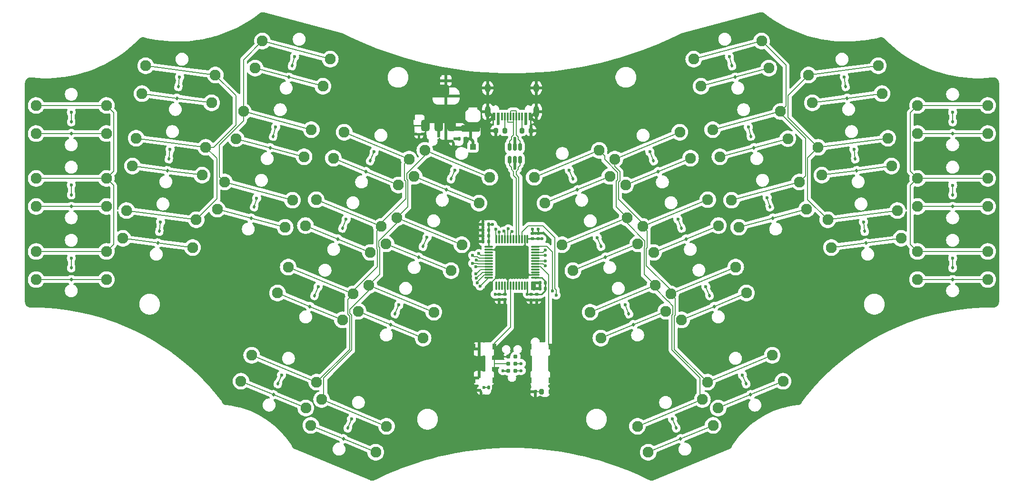
<source format=gbr>
%TF.GenerationSoftware,KiCad,Pcbnew,8.0.8-8.0.8-0~ubuntu22.04.1*%
%TF.CreationDate,2025-02-01T01:24:59+00:00*%
%TF.ProjectId,miniwing,6d696e69-7769-46e6-972e-6b696361645f,1*%
%TF.SameCoordinates,Original*%
%TF.FileFunction,Copper,L2,Bot*%
%TF.FilePolarity,Positive*%
%FSLAX46Y46*%
G04 Gerber Fmt 4.6, Leading zero omitted, Abs format (unit mm)*
G04 Created by KiCad (PCBNEW 8.0.8-8.0.8-0~ubuntu22.04.1) date 2025-02-01 01:24:59*
%MOMM*%
%LPD*%
G01*
G04 APERTURE LIST*
G04 Aperture macros list*
%AMRoundRect*
0 Rectangle with rounded corners*
0 $1 Rounding radius*
0 $2 $3 $4 $5 $6 $7 $8 $9 X,Y pos of 4 corners*
0 Add a 4 corners polygon primitive as box body*
4,1,4,$2,$3,$4,$5,$6,$7,$8,$9,$2,$3,0*
0 Add four circle primitives for the rounded corners*
1,1,$1+$1,$2,$3*
1,1,$1+$1,$4,$5*
1,1,$1+$1,$6,$7*
1,1,$1+$1,$8,$9*
0 Add four rect primitives between the rounded corners*
20,1,$1+$1,$2,$3,$4,$5,0*
20,1,$1+$1,$4,$5,$6,$7,0*
20,1,$1+$1,$6,$7,$8,$9,0*
20,1,$1+$1,$8,$9,$2,$3,0*%
G04 Aperture macros list end*
%TA.AperFunction,Conductor*%
%ADD10C,0.200000*%
%TD*%
%TA.AperFunction,SMDPad,CuDef*%
%ADD11RoundRect,0.250000X-1.450000X0.312500X-1.450000X-0.312500X1.450000X-0.312500X1.450000X0.312500X0*%
%TD*%
%TA.AperFunction,SMDPad,CuDef*%
%ADD12R,0.750000X1.000000*%
%TD*%
%TA.AperFunction,ComponentPad*%
%ADD13C,1.950000*%
%TD*%
%TA.AperFunction,SMDPad,CuDef*%
%ADD14RoundRect,0.112500X-0.087064X0.200580X-0.136011X-0.171212X0.087064X-0.200580X0.136011X0.171212X0*%
%TD*%
%TA.AperFunction,SMDPad,CuDef*%
%ADD15RoundRect,0.112500X-0.032183X0.216279X-0.175690X-0.130176X0.032183X-0.216279X0.175690X0.130176X0*%
%TD*%
%TA.AperFunction,SMDPad,CuDef*%
%ADD16RoundRect,0.112500X-0.136011X0.171212X-0.087064X-0.200580X0.136011X-0.171212X0.087064X0.200580X0*%
%TD*%
%TA.AperFunction,SMDPad,CuDef*%
%ADD17RoundRect,0.140000X0.140000X0.170000X-0.140000X0.170000X-0.140000X-0.170000X0.140000X-0.170000X0*%
%TD*%
%TA.AperFunction,SMDPad,CuDef*%
%ADD18RoundRect,0.112500X-0.175690X0.130176X-0.032183X-0.216279X0.175690X-0.130176X0.032183X0.216279X0*%
%TD*%
%TA.AperFunction,SMDPad,CuDef*%
%ADD19RoundRect,0.112500X-0.060138X0.210228X-0.157195X-0.151994X0.060138X-0.210228X0.157195X0.151994X0*%
%TD*%
%TA.AperFunction,SMDPad,CuDef*%
%ADD20RoundRect,0.200000X0.200000X0.275000X-0.200000X0.275000X-0.200000X-0.275000X0.200000X-0.275000X0*%
%TD*%
%TA.AperFunction,SMDPad,CuDef*%
%ADD21RoundRect,0.112500X-0.157195X0.151994X-0.060138X-0.210228X0.157195X-0.151994X0.060138X0.210228X0*%
%TD*%
%TA.AperFunction,SMDPad,CuDef*%
%ADD22R,1.000000X1.000000*%
%TD*%
%TA.AperFunction,SMDPad,CuDef*%
%ADD23RoundRect,0.112500X-0.112500X0.187500X-0.112500X-0.187500X0.112500X-0.187500X0.112500X0.187500X0*%
%TD*%
%TA.AperFunction,SMDPad,CuDef*%
%ADD24RoundRect,0.375000X0.375000X-0.625000X0.375000X0.625000X-0.375000X0.625000X-0.375000X-0.625000X0*%
%TD*%
%TA.AperFunction,SMDPad,CuDef*%
%ADD25RoundRect,0.500000X1.400000X-0.500000X1.400000X0.500000X-1.400000X0.500000X-1.400000X-0.500000X0*%
%TD*%
%TA.AperFunction,SMDPad,CuDef*%
%ADD26RoundRect,0.140000X-0.170000X0.140000X-0.170000X-0.140000X0.170000X-0.140000X0.170000X0.140000X0*%
%TD*%
%TA.AperFunction,SMDPad,CuDef*%
%ADD27RoundRect,0.075000X0.075000X-0.662500X0.075000X0.662500X-0.075000X0.662500X-0.075000X-0.662500X0*%
%TD*%
%TA.AperFunction,SMDPad,CuDef*%
%ADD28RoundRect,0.075000X0.662500X-0.075000X0.662500X0.075000X-0.662500X0.075000X-0.662500X-0.075000X0*%
%TD*%
%TA.AperFunction,SMDPad,CuDef*%
%ADD29RoundRect,0.140000X0.170000X-0.140000X0.170000X0.140000X-0.170000X0.140000X-0.170000X-0.140000X0*%
%TD*%
%TA.AperFunction,SMDPad,CuDef*%
%ADD30RoundRect,0.200000X-0.200000X-0.275000X0.200000X-0.275000X0.200000X0.275000X-0.200000X0.275000X0*%
%TD*%
%TA.AperFunction,SMDPad,CuDef*%
%ADD31RoundRect,0.140000X-0.140000X-0.170000X0.140000X-0.170000X0.140000X0.170000X-0.140000X0.170000X0*%
%TD*%
%TA.AperFunction,SMDPad,CuDef*%
%ADD32R,0.600000X1.450000*%
%TD*%
%TA.AperFunction,SMDPad,CuDef*%
%ADD33R,0.300000X1.450000*%
%TD*%
%TA.AperFunction,HeatsinkPad*%
%ADD34O,1.000000X1.600000*%
%TD*%
%TA.AperFunction,HeatsinkPad*%
%ADD35O,1.000000X2.100000*%
%TD*%
%TA.AperFunction,SMDPad,CuDef*%
%ADD36RoundRect,0.150000X0.150000X-0.512500X0.150000X0.512500X-0.150000X0.512500X-0.150000X-0.512500X0*%
%TD*%
%TA.AperFunction,ConnectorPad*%
%ADD37C,0.787400*%
%TD*%
%TA.AperFunction,ViaPad*%
%ADD38C,0.600000*%
%TD*%
%TA.AperFunction,Conductor*%
%ADD39C,0.250000*%
%TD*%
%TA.AperFunction,Conductor*%
%ADD40C,0.500000*%
%TD*%
%TA.AperFunction,Conductor*%
%ADD41C,0.750000*%
%TD*%
G04 APERTURE END LIST*
D10*
%TO.N,Net-(D30-A)*%
X234530636Y-95370086D02*
X228279636Y-95370087D01*
%TO.N,ROW-02*%
X71459362Y-93270085D02*
X71459362Y-91570086D01*
%TO.N,ROW-13*%
X179076521Y-121790703D02*
X178425960Y-120220108D01*
%TO.N,Net-(D8-A)*%
X195576983Y-57715664D02*
X189538981Y-59333541D01*
%TO.N,Net-(D13-A)*%
X112872440Y-73507936D02*
X106835404Y-71890317D01*
%TO.N,ROW-11*%
X192360111Y-69862132D02*
X191920118Y-68220058D01*
%TO.N,Net-(D32-A)*%
X125633164Y-126122239D02*
X119858917Y-123730468D01*
%TO.N,COL-13*%
X168176649Y-73917795D02*
X179726067Y-69133870D01*
%TO.N,Net-(D9-A)*%
X203309798Y-63892670D02*
X209506328Y-63076881D01*
%TO.N,COL-01*%
X84687788Y-57303606D02*
X97081840Y-58935314D01*
%TO.N,Net-(D9-A)*%
X215703850Y-62260961D02*
X209506328Y-63076881D01*
%TO.N,ROW-03*%
X120662553Y-121790320D02*
X121313114Y-120219725D01*
%TO.N,ROW-12*%
X195724759Y-82419167D02*
X195284766Y-80777093D01*
%TO.N,ROW-10*%
X160707717Y-77444485D02*
X160057156Y-75873890D01*
%TO.N,Net-(D26-A)*%
X165686875Y-105797272D02*
X171462045Y-103405118D01*
%TO.N,Net-(D17-A)*%
X175064952Y-90547627D02*
X180839199Y-88155856D01*
%TO.N,Net-(D11-A)*%
X65208360Y-82370088D02*
X71459360Y-82370088D01*
%TO.N,ROW-10*%
X209232222Y-60994847D02*
X209010328Y-59309391D01*
%TO.N,Net-(D16-A)*%
X166486237Y-91395067D02*
X160711990Y-93786838D01*
%TO.N,ROW-01*%
X119703511Y-86215325D02*
X120354072Y-84644730D01*
%TO.N,ROW-02*%
X87113104Y-86772283D02*
X87334998Y-85086827D01*
%TO.N,Net-(D13-A)*%
X100797402Y-70272439D02*
X106835404Y-71890317D01*
%TO.N,Net-(D17-A)*%
X186614370Y-85763701D02*
X180839199Y-88155856D01*
%TO.N,COL-11*%
X218444900Y-83081304D02*
X206050848Y-84713013D01*
%TO.N,ROW-02*%
X104014274Y-82418908D02*
X104454267Y-80776834D01*
%TO.N,Net-(D18-A)*%
X192903629Y-71890576D02*
X186866593Y-73508195D01*
%TO.N,Net-(D14-A)*%
X124674122Y-90547244D02*
X118899875Y-88155473D01*
%TO.N,Net-(D1-A)*%
X65208360Y-69370089D02*
X71459360Y-69370089D01*
%TO.N,ROW-01*%
X88809945Y-73883500D02*
X89031839Y-72198044D01*
%TO.N,ROW-00*%
X124678396Y-74204891D02*
X125328957Y-72634296D01*
%TO.N,Net-(D29-A)*%
X219097531Y-88038528D02*
X212900009Y-88854448D01*
%TO.N,Net-(D33-A)*%
X174105910Y-126122622D02*
X179880157Y-123730851D01*
%TO.N,Net-(D12-A)*%
X88535839Y-75965534D02*
X94732369Y-76781323D01*
X82338317Y-75149614D02*
X88535839Y-75965534D01*
%TO.N,ROW-00*%
X139031357Y-77444102D02*
X139681918Y-75873507D01*
%TO.N,COL-12*%
X201012184Y-78000105D02*
X188937146Y-81235602D01*
%TO.N,ROW-02*%
X114728625Y-98225759D02*
X115379186Y-96655164D01*
%TO.N,COL-10*%
X222029637Y-64370087D02*
X234530637Y-64370087D01*
%TO.N,Net-(D20-A)*%
X222029637Y-82370087D02*
X228280636Y-82370087D01*
%TO.N,COL-02*%
X102091498Y-65442811D02*
X114166535Y-68678307D01*
%TO.N,COL-03*%
X126587540Y-85927847D02*
X115038122Y-81143921D01*
%TO.N,Net-(D4-A)*%
X123874760Y-76145039D02*
X118099589Y-73752885D01*
%TO.N,Net-(D22-A)*%
X80641476Y-88038397D02*
X86838998Y-88854317D01*
%TO.N,Net-(D34-A)*%
X192319702Y-115872242D02*
X198094873Y-113480087D01*
%TO.N,Net-(D32-A)*%
X119858917Y-123730468D02*
X114083746Y-121338314D01*
%TO.N,Net-(D6-A)*%
X155737106Y-81776404D02*
X161511353Y-79384633D01*
%TO.N,COL-03*%
X131562425Y-73917413D02*
X120013007Y-69133487D01*
%TO.N,ROW-12*%
X170657486Y-101465353D02*
X170006925Y-99894758D01*
%TO.N,Net-(D10-A)*%
X234530637Y-69370086D02*
X228279637Y-69370087D01*
%TO.N,ROW-11*%
X180035563Y-86215708D02*
X179385002Y-84645113D01*
%TO.N,Net-(D24-A)*%
X108149818Y-97773753D02*
X113924989Y-100165907D01*
%TO.N,COL-11*%
X215051219Y-57303737D02*
X202657167Y-58935446D01*
%TO.N,COL-13*%
X178126419Y-97938663D02*
X189675837Y-93154738D01*
%TO.N,COL-04*%
X115997164Y-116718916D02*
X127546582Y-121502842D01*
%TO.N,Net-(D26-A)*%
X177236293Y-101013346D02*
X171462045Y-103405118D01*
%TO.N,Net-(D19-A)*%
X205006638Y-76781454D02*
X211203168Y-75965665D01*
%TO.N,Net-(D22-A)*%
X86838998Y-88854317D02*
X93035528Y-89670106D01*
%TO.N,Net-(D15-A)*%
X127477666Y-89002530D02*
X133252837Y-91394684D01*
%TO.N,Net-(D1-A)*%
X71459360Y-69370089D02*
X77709360Y-69370089D01*
%TO.N,Net-(D19-A)*%
X217400690Y-75149745D02*
X211203168Y-75965665D01*
%TO.N,Net-(D31-A)*%
X101644201Y-113479705D02*
X107419372Y-115871859D01*
%TO.N,ROW-11*%
X228279637Y-80270085D02*
X228279637Y-78570086D01*
%TO.N,COL-00*%
X65208360Y-77370088D02*
X77709359Y-77370088D01*
%TO.N,ROW-10*%
X188995463Y-57305097D02*
X188555470Y-55663023D01*
%TO.N,COL-03*%
X115107037Y-113644233D02*
X103557619Y-108860307D01*
%TO.N,COL-14*%
X153823688Y-77157006D02*
X165373106Y-72373081D01*
%TO.N,Net-(D25-A)*%
X122502781Y-101012964D02*
X128277953Y-103405118D01*
%TO.N,Net-(D5-A)*%
X144001968Y-81776021D02*
X138227721Y-79384250D01*
%TO.N,Net-(D4-A)*%
X129649007Y-78536810D02*
X123874760Y-76145039D01*
%TO.N,COL-03*%
X110063236Y-93154355D02*
X121612654Y-97938281D01*
%TO.N,ROW-12*%
X212625903Y-86772414D02*
X212404009Y-85086958D01*
%TO.N,Net-(D2-A)*%
X90232679Y-63076750D02*
X96429209Y-63892539D01*
%TO.N,ROW-03*%
X108223008Y-113931711D02*
X108873569Y-112361116D01*
%TO.N,Net-(D7-A)*%
X170090067Y-78537193D02*
X175864314Y-76145422D01*
%TO.N,COL-04*%
X129391084Y-84383132D02*
X140940502Y-89167058D01*
%TO.N,COL-01*%
X82990948Y-70192390D02*
X95385000Y-71824098D01*
%TO.N,Net-(D29-A)*%
X206703479Y-89670237D02*
X212900009Y-88854448D01*
%TO.N,ROW-00*%
X110743570Y-57304839D02*
X111183563Y-55662765D01*
%TO.N,COL-12*%
X185572498Y-68678567D02*
X197647536Y-65443070D01*
%TO.N,Net-(D21-A)*%
X71459362Y-95370087D02*
X77709362Y-95370087D01*
%TO.N,Net-(D31-A)*%
X113193619Y-118263630D02*
X107419372Y-115871859D01*
%TO.N,Net-(D8-A)*%
X183501945Y-60951160D02*
X189538981Y-59333541D01*
%TO.N,Net-(D23-A)*%
X97432754Y-82829474D02*
X103470756Y-84447352D01*
%TO.N,COL-04*%
X134365968Y-72372698D02*
X145915386Y-77156624D01*
%TO.N,Net-(D34-A)*%
X186545455Y-118264013D02*
X192319702Y-115872242D01*
%TO.N,Net-(D28-A)*%
X190231241Y-86065230D02*
X196268277Y-84447611D01*
%TO.N,Net-(D10-A)*%
X222029637Y-69370087D02*
X228279637Y-69370087D01*
%TO.N,COL-01*%
X93688159Y-84712881D02*
X81294107Y-83081173D01*
%TO.N,ROW-00*%
X71459360Y-67270087D02*
X71459360Y-65570088D01*
%TO.N,COL-02*%
X105456146Y-52885777D02*
X117531183Y-56121273D01*
%TO.N,COL-11*%
X204354007Y-71824230D02*
X216748059Y-70192521D01*
%TO.N,ROW-11*%
X165682601Y-89454919D02*
X165032040Y-87884324D01*
%TO.N,Net-(D14-A)*%
X113124704Y-85763319D02*
X118899875Y-88155473D01*
%TO.N,ROW-12*%
X228279636Y-93270085D02*
X228279636Y-91570086D01*
%TO.N,ROW-10*%
X175060678Y-74205274D02*
X174410117Y-72634679D01*
%TO.N,Net-(D16-A)*%
X172261408Y-89002912D02*
X166486237Y-91395067D01*
%TO.N,Net-(D7-A)*%
X181639485Y-73753267D02*
X175864314Y-76145422D01*
%TO.N,Net-(D28-A)*%
X202306279Y-82829734D02*
X196268277Y-84447611D01*
%TO.N,Net-(D11-A)*%
X77709360Y-82370088D02*
X71459362Y-82370087D01*
%TO.N,COL-14*%
X163773457Y-101177874D02*
X175322875Y-96393949D01*
%TO.N,ROW-12*%
X185010448Y-98226142D02*
X184359887Y-96655547D01*
%TO.N,COL-12*%
X182207850Y-56121532D02*
X194282888Y-52886035D01*
%TO.N,Net-(D20-A)*%
X234530637Y-82370086D02*
X228279637Y-82370087D01*
%TO.N,Net-(D15-A)*%
X139027084Y-93786455D02*
X133252837Y-91394684D01*
%TO.N,Net-(D23-A)*%
X109507792Y-86064971D02*
X103470756Y-84447352D01*
%TO.N,Net-(D33-A)*%
X185655328Y-121338696D02*
X179880157Y-123730851D01*
%TO.N,COL-14*%
X183741910Y-116719299D02*
X172192492Y-121503224D01*
%TO.N,COL-00*%
X65208360Y-64370089D02*
X77709359Y-64370089D01*
%TO.N,ROW-01*%
X134056473Y-89454536D02*
X134707034Y-87883941D01*
%TO.N,ROW-00*%
X90506785Y-60994716D02*
X90728679Y-59309260D01*
%TO.N,COL-10*%
X234530636Y-90370087D02*
X222029636Y-90370087D01*
%TO.N,ROW-13*%
X191516066Y-113932094D02*
X190865505Y-112361499D01*
%TO.N,Net-(D5-A)*%
X138227721Y-79384250D02*
X132452550Y-76992096D01*
%TO.N,Net-(D21-A)*%
X65208362Y-95370087D02*
X71459362Y-95370087D01*
%TO.N,COL-14*%
X158798572Y-89167440D02*
X170347990Y-84383515D01*
%TO.N,Net-(D2-A)*%
X84035157Y-62260830D02*
X90232679Y-63076750D01*
%TO.N,Net-(D3-A)*%
X110200052Y-59333283D02*
X116237088Y-60950902D01*
%TO.N,ROW-10*%
X228279637Y-67270085D02*
X228279637Y-65570086D01*
%TO.N,COL-02*%
X110801887Y-81235342D02*
X98726850Y-77999846D01*
%TO.N,Net-(D24-A)*%
X119699236Y-102557678D02*
X113924989Y-100165907D01*
%TO.N,ROW-01*%
X107378922Y-69861873D02*
X107818915Y-68219799D01*
%TO.N,Net-(D30-A)*%
X222029636Y-95370087D02*
X228279636Y-95370087D01*
%TO.N,Net-(D25-A)*%
X134052199Y-105796889D02*
X128277952Y-103405118D01*
%TO.N,Net-(D27-A)*%
X180039837Y-102558061D02*
X185814084Y-100166290D01*
%TO.N,ROW-11*%
X210929062Y-73883631D02*
X210707168Y-72198175D01*
%TO.N,COL-10*%
X222029637Y-77370087D02*
X234530637Y-77370087D01*
%TO.N,ROW-02*%
X129081588Y-101464970D02*
X129732149Y-99894375D01*
%TO.N,COL-04*%
X124416199Y-96393566D02*
X135965617Y-101177492D01*
%TO.N,COL-13*%
X184632037Y-113644615D02*
X196181455Y-108860690D01*
%TO.N,ROW-01*%
X71459362Y-80270085D02*
X71459362Y-78547586D01*
%TO.N,Net-(D27-A)*%
X191589255Y-97774135D02*
X185814084Y-100166290D01*
%TO.N,COL-00*%
X77709361Y-90370087D02*
X65208362Y-90370087D01*
%TO.N,Net-(D6-A)*%
X167286524Y-76992478D02*
X161511353Y-79384633D01*
%TO.N,Net-(D3-A)*%
X104162050Y-57715405D02*
X110200052Y-59333283D01*
%TO.N,COL-13*%
X173151534Y-85928229D02*
X184700952Y-81144304D01*
%TO.N,Net-(D18-A)*%
X198941631Y-70272699D02*
X192903629Y-71890576D01*
%TD*%
D11*
%TO.P,F1,1*%
%TO.N,Net-(F1-Pad1)*%
X142500000Y-64162500D03*
%TO.P,F1,2*%
%TO.N,+5V*%
X142500000Y-68437500D03*
%TD*%
D12*
%TO.P,RESET1,1,1*%
%TO.N,NRST*%
X146745000Y-113317500D03*
X146745000Y-107317500D03*
%TO.P,RESET1,2,2*%
%TO.N,GND*%
X142995000Y-113317500D03*
X142995000Y-107317500D03*
%TD*%
%TO.P,BOOT1,1,1*%
%TO.N,VDD*%
X152995000Y-107317500D03*
X152995000Y-113317500D03*
%TO.P,BOOT1,2,2*%
%TO.N,BOOT0*%
X156745000Y-107317500D03*
X156745000Y-113317500D03*
%TD*%
D13*
%TO.P,S11,1,NO_1*%
%TO.N,COL-00*%
X65208360Y-77370088D03*
%TO.P,S11,2,NO_2*%
X77709359Y-77370088D03*
%TO.P,S11,3,NO_3*%
%TO.N,Net-(D11-A)*%
X65208360Y-82370088D03*
%TO.P,S11,4,NO_4*%
X77709360Y-82370088D03*
%TD*%
%TO.P,S3,1,NO_1*%
%TO.N,COL-02*%
X105456146Y-52885777D03*
%TO.P,S3,2,NO_2*%
X117531183Y-56121273D03*
%TO.P,S3,3,NO_3*%
%TO.N,Net-(D3-A)*%
X104162050Y-57715405D03*
%TO.P,S3,4,NO_4*%
X116237088Y-60950902D03*
%TD*%
%TO.P,S12,1,NO_1*%
%TO.N,COL-01*%
X82990948Y-70192390D03*
%TO.P,S12,2,NO_2*%
X95385000Y-71824098D03*
%TO.P,S12,3,NO_3*%
%TO.N,Net-(D12-A)*%
X82338317Y-75149614D03*
%TO.P,S12,4,NO_4*%
X94732369Y-76781323D03*
%TD*%
%TO.P,S14,1,NO_1*%
%TO.N,COL-03*%
X115038122Y-81143921D03*
%TO.P,S14,2,NO_2*%
X126587540Y-85927847D03*
%TO.P,S14,3,NO_3*%
%TO.N,Net-(D14-A)*%
X113124704Y-85763319D03*
%TO.P,S14,4,NO_4*%
X124674122Y-90547244D03*
%TD*%
%TO.P,S30,1,NO_1*%
%TO.N,COL-10*%
X222029636Y-90370087D03*
%TO.P,S30,2,NO_2*%
X234530636Y-90370087D03*
%TO.P,S30,3,NO_3*%
%TO.N,Net-(D30-A)*%
X222029636Y-95370087D03*
%TO.P,S30,4,NO_4*%
X234530636Y-95370086D03*
%TD*%
%TO.P,S27,1,NO_1*%
%TO.N,COL-13*%
X178126419Y-97938663D03*
%TO.P,S27,2,NO_2*%
X189675837Y-93154738D03*
%TO.P,S27,3,NO_3*%
%TO.N,Net-(D27-A)*%
X180039837Y-102558061D03*
%TO.P,S27,4,NO_4*%
X191589255Y-97774135D03*
%TD*%
%TO.P,S17,1,NO_1*%
%TO.N,COL-13*%
X173151534Y-85928229D03*
%TO.P,S17,2,NO_2*%
X184700952Y-81144304D03*
%TO.P,S17,3,NO_3*%
%TO.N,Net-(D17-A)*%
X175064952Y-90547627D03*
%TO.P,S17,4,NO_4*%
X186614370Y-85763701D03*
%TD*%
%TO.P,S2,1,NO_1*%
%TO.N,COL-01*%
X84687788Y-57303606D03*
%TO.P,S2,2,NO_2*%
X97081840Y-58935314D03*
%TO.P,S2,3,NO_3*%
%TO.N,Net-(D2-A)*%
X84035157Y-62260830D03*
%TO.P,S2,4,NO_4*%
X96429209Y-63892539D03*
%TD*%
%TO.P,S7,1,NO_1*%
%TO.N,COL-13*%
X168176649Y-73917795D03*
%TO.P,S7,2,NO_2*%
X179726067Y-69133870D03*
%TO.P,S7,3,NO_3*%
%TO.N,Net-(D7-A)*%
X170090067Y-78537193D03*
%TO.P,S7,4,NO_4*%
X181639485Y-73753267D03*
%TD*%
%TO.P,S23,1,NO_1*%
%TO.N,COL-02*%
X98726850Y-77999846D03*
%TO.P,S23,2,NO_2*%
X110801887Y-81235342D03*
%TO.P,S23,3,NO_3*%
%TO.N,Net-(D23-A)*%
X97432754Y-82829474D03*
%TO.P,S23,4,NO_4*%
X109507792Y-86064971D03*
%TD*%
%TO.P,S10,1,NO_1*%
%TO.N,COL-10*%
X222029637Y-64370087D03*
%TO.P,S10,2,NO_2*%
X234530637Y-64370087D03*
%TO.P,S10,3,NO_3*%
%TO.N,Net-(D10-A)*%
X222029637Y-69370087D03*
%TO.P,S10,4,NO_4*%
X234530637Y-69370086D03*
%TD*%
%TO.P,S26,1,NO_1*%
%TO.N,COL-14*%
X163773457Y-101177874D03*
%TO.P,S26,2,NO_2*%
X175322875Y-96393949D03*
%TO.P,S26,3,NO_3*%
%TO.N,Net-(D26-A)*%
X165686875Y-105797272D03*
%TO.P,S26,4,NO_4*%
X177236293Y-101013346D03*
%TD*%
%TO.P,S15,1,NO_1*%
%TO.N,COL-04*%
X129391084Y-84383132D03*
%TO.P,S15,2,NO_2*%
X140940502Y-89167058D03*
%TO.P,S15,3,NO_3*%
%TO.N,Net-(D15-A)*%
X127477666Y-89002530D03*
%TO.P,S15,4,NO_4*%
X139027084Y-93786455D03*
%TD*%
%TO.P,S8,1,NO_1*%
%TO.N,COL-12*%
X182207850Y-56121532D03*
%TO.P,S8,2,NO_2*%
X194282888Y-52886035D03*
%TO.P,S8,3,NO_3*%
%TO.N,Net-(D8-A)*%
X183501945Y-60951160D03*
%TO.P,S8,4,NO_4*%
X195576983Y-57715664D03*
%TD*%
%TO.P,S22,1,NO_1*%
%TO.N,COL-01*%
X81294107Y-83081173D03*
%TO.P,S22,2,NO_2*%
X93688159Y-84712881D03*
%TO.P,S22,3,NO_3*%
%TO.N,Net-(D22-A)*%
X80641476Y-88038397D03*
%TO.P,S22,4,NO_4*%
X93035528Y-89670106D03*
%TD*%
%TO.P,S20,1,NO_1*%
%TO.N,COL-10*%
X222029637Y-77370087D03*
%TO.P,S20,2,NO_2*%
X234530637Y-77370087D03*
%TO.P,S20,3,NO_3*%
%TO.N,Net-(D20-A)*%
X222029637Y-82370087D03*
%TO.P,S20,4,NO_4*%
X234530637Y-82370086D03*
%TD*%
%TO.P,S9,1,NO_1*%
%TO.N,COL-11*%
X202657167Y-58935446D03*
%TO.P,S9,2,NO_2*%
X215051219Y-57303737D03*
%TO.P,S9,3,NO_3*%
%TO.N,Net-(D9-A)*%
X203309798Y-63892670D03*
%TO.P,S9,4,NO_4*%
X215703850Y-62260961D03*
%TD*%
%TO.P,S1,1,NO_1*%
%TO.N,COL-00*%
X65208360Y-64370089D03*
%TO.P,S1,2,NO_2*%
X77709359Y-64370089D03*
%TO.P,S1,3,NO_3*%
%TO.N,Net-(D1-A)*%
X65208360Y-69370089D03*
%TO.P,S1,4,NO_4*%
X77709360Y-69370089D03*
%TD*%
%TO.P,S21,1,NO_1*%
%TO.N,COL-00*%
X65208362Y-90370087D03*
%TO.P,S21,2,NO_2*%
X77709361Y-90370087D03*
%TO.P,S21,3,NO_3*%
%TO.N,Net-(D21-A)*%
X65208362Y-95370087D03*
%TO.P,S21,4,NO_4*%
X77709362Y-95370087D03*
%TD*%
%TO.P,S25,1,NO_1*%
%TO.N,COL-04*%
X124416199Y-96393566D03*
%TO.P,S25,2,NO_2*%
X135965617Y-101177492D03*
%TO.P,S25,3,NO_3*%
%TO.N,Net-(D25-A)*%
X122502781Y-101012964D03*
%TO.P,S25,4,NO_4*%
X134052199Y-105796889D03*
%TD*%
%TO.P,S31,1,NO_1*%
%TO.N,COL-03*%
X103557619Y-108860307D03*
%TO.P,S31,2,NO_2*%
X115107037Y-113644233D03*
%TO.P,S31,3,NO_3*%
%TO.N,Net-(D31-A)*%
X101644201Y-113479705D03*
%TO.P,S31,4,NO_4*%
X113193619Y-118263630D03*
%TD*%
%TO.P,S18,1,NO_1*%
%TO.N,COL-12*%
X185572498Y-68678567D03*
%TO.P,S18,2,NO_2*%
X197647536Y-65443070D03*
%TO.P,S18,3,NO_3*%
%TO.N,Net-(D18-A)*%
X186866593Y-73508195D03*
%TO.P,S18,4,NO_4*%
X198941631Y-70272699D03*
%TD*%
%TO.P,S28,1,NO_1*%
%TO.N,COL-12*%
X188937146Y-81235602D03*
%TO.P,S28,2,NO_2*%
X201012184Y-78000105D03*
%TO.P,S28,3,NO_3*%
%TO.N,Net-(D28-A)*%
X190231241Y-86065230D03*
%TO.P,S28,4,NO_4*%
X202306279Y-82829734D03*
%TD*%
%TO.P,S19,1,NO_1*%
%TO.N,COL-11*%
X204354007Y-71824230D03*
%TO.P,S19,2,NO_2*%
X216748059Y-70192521D03*
%TO.P,S19,3,NO_3*%
%TO.N,Net-(D19-A)*%
X205006638Y-76781454D03*
%TO.P,S19,4,NO_4*%
X217400690Y-75149745D03*
%TD*%
%TO.P,S5,1,NO_1*%
%TO.N,COL-04*%
X134365968Y-72372698D03*
%TO.P,S5,2,NO_2*%
X145915386Y-77156624D03*
%TO.P,S5,3,NO_3*%
%TO.N,Net-(D5-A)*%
X132452550Y-76992096D03*
%TO.P,S5,4,NO_4*%
X144001968Y-81776021D03*
%TD*%
%TO.P,S32,1,NO_1*%
%TO.N,COL-04*%
X115997164Y-116718916D03*
%TO.P,S32,2,NO_2*%
X127546582Y-121502842D03*
%TO.P,S32,3,NO_3*%
%TO.N,Net-(D32-A)*%
X114083746Y-121338314D03*
%TO.P,S32,4,NO_4*%
X125633164Y-126122239D03*
%TD*%
%TO.P,S6,1,NO_1*%
%TO.N,COL-14*%
X153823688Y-77157006D03*
%TO.P,S6,2,NO_2*%
X165373106Y-72373081D03*
%TO.P,S6,3,NO_3*%
%TO.N,Net-(D6-A)*%
X155737106Y-81776404D03*
%TO.P,S6,4,NO_4*%
X167286524Y-76992478D03*
%TD*%
%TO.P,S34,1,NO_1*%
%TO.N,COL-13*%
X184632037Y-113644615D03*
%TO.P,S34,2,NO_2*%
X196181455Y-108860690D03*
%TO.P,S34,3,NO_3*%
%TO.N,Net-(D34-A)*%
X186545455Y-118264013D03*
%TO.P,S34,4,NO_4*%
X198094873Y-113480087D03*
%TD*%
%TO.P,S13,1,NO_1*%
%TO.N,COL-02*%
X102091498Y-65442811D03*
%TO.P,S13,2,NO_2*%
X114166535Y-68678307D03*
%TO.P,S13,3,NO_3*%
%TO.N,Net-(D13-A)*%
X100797402Y-70272439D03*
%TO.P,S13,4,NO_4*%
X112872440Y-73507936D03*
%TD*%
%TO.P,S16,1,NO_1*%
%TO.N,COL-14*%
X158798572Y-89167440D03*
%TO.P,S16,2,NO_2*%
X170347990Y-84383515D03*
%TO.P,S16,3,NO_3*%
%TO.N,Net-(D16-A)*%
X160711990Y-93786838D03*
%TO.P,S16,4,NO_4*%
X172261408Y-89002912D03*
%TD*%
%TO.P,S4,4,NO_4*%
%TO.N,Net-(D4-A)*%
X129649007Y-78536810D03*
%TO.P,S4,3,NO_3*%
X118099589Y-73752885D03*
%TO.P,S4,2,NO_2*%
%TO.N,COL-03*%
X131562425Y-73917413D03*
%TO.P,S4,1,NO_1*%
X120013007Y-69133487D03*
%TD*%
%TO.P,S29,1,NO_1*%
%TO.N,COL-11*%
X206050848Y-84713013D03*
%TO.P,S29,2,NO_2*%
X218444900Y-83081304D03*
%TO.P,S29,3,NO_3*%
%TO.N,Net-(D29-A)*%
X206703479Y-89670237D03*
%TO.P,S29,4,NO_4*%
X219097531Y-88038528D03*
%TD*%
%TO.P,S33,1,NO_1*%
%TO.N,COL-14*%
X172192492Y-121503224D03*
%TO.P,S33,2,NO_2*%
X183741910Y-116719299D03*
%TO.P,S33,3,NO_3*%
%TO.N,Net-(D33-A)*%
X174105910Y-126122622D03*
%TO.P,S33,4,NO_4*%
X185655328Y-121338696D03*
%TD*%
%TO.P,S24,1,NO_1*%
%TO.N,COL-03*%
X110063236Y-93154355D03*
%TO.P,S24,2,NO_2*%
X121612654Y-97938281D03*
%TO.P,S24,3,NO_3*%
%TO.N,Net-(D24-A)*%
X108149818Y-97773753D03*
%TO.P,S24,4,NO_4*%
X119699236Y-102557678D03*
%TD*%
D14*
%TO.P,D12,1,K*%
%TO.N,ROW-01*%
X88809945Y-73883500D03*
%TO.P,D12,2,A*%
%TO.N,Net-(D12-A)*%
X88535839Y-75965534D03*
%TD*%
D15*
%TO.P,D24,1,K*%
%TO.N,ROW-02*%
X114728625Y-98225759D03*
%TO.P,D24,2,A*%
%TO.N,Net-(D24-A)*%
X113924989Y-100165907D03*
%TD*%
D16*
%TO.P,D29,1,K*%
%TO.N,ROW-12*%
X212625903Y-86772414D03*
%TO.P,D29,2,A*%
%TO.N,Net-(D29-A)*%
X212900009Y-88854448D03*
%TD*%
D17*
%TO.P,C8,1*%
%TO.N,VDD*%
X155820000Y-96000000D03*
%TO.P,C8,2*%
%TO.N,GND*%
X154860000Y-96000000D03*
%TD*%
D18*
%TO.P,D26,1,K*%
%TO.N,ROW-12*%
X170657486Y-101465353D03*
%TO.P,D26,2,A*%
%TO.N,Net-(D26-A)*%
X171461122Y-103405501D03*
%TD*%
D17*
%TO.P,C5,1*%
%TO.N,+5V*%
X141460000Y-70300000D03*
%TO.P,C5,2*%
%TO.N,GND*%
X140500000Y-70300000D03*
%TD*%
D19*
%TO.P,D13,1,K*%
%TO.N,ROW-01*%
X107378922Y-69861873D03*
%TO.P,D13,2,A*%
%TO.N,Net-(D13-A)*%
X106835404Y-71890317D03*
%TD*%
D18*
%TO.P,D34,1,K*%
%TO.N,ROW-13*%
X191516066Y-113932094D03*
%TO.P,D34,2,A*%
%TO.N,Net-(D34-A)*%
X192319702Y-115872242D03*
%TD*%
D20*
%TO.P,R2,1*%
%TO.N,Net-(J1-CC1)*%
X148620000Y-68862500D03*
%TO.P,R2,2*%
%TO.N,GND*%
X146970000Y-68862500D03*
%TD*%
D17*
%TO.P,C13,1*%
%TO.N,VDD*%
X145687500Y-86567500D03*
%TO.P,C13,2*%
%TO.N,GND*%
X144727500Y-86567500D03*
%TD*%
D18*
%TO.P,D17,1,K*%
%TO.N,ROW-11*%
X180035563Y-86215708D03*
%TO.P,D17,2,A*%
%TO.N,Net-(D17-A)*%
X180839199Y-88155856D03*
%TD*%
D15*
%TO.P,D32,1,K*%
%TO.N,ROW-03*%
X120662553Y-121790320D03*
%TO.P,D32,2,A*%
%TO.N,Net-(D32-A)*%
X119858917Y-123730468D03*
%TD*%
D16*
%TO.P,D9,1,K*%
%TO.N,ROW-10*%
X209232222Y-60994847D03*
%TO.P,D9,2,A*%
%TO.N,Net-(D9-A)*%
X209506328Y-63076881D03*
%TD*%
D21*
%TO.P,D8,1,K*%
%TO.N,ROW-10*%
X188995463Y-57305097D03*
%TO.P,D8,2,A*%
%TO.N,Net-(D8-A)*%
X189538981Y-59333541D03*
%TD*%
D22*
%TO.P,TP2,1,1*%
%TO.N,+5V*%
X142920000Y-71747500D03*
%TD*%
D23*
%TO.P,D10,1,K*%
%TO.N,ROW-10*%
X228279637Y-67270085D03*
%TO.P,D10,2,A*%
%TO.N,Net-(D10-A)*%
X228279637Y-69370087D03*
%TD*%
D21*
%TO.P,D18,1,K*%
%TO.N,ROW-11*%
X192360111Y-69862132D03*
%TO.P,D18,2,A*%
%TO.N,Net-(D18-A)*%
X192903629Y-71890576D03*
%TD*%
D24*
%TO.P,U1,1,VI*%
%TO.N,+5V*%
X139100000Y-67950000D03*
%TO.P,U1,2,GND*%
%TO.N,GND*%
X136800000Y-67950000D03*
D25*
X136800000Y-61650000D03*
D24*
%TO.P,U1,3,VO*%
%TO.N,VDD*%
X134500000Y-67950000D03*
%TD*%
D19*
%TO.P,D3,1,K*%
%TO.N,ROW-00*%
X110743570Y-57304839D03*
%TO.P,D3,2,A*%
%TO.N,Net-(D3-A)*%
X110200052Y-59333283D03*
%TD*%
D26*
%TO.P,C6,2*%
%TO.N,GND*%
X132100000Y-68880000D03*
%TO.P,C6,1*%
%TO.N,VDD*%
X132100000Y-67920000D03*
%TD*%
D23*
%TO.P,D21,1,K*%
%TO.N,ROW-02*%
X71459362Y-93270085D03*
%TO.P,D21,2,A*%
%TO.N,Net-(D21-A)*%
X71459362Y-95370087D03*
%TD*%
D27*
%TO.P,U3,1,VBAT*%
%TO.N,VDD*%
X152620000Y-96480000D03*
%TO.P,U3,2,PC13*%
%TO.N,unconnected-(U3-PC13-Pad2)*%
X152120000Y-96480000D03*
%TO.P,U3,3,PC14*%
%TO.N,unconnected-(U3-PC14-Pad3)*%
X151620000Y-96480000D03*
%TO.P,U3,4,PC15*%
%TO.N,unconnected-(U3-PC15-Pad4)*%
X151119999Y-96480000D03*
%TO.P,U3,5,PF0*%
%TO.N,unconnected-(U3-PF0-Pad5)*%
X150620000Y-96480000D03*
%TO.P,U3,6,PF1*%
%TO.N,unconnected-(U3-PF1-Pad6)*%
X150120000Y-96480000D03*
%TO.P,U3,7,NRST*%
%TO.N,NRST*%
X149620000Y-96480000D03*
%TO.P,U3,8,VSSA*%
%TO.N,GND*%
X149120000Y-96480000D03*
%TO.P,U3,9,VDDA*%
%TO.N,VDD*%
X148620001Y-96480000D03*
%TO.P,U3,10,PA0*%
%TO.N,unconnected-(U3-PA0-Pad10)*%
X148120000Y-96480000D03*
%TO.P,U3,11,PA1*%
%TO.N,unconnected-(U3-PA1-Pad11)*%
X147620000Y-96480000D03*
%TO.P,U3,12,PA2*%
%TO.N,unconnected-(U3-PA2-Pad12)*%
X147120000Y-96480000D03*
D28*
%TO.P,U3,13,PA3*%
%TO.N,ROW-03*%
X145707500Y-95067500D03*
%TO.P,U3,14,PA4*%
%TO.N,ROW-02*%
X145707500Y-94567500D03*
%TO.P,U3,15,PA5*%
%TO.N,COL-00*%
X145707500Y-94067500D03*
%TO.P,U3,16,PA6*%
%TO.N,COL-01*%
X145707500Y-93567499D03*
%TO.P,U3,17,PA7*%
%TO.N,COL-02*%
X145707500Y-93067500D03*
%TO.P,U3,18,PB0*%
%TO.N,ROW-01*%
X145707500Y-92567500D03*
%TO.P,U3,19,PB1*%
%TO.N,COL-03*%
X145707500Y-92067500D03*
%TO.P,U3,20,PB2*%
%TO.N,COL-04*%
X145707500Y-91567500D03*
%TO.P,U3,21,PB10*%
%TO.N,ROW-00*%
X145707500Y-91067501D03*
%TO.P,U3,22,PB11*%
%TO.N,unconnected-(U3-PB11-Pad22)*%
X145707500Y-90567500D03*
%TO.P,U3,23,VSS*%
%TO.N,GND*%
X145707500Y-90067500D03*
%TO.P,U3,24,VDD*%
%TO.N,VDD*%
X145707500Y-89567500D03*
D27*
%TO.P,U3,25,PB12*%
%TO.N,ROW-10*%
X147120000Y-88155000D03*
%TO.P,U3,26,PB13*%
%TO.N,COL-14*%
X147620000Y-88155000D03*
%TO.P,U3,27,PB14*%
%TO.N,unconnected-(U3-PB14-Pad27)*%
X148120000Y-88155000D03*
%TO.P,U3,28,PB15*%
%TO.N,COL-13*%
X148620001Y-88155000D03*
%TO.P,U3,29,PA8*%
%TO.N,ROW-11*%
X149120000Y-88155000D03*
%TO.P,U3,30,PA9*%
%TO.N,COL-12*%
X149620000Y-88155000D03*
%TO.P,U3,31,PA10*%
%TO.N,unconnected-(U3-PA10-Pad31)*%
X150120000Y-88155000D03*
%TO.P,U3,32,PA11*%
%TO.N,USB_D-*%
X150620000Y-88155000D03*
%TO.P,U3,33,PA12*%
%TO.N,USB_D+*%
X151119999Y-88155000D03*
%TO.P,U3,34,PA13*%
%TO.N,SWD_IO*%
X151620000Y-88155000D03*
%TO.P,U3,35,VSS*%
%TO.N,GND*%
X152120000Y-88155000D03*
%TO.P,U3,36,VDDIO2*%
%TO.N,VDD*%
X152620000Y-88155000D03*
D28*
%TO.P,U3,37,PA14*%
%TO.N,SWD_CLK*%
X154032500Y-89567500D03*
%TO.P,U3,38,PA15*%
%TO.N,unconnected-(U3-PA15-Pad38)*%
X154032500Y-90067500D03*
%TO.P,U3,39,PB3*%
%TO.N,COL-11*%
X154032500Y-90567500D03*
%TO.P,U3,40,PB4*%
%TO.N,COL-10*%
X154032500Y-91067501D03*
%TO.P,U3,41,PB5*%
%TO.N,unconnected-(U3-PB5-Pad41)*%
X154032500Y-91567500D03*
%TO.P,U3,42,PB6*%
%TO.N,ROW-12*%
X154032500Y-92067500D03*
%TO.P,U3,43,PB7*%
%TO.N,ROW-13*%
X154032500Y-92567500D03*
%TO.P,U3,44,BOOT0*%
%TO.N,BOOT0*%
X154032500Y-93067500D03*
%TO.P,U3,45,PB8*%
%TO.N,unconnected-(U3-PB8-Pad45)*%
X154032500Y-93567499D03*
%TO.P,U3,46,PB9*%
%TO.N,unconnected-(U3-PB9-Pad46)*%
X154032500Y-94067500D03*
%TO.P,U3,47,VSS*%
%TO.N,GND*%
X154032500Y-94567500D03*
%TO.P,U3,48,VDD*%
%TO.N,VDD*%
X154032500Y-95067500D03*
%TD*%
D15*
%TO.P,D5,1,K*%
%TO.N,ROW-00*%
X139031357Y-77444102D03*
%TO.P,D5,2,A*%
%TO.N,Net-(D5-A)*%
X138227721Y-79384250D03*
%TD*%
D26*
%TO.P,C1,1*%
%TO.N,VDD*%
X147620001Y-97980000D03*
%TO.P,C1,2*%
%TO.N,GND*%
X147620001Y-98940000D03*
%TD*%
D15*
%TO.P,D14,1,K*%
%TO.N,ROW-01*%
X119703511Y-86215325D03*
%TO.P,D14,2,A*%
%TO.N,Net-(D14-A)*%
X118899875Y-88155473D03*
%TD*%
%TO.P,D15,1,K*%
%TO.N,ROW-01*%
X134056473Y-89454536D03*
%TO.P,D15,2,A*%
%TO.N,Net-(D15-A)*%
X133252837Y-91394684D03*
%TD*%
D17*
%TO.P,C11,1*%
%TO.N,VDD*%
X145687500Y-88567500D03*
%TO.P,C11,2*%
%TO.N,GND*%
X144727500Y-88567500D03*
%TD*%
%TO.P,C14,1*%
%TO.N,VDD*%
X145687500Y-85567500D03*
%TO.P,C14,2*%
%TO.N,GND*%
X144727500Y-85567500D03*
%TD*%
D19*
%TO.P,D23,1,K*%
%TO.N,ROW-02*%
X104014274Y-82418908D03*
%TO.P,D23,2,A*%
%TO.N,Net-(D23-A)*%
X103470756Y-84447352D03*
%TD*%
D23*
%TO.P,D11,1,K*%
%TO.N,ROW-01*%
X71459362Y-80270085D03*
%TO.P,D11,2,A*%
%TO.N,Net-(D11-A)*%
X71459362Y-82370087D03*
%TD*%
D29*
%TO.P,C4,1*%
%TO.N,VDD*%
X153520000Y-88100000D03*
%TO.P,C4,2*%
%TO.N,GND*%
X153520000Y-87140000D03*
%TD*%
D18*
%TO.P,D27,1,K*%
%TO.N,ROW-12*%
X185010448Y-98226142D03*
%TO.P,D27,2,A*%
%TO.N,Net-(D27-A)*%
X185814084Y-100166290D03*
%TD*%
D20*
%TO.P,R1,1*%
%TO.N,BOOT0*%
X156800000Y-115317500D03*
%TO.P,R1,2*%
%TO.N,GND*%
X155150000Y-115317500D03*
%TD*%
D26*
%TO.P,C10,1*%
%TO.N,VDD*%
X153250000Y-98030000D03*
%TO.P,C10,2*%
%TO.N,GND*%
X153250000Y-98990000D03*
%TD*%
D30*
%TO.P,R3,1*%
%TO.N,Net-(J1-CC2)*%
X151620000Y-68862500D03*
%TO.P,R3,2*%
%TO.N,GND*%
X153270000Y-68862500D03*
%TD*%
D17*
%TO.P,C7,1*%
%TO.N,VDD*%
X155820000Y-97000000D03*
%TO.P,C7,2*%
%TO.N,GND*%
X154860000Y-97000000D03*
%TD*%
%TO.P,C12,1*%
%TO.N,VDD*%
X145687500Y-87567500D03*
%TO.P,C12,2*%
%TO.N,GND*%
X144727500Y-87567500D03*
%TD*%
D18*
%TO.P,D16,1,K*%
%TO.N,ROW-11*%
X165682601Y-89454919D03*
%TO.P,D16,2,A*%
%TO.N,Net-(D16-A)*%
X166486237Y-91395067D03*
%TD*%
D14*
%TO.P,D2,1,K*%
%TO.N,ROW-00*%
X90506785Y-60994716D03*
%TO.P,D2,2,A*%
%TO.N,Net-(D2-A)*%
X90232679Y-63076750D03*
%TD*%
D26*
%TO.P,C9,1*%
%TO.N,VDD*%
X154250000Y-98030000D03*
%TO.P,C9,2*%
%TO.N,GND*%
X154250000Y-98990000D03*
%TD*%
D21*
%TO.P,D28,1,K*%
%TO.N,ROW-12*%
X195724759Y-82419167D03*
%TO.P,D28,2,A*%
%TO.N,Net-(D28-A)*%
X196268277Y-84447611D03*
%TD*%
D23*
%TO.P,D20,1,K*%
%TO.N,ROW-11*%
X228279637Y-80270085D03*
%TO.P,D20,2,A*%
%TO.N,Net-(D20-A)*%
X228279637Y-82370087D03*
%TD*%
%TO.P,D30,1,K*%
%TO.N,ROW-12*%
X228279636Y-93270085D03*
%TO.P,D30,2,A*%
%TO.N,Net-(D30-A)*%
X228279636Y-95370087D03*
%TD*%
D15*
%TO.P,D25,1,K*%
%TO.N,ROW-02*%
X129081588Y-101464970D03*
%TO.P,D25,2,A*%
%TO.N,Net-(D25-A)*%
X128277952Y-103405118D03*
%TD*%
D31*
%TO.P,C15,1*%
%TO.N,GND*%
X145740000Y-114600000D03*
%TO.P,C15,2*%
%TO.N,NRST*%
X146700000Y-114600000D03*
%TD*%
D22*
%TO.P,TP3,1,1*%
%TO.N,GND*%
X136800000Y-58750000D03*
%TD*%
%TO.P,TP1,1,1*%
%TO.N,VDD*%
X132100000Y-66400000D03*
%TD*%
D32*
%TO.P,J1,A1,GND*%
%TO.N,GND*%
X146620000Y-66362500D03*
%TO.P,J1,A4,VBUS*%
%TO.N,Net-(F1-Pad1)*%
X147420000Y-66362500D03*
D33*
%TO.P,J1,A5,CC1*%
%TO.N,Net-(J1-CC1)*%
X148620000Y-66362500D03*
%TO.P,J1,A6,D+*%
%TO.N,D_P*%
X149620000Y-66362500D03*
%TO.P,J1,A7,D-*%
%TO.N,D_N*%
X150120000Y-66362500D03*
%TO.P,J1,A8,SBU1*%
%TO.N,unconnected-(J1-SBU1-PadA8)*%
X151120000Y-66362500D03*
D32*
%TO.P,J1,A9,VBUS*%
%TO.N,Net-(F1-Pad1)*%
X152320000Y-66362500D03*
%TO.P,J1,A12,GND*%
%TO.N,GND*%
X153120000Y-66362500D03*
%TO.P,J1,B1,GND*%
X153120000Y-66362500D03*
%TO.P,J1,B4,VBUS*%
%TO.N,Net-(F1-Pad1)*%
X152320000Y-66362500D03*
D33*
%TO.P,J1,B5,CC2*%
%TO.N,Net-(J1-CC2)*%
X151620000Y-66362500D03*
%TO.P,J1,B6,D+*%
%TO.N,D_P*%
X150620000Y-66362500D03*
%TO.P,J1,B7,D-*%
%TO.N,D_N*%
X149120000Y-66362500D03*
%TO.P,J1,B8,SBU2*%
%TO.N,unconnected-(J1-SBU2-PadB8)*%
X148120000Y-66362500D03*
D32*
%TO.P,J1,B9,VBUS*%
%TO.N,Net-(F1-Pad1)*%
X147420000Y-66362500D03*
%TO.P,J1,B12,GND*%
%TO.N,GND*%
X146620000Y-66362500D03*
D34*
%TO.P,J1,S1,SHIELD*%
X145550000Y-61267500D03*
D35*
X145550000Y-65447500D03*
D34*
X154190000Y-61267500D03*
D35*
X154190000Y-65447500D03*
%TD*%
D36*
%TO.P,U2,1,I/O1*%
%TO.N,USB_D+*%
X151320000Y-74022500D03*
%TO.P,U2,2,GND*%
%TO.N,GND*%
X150370000Y-74022500D03*
%TO.P,U2,3,I/O2*%
%TO.N,USB_D-*%
X149420000Y-74022500D03*
%TO.P,U2,4,I/O2*%
%TO.N,D_N*%
X149420000Y-71747500D03*
%TO.P,U2,5,VBUS*%
%TO.N,+5V*%
X150370000Y-71747500D03*
%TO.P,U2,6,I/O1*%
%TO.N,D_P*%
X151320000Y-71747500D03*
%TD*%
D14*
%TO.P,D22,1,K*%
%TO.N,ROW-02*%
X87113104Y-86772283D03*
%TO.P,D22,2,A*%
%TO.N,Net-(D22-A)*%
X86838998Y-88854317D03*
%TD*%
D37*
%TO.P,J3,1,VCC*%
%TO.N,VDD*%
X149235000Y-111587500D03*
%TO.P,J3,2,SWDIO*%
%TO.N,SWD_IO*%
X150505000Y-111587500D03*
%TO.P,J3,3,~{RESET}*%
%TO.N,NRST*%
X149235000Y-110317500D03*
%TO.P,J3,4,SWCLK*%
%TO.N,SWD_CLK*%
X150505000Y-110317500D03*
%TO.P,J3,5,GND*%
%TO.N,GND*%
X149235000Y-109047500D03*
%TO.P,J3,6,SWO*%
%TO.N,unconnected-(J3-SWO-Pad6)*%
X150505000Y-109047500D03*
%TD*%
D15*
%TO.P,D4,1,K*%
%TO.N,ROW-00*%
X124678396Y-74204891D03*
%TO.P,D4,2,A*%
%TO.N,Net-(D4-A)*%
X123874760Y-76145039D03*
%TD*%
D18*
%TO.P,D33,1,K*%
%TO.N,ROW-13*%
X179076521Y-121790703D03*
%TO.P,D33,2,A*%
%TO.N,Net-(D33-A)*%
X179880157Y-123730851D03*
%TD*%
D29*
%TO.P,C3,1*%
%TO.N,VDD*%
X154520000Y-88100000D03*
%TO.P,C3,2*%
%TO.N,GND*%
X154520000Y-87140000D03*
%TD*%
D18*
%TO.P,D6,1,K*%
%TO.N,ROW-10*%
X160707717Y-77444485D03*
%TO.P,D6,2,A*%
%TO.N,Net-(D6-A)*%
X161511353Y-79384633D03*
%TD*%
D23*
%TO.P,D1,1,K*%
%TO.N,ROW-00*%
X71459360Y-67270087D03*
%TO.P,D1,2,A*%
%TO.N,Net-(D1-A)*%
X71459360Y-69370089D03*
%TD*%
D18*
%TO.P,D7,1,K*%
%TO.N,ROW-10*%
X175060678Y-74205274D03*
%TO.P,D7,2,A*%
%TO.N,Net-(D7-A)*%
X175864314Y-76145422D03*
%TD*%
D15*
%TO.P,D31,1,K*%
%TO.N,ROW-03*%
X108223008Y-113931711D03*
%TO.P,D31,2,A*%
%TO.N,Net-(D31-A)*%
X107419372Y-115871859D03*
%TD*%
D16*
%TO.P,D19,1,K*%
%TO.N,ROW-11*%
X210929062Y-73883631D03*
%TO.P,D19,2,A*%
%TO.N,Net-(D19-A)*%
X211203168Y-75965665D03*
%TD*%
D26*
%TO.P,C2,1*%
%TO.N,VDD*%
X148620001Y-97980000D03*
%TO.P,C2,2*%
%TO.N,GND*%
X148620001Y-98940000D03*
%TD*%
D38*
%TO.N,GND*%
X139700000Y-70300000D03*
%TO.N,ROW-00*%
X125328957Y-72634296D03*
X143977500Y-90732369D03*
X71459360Y-65570088D03*
X139681918Y-75873507D03*
X90728679Y-59309260D03*
X111183563Y-55662765D03*
%TO.N,ROW-01*%
X107818915Y-68219799D03*
X89031839Y-72198044D03*
X142869636Y-92480088D03*
X120354072Y-84644730D03*
X71459362Y-78547586D03*
X134750107Y-87840868D03*
%TO.N,ROW-02*%
X87334998Y-85086827D03*
X143695690Y-95945535D03*
X115379186Y-96655164D03*
X129732149Y-99894375D03*
X104433584Y-80868228D03*
X71459362Y-91570086D03*
%TO.N,ROW-03*%
X144219636Y-96550088D03*
X121313114Y-120219725D03*
X108873569Y-112361116D03*
%TO.N,ROW-10*%
X160057156Y-75873890D03*
X228279637Y-65570086D03*
X188555470Y-55663023D03*
X147003515Y-86401945D03*
X174410117Y-72634679D03*
X209010328Y-59309391D03*
%TO.N,ROW-11*%
X149212767Y-86347986D03*
X191920118Y-68220058D03*
X228279637Y-78570086D03*
X210707168Y-72198175D03*
X165032040Y-87884324D03*
X179385002Y-84645113D03*
%TO.N,ROW-12*%
X228279636Y-91570086D03*
X170006925Y-99894758D03*
X212404009Y-85086958D03*
X184359887Y-96655547D03*
X195284766Y-80777093D03*
X155800000Y-92067500D03*
%TO.N,ROW-13*%
X190865505Y-112361499D03*
X178425960Y-120220108D03*
X155766630Y-92933370D03*
%TO.N,COL-00*%
X143507998Y-95148562D03*
%TO.N,COL-01*%
X143477911Y-94330119D03*
%TO.N,COL-02*%
X143409636Y-93080088D03*
%TO.N,COL-03*%
X143484015Y-91880088D03*
%TO.N,COL-04*%
X142879636Y-91080088D03*
%TO.N,COL-14*%
X147620000Y-86911798D03*
%TO.N,COL-13*%
X148419782Y-86720088D03*
%TO.N,COL-12*%
X149909636Y-86790088D03*
%TO.N,COL-11*%
X155830000Y-90100000D03*
%TO.N,COL-10*%
X155819998Y-91090000D03*
%TO.N,GND*%
X143000000Y-114600000D03*
X150370000Y-75522500D03*
X149120000Y-95230000D03*
X148620001Y-99690000D03*
X154520000Y-86370000D03*
X154250000Y-99760000D03*
X152120000Y-89405000D03*
X154100000Y-115300000D03*
X154270000Y-68862500D03*
X143977500Y-88567500D03*
X147099636Y-95070088D03*
X136800000Y-59999998D03*
X143977500Y-86567500D03*
X153520000Y-86390000D03*
X144870000Y-114600000D03*
X145970000Y-68862500D03*
X146957500Y-90067500D03*
X136800000Y-69799998D03*
X144929636Y-97260088D03*
X132099636Y-69662588D03*
X154090000Y-96000000D03*
X143977500Y-85567500D03*
X152782500Y-94567500D03*
X143000000Y-106100000D03*
X148235000Y-109047500D03*
X154090000Y-97000000D03*
X147620001Y-99690000D03*
X153250000Y-99760000D03*
X143977500Y-87567500D03*
%TO.N,SWD_IO*%
X151505000Y-111587500D03*
X157740000Y-98150000D03*
%TO.N,SWD_CLK*%
X157045184Y-97435119D03*
X151505000Y-110317500D03*
%TO.N,+5V*%
X142500000Y-70300000D03*
X150370000Y-70247500D03*
%TO.N,Net-(F1-Pad1)*%
X147420000Y-67597500D03*
X152320000Y-67587500D03*
X142500004Y-63000000D03*
%TO.N,VDD*%
X153000000Y-114600000D03*
X148235000Y-111587500D03*
X155192589Y-88126829D03*
X152620000Y-97980000D03*
X153000000Y-106100000D03*
X146870001Y-97980000D03*
X134500000Y-69800000D03*
X146437500Y-85567500D03*
%TD*%
D39*
%TO.N,VDD*%
X134500000Y-67950000D02*
X132130000Y-67950000D01*
X132130000Y-67950000D02*
X132100000Y-67920000D01*
D40*
%TO.N,Net-(F1-Pad1)*%
X142500000Y-64162500D02*
X142500000Y-63000004D01*
X142500000Y-63000004D02*
X142500004Y-63000000D01*
%TO.N,GND*%
X136800000Y-61650000D02*
X136800000Y-59999998D01*
D39*
%TO.N,VDD*%
X134500000Y-69800000D02*
X134500000Y-67950000D01*
D40*
%TO.N,GND*%
X136800000Y-67950000D02*
X136800000Y-69799998D01*
X140500000Y-70300000D02*
X139700000Y-70300000D01*
%TO.N,+5V*%
X142500000Y-70300000D02*
X141460000Y-70300000D01*
X142500000Y-70300000D02*
X142500000Y-68437500D01*
D41*
X142500000Y-68437500D02*
X139587500Y-68437500D01*
X139587500Y-68437500D02*
X139100000Y-67950000D01*
D40*
%TO.N,Net-(F1-Pad1)*%
X142500004Y-64162496D02*
X142500000Y-64162500D01*
%TO.N,+5V*%
X142920000Y-70720000D02*
X142500000Y-70300000D01*
X142920000Y-71747500D02*
X142920000Y-70720000D01*
D10*
%TO.N,BOOT0*%
X156800000Y-115317500D02*
X156800000Y-113372500D01*
X156800000Y-113372500D02*
X156745000Y-113317500D01*
X156745000Y-107317500D02*
X156745000Y-113317500D01*
D39*
%TO.N,VDD*%
X152995000Y-107317500D02*
X152995000Y-106105000D01*
X152995000Y-106105000D02*
X153000000Y-106100000D01*
X152995000Y-113317500D02*
X152995000Y-107317500D01*
X153000000Y-114600000D02*
X153000000Y-113322500D01*
X153000000Y-113322500D02*
X152995000Y-113317500D01*
D10*
%TO.N,GND*%
X155150000Y-115317500D02*
X154117500Y-115317500D01*
X154117500Y-115317500D02*
X154100000Y-115300000D01*
X142995000Y-107317500D02*
X142995000Y-113317500D01*
X142995000Y-107317500D02*
X142995000Y-106105000D01*
X142995000Y-106105000D02*
X143000000Y-106100000D01*
X142995000Y-113317500D02*
X142995000Y-114595000D01*
X142995000Y-114595000D02*
X143000000Y-114600000D01*
%TO.N,NRST*%
X146745000Y-107317500D02*
X146745000Y-106717500D01*
X146745000Y-106717500D02*
X149620000Y-103842500D01*
X146745000Y-107317500D02*
X146745000Y-110300000D01*
X146745000Y-110300000D02*
X146745000Y-113317500D01*
X146762500Y-110317500D02*
X146745000Y-110300000D01*
X149235000Y-110317500D02*
X146762500Y-110317500D01*
X146745000Y-113317500D02*
X146745000Y-114555000D01*
X146745000Y-114555000D02*
X146700000Y-114600000D01*
%TO.N,BOOT0*%
X154032500Y-93067500D02*
X154914548Y-93067500D01*
X154914548Y-93067500D02*
X156400000Y-94552952D01*
X156400000Y-94552952D02*
X156400000Y-106972500D01*
X156400000Y-106972500D02*
X156745000Y-107317500D01*
D39*
%TO.N,VDD*%
X152620000Y-97980000D02*
X153200000Y-97980000D01*
X153200000Y-97980000D02*
X153250000Y-98030000D01*
D10*
%TO.N,SWD_CLK*%
X157045184Y-90425945D02*
X157045184Y-97435119D01*
%TO.N,SWD_IO*%
X157490000Y-96960696D02*
X157740000Y-97210696D01*
X157490000Y-87920000D02*
X157490000Y-96960696D01*
X151620000Y-86940000D02*
X152790000Y-85770000D01*
X152790000Y-85770000D02*
X155340000Y-85770000D01*
X155340000Y-85770000D02*
X157490000Y-87920000D01*
X157740000Y-97210696D02*
X157740000Y-98150000D01*
%TO.N,SWD_CLK*%
X156036739Y-89417500D02*
X157045184Y-90425945D01*
%TO.N,SWD_IO*%
X151620000Y-88155000D02*
X151620000Y-86940000D01*
%TO.N,SWD_CLK*%
X154182500Y-89417500D02*
X156036739Y-89417500D01*
X154032500Y-89567500D02*
X154182500Y-89417500D01*
%TO.N,ROW-13*%
X155400760Y-92567500D02*
X155766630Y-92933370D01*
X154032500Y-92567500D02*
X155400760Y-92567500D01*
%TO.N,ROW-12*%
X154032500Y-92067500D02*
X155800000Y-92067500D01*
%TO.N,COL-10*%
X155797499Y-91067501D02*
X155819998Y-91090000D01*
X154032500Y-91067501D02*
X155797499Y-91067501D01*
%TO.N,COL-11*%
X155362500Y-90567500D02*
X155830000Y-90100000D01*
X154032500Y-90567500D02*
X155362500Y-90567500D01*
D39*
%TO.N,VDD*%
X155820000Y-96000000D02*
X155820000Y-95690001D01*
X155820000Y-95690001D02*
X155197499Y-95067500D01*
X155197499Y-95067500D02*
X154032500Y-95067500D01*
X154250000Y-98030000D02*
X155099999Y-98030000D01*
X155099999Y-98030000D02*
X155820000Y-97309999D01*
X155820000Y-97309999D02*
X155820000Y-97000000D01*
D10*
%TO.N,GND*%
X154860000Y-96000000D02*
X154090000Y-96000000D01*
X154860000Y-97000000D02*
X154090000Y-97000000D01*
X154250000Y-98990000D02*
X154250000Y-99760000D01*
X153250000Y-98990000D02*
X153250000Y-99760000D01*
D39*
%TO.N,VDD*%
X153520000Y-88100000D02*
X152675000Y-88100000D01*
X152675000Y-88100000D02*
X152620000Y-88155000D01*
%TO.N,GND*%
X154520000Y-87140000D02*
X154520000Y-86370000D01*
%TO.N,VDD*%
X154520000Y-88100000D02*
X155165760Y-88100000D01*
X155165760Y-88100000D02*
X155192589Y-88126829D01*
X154090000Y-95125000D02*
X154032500Y-95067500D01*
X153240000Y-98040000D02*
X153250000Y-98030000D01*
D10*
%TO.N,ROW-00*%
X145707500Y-91067501D02*
X144312632Y-91067501D01*
X144312632Y-91067501D02*
X143977500Y-90732369D01*
%TO.N,ROW-01*%
X143658165Y-92480088D02*
X143745577Y-92567500D01*
X142869636Y-92480088D02*
X143658165Y-92480088D01*
X143745577Y-92567500D02*
X145707500Y-92567500D01*
%TO.N,ROW-02*%
X144937590Y-94567500D02*
X145707500Y-94567500D01*
X143695690Y-95945535D02*
X143695690Y-95809400D01*
X143695690Y-95809400D02*
X144937590Y-94567500D01*
%TO.N,ROW-03*%
X144224912Y-96550088D02*
X145707500Y-95067500D01*
X144219636Y-96550088D02*
X144224912Y-96550088D01*
%TO.N,ROW-10*%
X147003515Y-86859778D02*
X147002905Y-86860388D01*
X147003515Y-86401945D02*
X147003515Y-86859778D01*
X147002905Y-88037905D02*
X147120000Y-88155000D01*
X147002905Y-86860388D02*
X147002905Y-88037905D01*
%TO.N,ROW-11*%
X149212767Y-86347986D02*
X149120000Y-86440753D01*
X149120000Y-86440753D02*
X149120000Y-88155000D01*
%TO.N,COL-00*%
X77709359Y-64370089D02*
X78984360Y-65645090D01*
X78984360Y-89095088D02*
X77709361Y-90370087D01*
X78984360Y-65645090D02*
X78984360Y-76095087D01*
X144589060Y-94067500D02*
X145707500Y-94067500D01*
X143507998Y-95148562D02*
X144589060Y-94067500D01*
X77709359Y-77370088D02*
X78984360Y-78645089D01*
X78984360Y-76095087D02*
X77709359Y-77370088D01*
X78984360Y-78645089D02*
X78984360Y-89095088D01*
%TO.N,COL-01*%
X143477911Y-94330119D02*
X143519605Y-94330119D01*
X100779636Y-67840088D02*
X100779636Y-62633110D01*
X100779636Y-62633110D02*
X97081840Y-58935314D01*
X144282225Y-93567499D02*
X145707500Y-93567499D01*
X95385000Y-71824098D02*
X96795626Y-71824098D01*
X93688159Y-84712881D02*
X97379636Y-81021404D01*
X96795626Y-71824098D02*
X100779636Y-67840088D01*
X97379636Y-73818734D02*
X95385000Y-71824098D01*
X97379636Y-81021404D02*
X97379636Y-73818734D01*
X143519605Y-94330119D02*
X144282225Y-93567499D01*
%TO.N,COL-02*%
X143422224Y-93067500D02*
X145707500Y-93067500D01*
X102091498Y-56250425D02*
X105456146Y-52885777D01*
X97779636Y-71430088D02*
X102091498Y-67118226D01*
X102091498Y-67118226D02*
X102091498Y-65442811D01*
X143409636Y-93080088D02*
X143422224Y-93067500D01*
X102091498Y-65442811D02*
X102091498Y-56250425D01*
X98726850Y-77999846D02*
X97779636Y-77052632D01*
X97779636Y-77052632D02*
X97779636Y-71430088D01*
%TO.N,COL-03*%
X143671427Y-92067500D02*
X145707500Y-92067500D01*
X130949636Y-80970088D02*
X126587540Y-85332184D01*
X125802666Y-86712721D02*
X125802666Y-89872665D01*
X120974236Y-101853228D02*
X120974236Y-107777034D01*
X120974236Y-107777034D02*
X115107037Y-113644233D01*
X130777550Y-77685905D02*
X130949636Y-77857990D01*
X125949122Y-93057520D02*
X121612654Y-97393988D01*
X126587540Y-85927847D02*
X125802666Y-86712721D01*
X126587540Y-85332184D02*
X126587540Y-85927847D01*
X125949122Y-90019121D02*
X125949122Y-93057520D01*
X143484015Y-91880088D02*
X143671427Y-92067500D01*
X120637654Y-101516646D02*
X120974236Y-101853228D01*
X121612654Y-97938281D02*
X120637654Y-98913281D01*
X120637654Y-98913281D02*
X120637654Y-101516646D01*
X130949636Y-77857990D02*
X130949636Y-80970088D01*
X125802666Y-89872665D02*
X125949122Y-90019121D01*
X130777550Y-74702288D02*
X130777550Y-77685905D01*
X131562425Y-73917413D02*
X130777550Y-74702288D01*
X121612654Y-97393988D02*
X121612654Y-97938281D01*
%TO.N,COL-04*%
X116382037Y-112934919D02*
X116382037Y-116334043D01*
X131177550Y-76463973D02*
X131177550Y-77520219D01*
X129391084Y-85285989D02*
X126202666Y-88474407D01*
X129391084Y-84383132D02*
X129391084Y-85285989D01*
X124416199Y-97296423D02*
X121039636Y-100672986D01*
X126349122Y-89677109D02*
X126349122Y-94460643D01*
X116382037Y-116334043D02*
X115997164Y-116718916D01*
X131177550Y-77520219D02*
X131349636Y-77692305D01*
X142879636Y-91080088D02*
X143079636Y-91280088D01*
X126202666Y-88474407D02*
X126202666Y-89530653D01*
X131349636Y-82424580D02*
X129391084Y-84383132D01*
X121374236Y-107942720D02*
X116382037Y-112934919D01*
X144019956Y-91567500D02*
X145707500Y-91567500D01*
X121039636Y-101352942D02*
X121374236Y-101687542D01*
X143732544Y-91280088D02*
X144019956Y-91567500D01*
X134365968Y-72372698D02*
X134365968Y-73275555D01*
X134365968Y-73275555D02*
X131177550Y-76463973D01*
X121374236Y-101687542D02*
X121374236Y-107942720D01*
X143079636Y-91280088D02*
X143732544Y-91280088D01*
X131349636Y-77692305D02*
X131349636Y-82424580D01*
X121039636Y-100672986D02*
X121039636Y-101352942D01*
X126349122Y-94460643D02*
X124416199Y-96393566D01*
X126202666Y-89530653D02*
X126349122Y-89677109D01*
X124416199Y-96393566D02*
X124416199Y-97296423D01*
%TO.N,COL-14*%
X175322875Y-96393949D02*
X173389952Y-94461026D01*
X177603211Y-99213663D02*
X178511293Y-100121745D01*
X177598296Y-99213663D02*
X177603211Y-99213663D01*
X168415067Y-82450592D02*
X168415067Y-77843383D01*
X173389952Y-94461026D02*
X173389952Y-89677491D01*
X166348106Y-73348081D02*
X165373106Y-72373081D01*
X178511293Y-101541469D02*
X178339636Y-101713126D01*
X173536408Y-88474789D02*
X170347990Y-85286371D01*
X175322875Y-96393949D02*
X175322875Y-96938242D01*
X178511293Y-100121745D02*
X178511293Y-101541469D01*
X173389952Y-89677491D02*
X173536408Y-89531035D01*
X168659636Y-77598814D02*
X168659636Y-76305774D01*
X178339636Y-101713126D02*
X178339636Y-107917899D01*
X178339636Y-107917899D02*
X183357037Y-112935300D01*
X168415067Y-77843383D02*
X168659636Y-77598814D01*
X166348106Y-73994244D02*
X166348106Y-73348081D01*
X170347990Y-84383515D02*
X168415067Y-82450592D01*
X173536408Y-89531035D02*
X173536408Y-88474789D01*
X170347990Y-85286371D02*
X170347990Y-84383515D01*
X175322875Y-96938242D02*
X177598296Y-99213663D01*
X147620000Y-86911798D02*
X147620000Y-88155000D01*
X168659636Y-76305774D02*
X166348106Y-73994244D01*
X183357037Y-116334426D02*
X183741910Y-116719299D01*
X183357037Y-112935300D02*
X183357037Y-116334426D01*
%TO.N,COL-13*%
X173789952Y-92920404D02*
X173789952Y-89843176D01*
X178764837Y-101853610D02*
X178919636Y-101698811D01*
X173789952Y-89843176D02*
X173936408Y-89696721D01*
X168815067Y-81047469D02*
X168815067Y-78009069D01*
X184632037Y-113644615D02*
X178764837Y-107777415D01*
X178126419Y-97938663D02*
X178126419Y-97256871D01*
X148620001Y-86920307D02*
X148620001Y-88155000D01*
X178126419Y-97256871D02*
X173789952Y-92920404D01*
X178764837Y-107777415D02*
X178764837Y-101853610D01*
X173151534Y-85928229D02*
X173151534Y-85383936D01*
X169059636Y-76140088D02*
X168176649Y-75257101D01*
X168815067Y-78009069D02*
X169059636Y-77764500D01*
X173936408Y-89696721D02*
X173936408Y-86713103D01*
X148419782Y-86720088D02*
X148419782Y-86749693D01*
X173151534Y-85383936D02*
X168815067Y-81047469D01*
X178919636Y-101698811D02*
X178919636Y-98731880D01*
X173936408Y-86713103D02*
X173151534Y-85928229D01*
X169059636Y-77764500D02*
X169059636Y-76140088D01*
X178919636Y-98731880D02*
X178126419Y-97938663D01*
X148419782Y-86749693D02*
X148587590Y-86917501D01*
X168176649Y-75257101D02*
X168176649Y-73917795D01*
X148419782Y-86720088D02*
X148620001Y-86920307D01*
%TO.N,COL-12*%
X198619636Y-64470970D02*
X198619636Y-57222783D01*
X197647536Y-65443070D02*
X198619636Y-64470970D01*
X202079636Y-70210088D02*
X197647536Y-65777988D01*
X198619636Y-57222783D02*
X194282888Y-52886035D01*
X149620000Y-87079724D02*
X149909636Y-86790088D01*
X201012184Y-78000105D02*
X202079636Y-76932653D01*
X149620000Y-88155000D02*
X149620000Y-87079724D01*
X197647536Y-65777988D02*
X197647536Y-65443070D01*
X202079636Y-76932653D02*
X202079636Y-70210088D01*
%TO.N,COL-11*%
X199019636Y-66489859D02*
X199019636Y-62572977D01*
X202479636Y-81141801D02*
X202479636Y-73698601D01*
X199019636Y-62572977D02*
X202657167Y-58935446D01*
X206050848Y-84713013D02*
X202479636Y-81141801D01*
X204354007Y-71824230D02*
X199019636Y-66489859D01*
X202479636Y-73698601D02*
X204354007Y-71824230D01*
%TO.N,COL-10*%
X222029637Y-77370087D02*
X220754637Y-76095087D01*
X220754637Y-76095087D02*
X220754637Y-65645087D01*
X220754637Y-78645087D02*
X222029637Y-77370087D01*
X220754637Y-65645087D02*
X222029637Y-64370087D01*
X220754637Y-89095088D02*
X220754637Y-78645087D01*
X222029636Y-90370087D02*
X220754637Y-89095088D01*
%TO.N,NRST*%
X149620000Y-96480000D02*
X149620000Y-103842500D01*
%TO.N,GND*%
X144929636Y-97240088D02*
X147099636Y-95070088D01*
D40*
X136800000Y-58750000D02*
X136800000Y-60000000D01*
D39*
X147620001Y-98940000D02*
X147620001Y-99690000D01*
D10*
X153270000Y-68862500D02*
X154270000Y-68862500D01*
X145640000Y-114600000D02*
X144870000Y-114600000D01*
D39*
X148235000Y-109047500D02*
X149235000Y-109047500D01*
D40*
X146465000Y-66362500D02*
X145550000Y-65447500D01*
X146620000Y-66362500D02*
X146465000Y-66362500D01*
X153275000Y-66362500D02*
X154190000Y-65447500D01*
D39*
X152120000Y-88155000D02*
X152120000Y-89405000D01*
X153520000Y-87140000D02*
X154520000Y-87140000D01*
X144727500Y-86567500D02*
X143977500Y-86567500D01*
X148620001Y-98940000D02*
X148620001Y-99690000D01*
X153520000Y-87140000D02*
X153520000Y-86390000D01*
X144727500Y-85567500D02*
X143977500Y-85567500D01*
X144727500Y-87567500D02*
X143977500Y-87567500D01*
D10*
X146005000Y-68897500D02*
X145970000Y-68862500D01*
D39*
X145707500Y-90067500D02*
X146957500Y-90067500D01*
X154032500Y-94567500D02*
X152782500Y-94567500D01*
D40*
X150370000Y-75522500D02*
X150370000Y-74022500D01*
X153120000Y-66362500D02*
X153275000Y-66362500D01*
D10*
X144929636Y-97260088D02*
X144929636Y-97240088D01*
X132100000Y-68880000D02*
X132100000Y-69662224D01*
D39*
X149120000Y-96480000D02*
X149120000Y-95230000D01*
D10*
X146970000Y-68862500D02*
X145970000Y-68862500D01*
D39*
X144727500Y-88567500D02*
X143977500Y-88567500D01*
D10*
%TO.N,SWD_IO*%
X150505000Y-111587500D02*
X151505000Y-111587500D01*
%TO.N,SWD_CLK*%
X150505000Y-110317500D02*
X151505000Y-110317500D01*
%TO.N,USB_D+*%
X150595000Y-76629930D02*
X150595000Y-76122500D01*
X151095000Y-77129930D02*
X150595000Y-76629930D01*
X150618529Y-76122500D02*
X150970000Y-75771029D01*
X150970000Y-75366251D02*
X151320000Y-75016251D01*
X151094999Y-87542500D02*
X151119999Y-87567500D01*
X150970000Y-75771029D02*
X150970000Y-75366251D01*
X151320000Y-75016251D02*
X151320000Y-74022500D01*
X151095000Y-88130001D02*
X151095000Y-77129930D01*
X150595000Y-76122500D02*
X150618529Y-76122500D01*
X151119999Y-87567500D02*
X151119999Y-88155000D01*
X151119999Y-88155000D02*
X151095000Y-88130001D01*
%TO.N,USB_D-*%
X149770000Y-75771029D02*
X149770000Y-75366251D01*
X150145000Y-76122500D02*
X150121471Y-76122500D01*
X150620000Y-88155000D02*
X150645000Y-88130000D01*
X149420000Y-75016251D02*
X149420000Y-74022500D01*
X150645000Y-87542500D02*
X150620000Y-87567500D01*
X150620000Y-87567500D02*
X150620000Y-88155000D01*
X150645000Y-77316330D02*
X150145000Y-76816330D01*
X150145000Y-76816330D02*
X150145000Y-76122500D01*
X149770000Y-75366251D02*
X149420000Y-75016251D01*
X150645000Y-88130000D02*
X150645000Y-77316330D01*
X150121471Y-76122500D02*
X149770000Y-75771029D01*
D40*
%TO.N,+5V*%
X150370000Y-70247500D02*
X150370000Y-71747500D01*
D10*
%TO.N,Net-(J1-CC1)*%
X148620000Y-66362500D02*
X148620000Y-68862500D01*
%TO.N,Net-(J1-CC2)*%
X151620000Y-66362500D02*
X151620000Y-68862500D01*
D40*
%TO.N,Net-(F1-Pad1)*%
X152320000Y-66362500D02*
X152320000Y-67587500D01*
X147420000Y-66362500D02*
X147420000Y-67597500D01*
D39*
%TO.N,VDD*%
X145687500Y-88567500D02*
X145687500Y-89547500D01*
X145687500Y-85567500D02*
X146437500Y-85567500D01*
X146870001Y-97980000D02*
X147620001Y-97980000D01*
X148620001Y-96480000D02*
X148620001Y-97980000D01*
X152620000Y-96480000D02*
X152620000Y-97980000D01*
X145687500Y-88567500D02*
X145687500Y-85567500D01*
X154250000Y-98030000D02*
X153250000Y-98030000D01*
X154520000Y-88100000D02*
X153520000Y-88100000D01*
X148235000Y-111587500D02*
X149235000Y-111587500D01*
X148620001Y-97980000D02*
X147620001Y-97980000D01*
D10*
X132100000Y-67920000D02*
X132100000Y-66400000D01*
D39*
X155820000Y-97000000D02*
X155820000Y-96000000D01*
X145687500Y-89547500D02*
X145707500Y-89567500D01*
D10*
%TO.N,D_P*%
X149620000Y-65387500D02*
X149670000Y-65337500D01*
X149620000Y-66362500D02*
X149620000Y-65387500D01*
X150570000Y-65337500D02*
X150620000Y-65387500D01*
X150970000Y-69998971D02*
X150618529Y-69647500D01*
X150620000Y-66937500D02*
X150620000Y-66362500D01*
X149670000Y-65337500D02*
X150570000Y-65337500D01*
X150595000Y-69647500D02*
X150595000Y-66962500D01*
X150595000Y-66962500D02*
X150620000Y-66937500D01*
X150970000Y-70403749D02*
X150970000Y-69998971D01*
X150618529Y-69647500D02*
X150595000Y-69647500D01*
X151320000Y-70753749D02*
X150970000Y-70403749D01*
X151320000Y-71747500D02*
X151320000Y-70753749D01*
X150620000Y-65387500D02*
X150620000Y-66362500D01*
%TO.N,D_N*%
X150120000Y-66362500D02*
X150120000Y-67337500D01*
X150120000Y-66937500D02*
X150120000Y-66362500D01*
X149170000Y-67387500D02*
X149120000Y-67337500D01*
X150145000Y-66962500D02*
X150120000Y-66937500D01*
X150145000Y-69647500D02*
X150145000Y-66962500D01*
X149120000Y-67337500D02*
X149120000Y-66362500D01*
X149420000Y-71747500D02*
X149420000Y-70753749D01*
X150121471Y-69647500D02*
X150145000Y-69647500D01*
X149420000Y-70753749D02*
X149770000Y-70403749D01*
X149770000Y-69998971D02*
X150121471Y-69647500D01*
X150120000Y-67337500D02*
X150070000Y-67387500D01*
X149770000Y-70403749D02*
X149770000Y-69998971D01*
X150070000Y-67387500D02*
X149170000Y-67387500D01*
%TD*%
%TA.AperFunction,Conductor*%
%TO.N,GND*%
G36*
X153901402Y-95725747D02*
G01*
X153901722Y-95724695D01*
X153907538Y-95726458D01*
X153907549Y-95726463D01*
X154025879Y-95750000D01*
X154028388Y-95750499D01*
X154028392Y-95750500D01*
X154028393Y-95750500D01*
X154152596Y-95750500D01*
X154162774Y-95750000D01*
X154736000Y-95750000D01*
X154803039Y-95769685D01*
X154848794Y-95822489D01*
X154860000Y-95874000D01*
X154860000Y-96000000D01*
X154915500Y-96000000D01*
X154982539Y-96019685D01*
X155028294Y-96072489D01*
X155039500Y-96124000D01*
X155039500Y-96234697D01*
X155042356Y-96270991D01*
X155042357Y-96270997D01*
X155087504Y-96426391D01*
X155087507Y-96426399D01*
X155092732Y-96435233D01*
X155110000Y-96498354D01*
X155110000Y-96501646D01*
X155092734Y-96564764D01*
X155087507Y-96573601D01*
X155087504Y-96573610D01*
X155042357Y-96729002D01*
X155042356Y-96729008D01*
X155039500Y-96765302D01*
X155039500Y-96876000D01*
X155019815Y-96943039D01*
X154967011Y-96988794D01*
X154915500Y-97000000D01*
X154860000Y-97000000D01*
X154860000Y-97126000D01*
X154840315Y-97193039D01*
X154787511Y-97238794D01*
X154736000Y-97250000D01*
X154495918Y-97250000D01*
X154486189Y-97249618D01*
X154484695Y-97249500D01*
X154484690Y-97249500D01*
X154015310Y-97249500D01*
X154015302Y-97249500D01*
X153979008Y-97252356D01*
X153979002Y-97252357D01*
X153823605Y-97297505D01*
X153813116Y-97303708D01*
X153745392Y-97320887D01*
X153686884Y-97303708D01*
X153676394Y-97297505D01*
X153520997Y-97252357D01*
X153520991Y-97252356D01*
X153484697Y-97249500D01*
X153484690Y-97249500D01*
X153394500Y-97249500D01*
X153327461Y-97229815D01*
X153281706Y-97177011D01*
X153270500Y-97125500D01*
X153270500Y-96749999D01*
X154081209Y-96749999D01*
X154081210Y-96750000D01*
X154610000Y-96750000D01*
X154610000Y-96250000D01*
X154081210Y-96250000D01*
X154082854Y-96270910D01*
X154127968Y-96426195D01*
X154127968Y-96426196D01*
X154134288Y-96436882D01*
X154151468Y-96504607D01*
X154134288Y-96563118D01*
X154127968Y-96573803D01*
X154127966Y-96573809D01*
X154082855Y-96729081D01*
X154082854Y-96729087D01*
X154081209Y-96749999D01*
X153270500Y-96749999D01*
X153270500Y-95842000D01*
X153290185Y-95774961D01*
X153342989Y-95729206D01*
X153394500Y-95718000D01*
X153862453Y-95718000D01*
X153901402Y-95725747D01*
G37*
%TD.AperFunction*%
%TA.AperFunction,Conductor*%
G36*
X152178129Y-89263555D02*
G01*
X152195484Y-89274708D01*
X152221486Y-89294660D01*
X152262689Y-89351087D01*
X152268878Y-89386602D01*
X152270000Y-89387586D01*
X152352730Y-89376695D01*
X152386469Y-89378915D01*
X152386705Y-89377126D01*
X152394763Y-89378186D01*
X152394764Y-89378187D01*
X152507280Y-89393000D01*
X152507287Y-89393000D01*
X152670500Y-89393000D01*
X152737539Y-89412685D01*
X152783294Y-89465489D01*
X152794500Y-89517000D01*
X152794500Y-89680227D01*
X152803674Y-89749902D01*
X152806433Y-89770864D01*
X152810374Y-89800792D01*
X152807399Y-89801183D01*
X152807399Y-89833816D01*
X152810374Y-89834208D01*
X152809313Y-89842262D01*
X152809313Y-89842264D01*
X152807854Y-89853344D01*
X152794500Y-89954772D01*
X152794500Y-90180227D01*
X152804572Y-90256726D01*
X152808820Y-90288994D01*
X152810374Y-90300792D01*
X152807399Y-90301183D01*
X152807399Y-90333816D01*
X152810374Y-90334208D01*
X152809313Y-90342262D01*
X152809313Y-90342264D01*
X152807140Y-90358767D01*
X152794500Y-90454772D01*
X152794500Y-90680227D01*
X152804923Y-90759392D01*
X152809126Y-90791319D01*
X152810374Y-90800792D01*
X152807402Y-90801183D01*
X152807410Y-90833818D01*
X152810374Y-90834209D01*
X152809313Y-90842263D01*
X152809313Y-90842265D01*
X152805938Y-90867894D01*
X152794500Y-90954773D01*
X152794500Y-91180228D01*
X152806708Y-91272952D01*
X152807501Y-91278977D01*
X152810374Y-91300794D01*
X152807375Y-91301188D01*
X152807391Y-91333815D01*
X152810374Y-91334208D01*
X152794500Y-91454772D01*
X152794500Y-91680227D01*
X152810374Y-91800792D01*
X152807399Y-91801183D01*
X152807399Y-91833816D01*
X152810374Y-91834208D01*
X152809313Y-91842262D01*
X152809313Y-91842264D01*
X152805938Y-91867893D01*
X152794500Y-91954772D01*
X152794500Y-92180227D01*
X152810374Y-92300792D01*
X152807399Y-92301183D01*
X152807399Y-92333816D01*
X152810374Y-92334208D01*
X152809313Y-92342262D01*
X152809313Y-92342264D01*
X152806284Y-92365272D01*
X152794500Y-92454772D01*
X152794500Y-92680227D01*
X152810374Y-92800792D01*
X152807399Y-92801183D01*
X152807399Y-92833816D01*
X152810374Y-92834208D01*
X152794500Y-92954772D01*
X152794500Y-93180227D01*
X152810374Y-93300793D01*
X152807375Y-93301187D01*
X152807391Y-93333814D01*
X152810374Y-93334207D01*
X152794500Y-93454771D01*
X152794500Y-93680226D01*
X152803476Y-93748401D01*
X152808911Y-93789684D01*
X152810374Y-93800791D01*
X152807402Y-93801182D01*
X152807410Y-93833817D01*
X152810374Y-93834208D01*
X152809313Y-93842262D01*
X152809313Y-93842264D01*
X152807056Y-93859405D01*
X152794500Y-93954772D01*
X152794500Y-94180227D01*
X152804426Y-94255619D01*
X152807741Y-94280799D01*
X152810374Y-94300793D01*
X152808593Y-94301027D01*
X152810804Y-94334770D01*
X152799911Y-94417499D01*
X152801801Y-94419654D01*
X152861503Y-94437185D01*
X152892838Y-94466012D01*
X152903454Y-94479847D01*
X152912791Y-94492015D01*
X152937984Y-94557184D01*
X152923945Y-94625629D01*
X152912791Y-94642984D01*
X152892839Y-94668986D01*
X152836413Y-94710189D01*
X152800894Y-94716379D01*
X152799911Y-94717500D01*
X152810804Y-94800229D01*
X152808595Y-94833972D01*
X152810374Y-94834207D01*
X152794500Y-94954772D01*
X152794500Y-95118000D01*
X152774815Y-95185039D01*
X152722011Y-95230794D01*
X152670500Y-95242000D01*
X152507272Y-95242000D01*
X152420393Y-95253438D01*
X152394764Y-95256813D01*
X152394762Y-95256813D01*
X152386708Y-95257874D01*
X152386316Y-95254899D01*
X152353684Y-95254899D01*
X152353292Y-95257874D01*
X152345237Y-95256813D01*
X152345236Y-95256813D01*
X152316271Y-95252999D01*
X152232727Y-95242000D01*
X152232720Y-95242000D01*
X152007280Y-95242000D01*
X152007272Y-95242000D01*
X151920393Y-95253438D01*
X151894764Y-95256813D01*
X151894762Y-95256813D01*
X151886708Y-95257874D01*
X151886316Y-95254899D01*
X151853684Y-95254899D01*
X151853292Y-95257874D01*
X151845237Y-95256813D01*
X151845236Y-95256813D01*
X151816271Y-95252999D01*
X151732727Y-95242000D01*
X151732720Y-95242000D01*
X151507280Y-95242000D01*
X151507272Y-95242000D01*
X151420393Y-95253438D01*
X151394764Y-95256813D01*
X151394762Y-95256813D01*
X151386708Y-95257874D01*
X151386317Y-95254910D01*
X151353682Y-95254902D01*
X151353291Y-95257874D01*
X151345236Y-95256813D01*
X151345235Y-95256813D01*
X151316270Y-95252999D01*
X151232726Y-95242000D01*
X151232719Y-95242000D01*
X151007279Y-95242000D01*
X151007271Y-95242000D01*
X150920392Y-95253438D01*
X150894763Y-95256813D01*
X150894761Y-95256813D01*
X150886707Y-95257874D01*
X150886314Y-95254891D01*
X150853687Y-95254875D01*
X150853293Y-95257874D01*
X150845236Y-95256813D01*
X150825451Y-95254208D01*
X150732727Y-95242000D01*
X150732720Y-95242000D01*
X150507280Y-95242000D01*
X150507272Y-95242000D01*
X150420393Y-95253438D01*
X150394764Y-95256813D01*
X150394762Y-95256813D01*
X150386708Y-95257874D01*
X150386316Y-95254899D01*
X150353684Y-95254899D01*
X150353292Y-95257874D01*
X150345237Y-95256813D01*
X150345236Y-95256813D01*
X150316271Y-95252999D01*
X150232727Y-95242000D01*
X150232720Y-95242000D01*
X150007280Y-95242000D01*
X150007272Y-95242000D01*
X149920393Y-95253438D01*
X149894764Y-95256813D01*
X149894762Y-95256813D01*
X149886708Y-95257874D01*
X149886316Y-95254899D01*
X149853684Y-95254899D01*
X149853292Y-95257874D01*
X149845237Y-95256813D01*
X149845236Y-95256813D01*
X149816271Y-95252999D01*
X149732727Y-95242000D01*
X149732720Y-95242000D01*
X149507280Y-95242000D01*
X149507272Y-95242000D01*
X149411792Y-95254571D01*
X149394764Y-95256813D01*
X149394763Y-95256813D01*
X149386707Y-95257874D01*
X149386472Y-95256095D01*
X149352729Y-95258304D01*
X149270000Y-95247411D01*
X149267845Y-95249301D01*
X149250315Y-95309002D01*
X149221485Y-95340340D01*
X149195485Y-95360290D01*
X149130316Y-95385483D01*
X149061871Y-95371444D01*
X149044515Y-95360290D01*
X149038087Y-95355357D01*
X149018514Y-95340338D01*
X148977311Y-95283912D01*
X148971120Y-95248395D01*
X148969999Y-95247411D01*
X148887270Y-95258304D01*
X148853527Y-95256093D01*
X148853293Y-95257874D01*
X148845238Y-95256813D01*
X148845237Y-95256813D01*
X148816272Y-95252999D01*
X148732728Y-95242000D01*
X148732721Y-95242000D01*
X148507281Y-95242000D01*
X148507273Y-95242000D01*
X148420394Y-95253438D01*
X148394765Y-95256813D01*
X148394763Y-95256813D01*
X148386709Y-95257874D01*
X148386318Y-95254910D01*
X148353683Y-95254902D01*
X148353292Y-95257874D01*
X148345237Y-95256813D01*
X148345236Y-95256813D01*
X148316271Y-95252999D01*
X148232727Y-95242000D01*
X148232720Y-95242000D01*
X148007280Y-95242000D01*
X148007272Y-95242000D01*
X147920393Y-95253438D01*
X147894764Y-95256813D01*
X147894762Y-95256813D01*
X147886708Y-95257874D01*
X147886316Y-95254899D01*
X147853684Y-95254899D01*
X147853292Y-95257874D01*
X147845237Y-95256813D01*
X147845236Y-95256813D01*
X147816271Y-95252999D01*
X147732727Y-95242000D01*
X147732720Y-95242000D01*
X147507280Y-95242000D01*
X147507272Y-95242000D01*
X147420393Y-95253438D01*
X147394764Y-95256813D01*
X147394762Y-95256813D01*
X147386708Y-95257874D01*
X147386316Y-95254899D01*
X147353684Y-95254899D01*
X147353292Y-95257874D01*
X147345237Y-95256813D01*
X147345236Y-95256813D01*
X147316271Y-95252999D01*
X147232727Y-95242000D01*
X147232720Y-95242000D01*
X147069500Y-95242000D01*
X147002461Y-95222315D01*
X146956706Y-95169511D01*
X146945500Y-95118000D01*
X146945500Y-94954786D01*
X146945500Y-94954780D01*
X146930687Y-94842264D01*
X146930686Y-94842263D01*
X146929626Y-94834205D01*
X146932689Y-94833801D01*
X146932689Y-94801198D01*
X146929626Y-94800795D01*
X146933164Y-94773920D01*
X146945500Y-94680220D01*
X146945500Y-94454780D01*
X146930687Y-94342264D01*
X146930686Y-94342263D01*
X146929626Y-94334205D01*
X146932689Y-94333801D01*
X146932689Y-94301198D01*
X146929626Y-94300795D01*
X146932257Y-94280808D01*
X146945500Y-94180220D01*
X146945500Y-93954780D01*
X146930687Y-93842264D01*
X146930686Y-93842263D01*
X146929626Y-93834207D01*
X146932673Y-93833805D01*
X146932673Y-93801195D01*
X146929626Y-93800794D01*
X146931514Y-93786455D01*
X146945500Y-93680219D01*
X146945500Y-93454779D01*
X146930687Y-93342263D01*
X146930686Y-93342262D01*
X146929626Y-93334204D01*
X146932692Y-93333800D01*
X146932700Y-93301199D01*
X146929626Y-93300795D01*
X146935326Y-93257496D01*
X146945500Y-93180220D01*
X146945500Y-92954780D01*
X146930687Y-92842264D01*
X146930686Y-92842263D01*
X146929626Y-92834205D01*
X146932689Y-92833801D01*
X146932689Y-92801198D01*
X146929626Y-92800795D01*
X146938588Y-92732721D01*
X146945500Y-92680220D01*
X146945500Y-92454780D01*
X146930687Y-92342264D01*
X146930686Y-92342263D01*
X146929626Y-92334205D01*
X146932689Y-92333801D01*
X146932689Y-92301198D01*
X146929626Y-92300795D01*
X146935150Y-92258833D01*
X146945500Y-92180220D01*
X146945500Y-91954780D01*
X146930687Y-91842264D01*
X146930686Y-91842263D01*
X146929626Y-91834205D01*
X146932689Y-91833801D01*
X146932689Y-91801198D01*
X146929626Y-91800795D01*
X146932766Y-91776946D01*
X146945500Y-91680220D01*
X146945500Y-91454780D01*
X146930687Y-91342264D01*
X146930686Y-91342263D01*
X146929626Y-91334205D01*
X146932692Y-91333801D01*
X146932700Y-91301200D01*
X146929626Y-91300796D01*
X146932434Y-91279464D01*
X146945500Y-91180221D01*
X146945500Y-90954781D01*
X146930687Y-90842265D01*
X146930686Y-90842264D01*
X146929626Y-90834208D01*
X146932673Y-90833806D01*
X146932673Y-90801196D01*
X146929626Y-90800795D01*
X146930873Y-90791322D01*
X146945500Y-90680220D01*
X146945500Y-90454780D01*
X146930687Y-90342264D01*
X146930686Y-90342263D01*
X146929626Y-90334205D01*
X146931406Y-90333970D01*
X146929196Y-90300229D01*
X146940088Y-90217500D01*
X146938198Y-90215345D01*
X146878498Y-90197815D01*
X146847162Y-90168988D01*
X146833969Y-90151795D01*
X146827210Y-90142986D01*
X146802016Y-90077819D01*
X146816054Y-90009374D01*
X146827211Y-89992012D01*
X146847162Y-89966012D01*
X146903590Y-89924810D01*
X146939105Y-89918620D01*
X146940088Y-89917499D01*
X146929196Y-89834770D01*
X146931409Y-89801029D01*
X146929626Y-89800795D01*
X146933566Y-89770865D01*
X146945500Y-89680220D01*
X146945500Y-89517000D01*
X146965185Y-89449961D01*
X147017989Y-89404206D01*
X147069500Y-89393000D01*
X147232713Y-89393000D01*
X147232720Y-89393000D01*
X147345236Y-89378187D01*
X147345236Y-89378186D01*
X147353295Y-89377126D01*
X147353698Y-89380189D01*
X147386302Y-89380189D01*
X147386705Y-89377126D01*
X147394763Y-89378186D01*
X147394764Y-89378187D01*
X147507280Y-89393000D01*
X147507287Y-89393000D01*
X147732713Y-89393000D01*
X147732720Y-89393000D01*
X147845236Y-89378187D01*
X147845236Y-89378186D01*
X147853295Y-89377126D01*
X147853698Y-89380189D01*
X147886302Y-89380189D01*
X147886705Y-89377126D01*
X147894763Y-89378186D01*
X147894764Y-89378187D01*
X148007280Y-89393000D01*
X148007287Y-89393000D01*
X148232713Y-89393000D01*
X148232720Y-89393000D01*
X148345236Y-89378187D01*
X148345236Y-89378186D01*
X148353295Y-89377126D01*
X148353696Y-89380173D01*
X148386307Y-89380173D01*
X148386708Y-89377126D01*
X148394764Y-89378186D01*
X148394765Y-89378187D01*
X148466158Y-89387586D01*
X148507265Y-89392998D01*
X148507281Y-89393000D01*
X148507288Y-89393000D01*
X148732714Y-89393000D01*
X148732721Y-89393000D01*
X148845237Y-89378187D01*
X148845237Y-89378186D01*
X148853296Y-89377126D01*
X148853700Y-89380200D01*
X148886301Y-89380192D01*
X148886705Y-89377126D01*
X148894763Y-89378186D01*
X148894764Y-89378187D01*
X149007280Y-89393000D01*
X149007287Y-89393000D01*
X149232713Y-89393000D01*
X149232720Y-89393000D01*
X149345236Y-89378187D01*
X149345236Y-89378186D01*
X149353295Y-89377126D01*
X149353698Y-89380189D01*
X149386302Y-89380189D01*
X149386705Y-89377126D01*
X149394763Y-89378186D01*
X149394764Y-89378187D01*
X149507280Y-89393000D01*
X149507287Y-89393000D01*
X149732713Y-89393000D01*
X149732720Y-89393000D01*
X149845236Y-89378187D01*
X149845236Y-89378186D01*
X149853295Y-89377126D01*
X149853698Y-89380189D01*
X149886302Y-89380189D01*
X149886705Y-89377126D01*
X149894763Y-89378186D01*
X149894764Y-89378187D01*
X150007280Y-89393000D01*
X150007287Y-89393000D01*
X150232713Y-89393000D01*
X150232720Y-89393000D01*
X150345236Y-89378187D01*
X150345236Y-89378186D01*
X150353295Y-89377126D01*
X150353698Y-89380189D01*
X150386302Y-89380189D01*
X150386705Y-89377126D01*
X150394763Y-89378186D01*
X150394764Y-89378187D01*
X150507280Y-89393000D01*
X150507287Y-89393000D01*
X150732713Y-89393000D01*
X150732720Y-89393000D01*
X150845236Y-89378187D01*
X150845236Y-89378186D01*
X150853295Y-89377126D01*
X150853699Y-89380200D01*
X150886300Y-89380192D01*
X150886704Y-89377126D01*
X150894762Y-89378186D01*
X150894763Y-89378187D01*
X151007279Y-89393000D01*
X151007286Y-89393000D01*
X151232712Y-89393000D01*
X151232719Y-89393000D01*
X151345235Y-89378187D01*
X151345235Y-89378186D01*
X151353294Y-89377126D01*
X151353695Y-89380173D01*
X151386306Y-89380173D01*
X151386707Y-89377126D01*
X151394763Y-89378186D01*
X151394764Y-89378187D01*
X151466157Y-89387586D01*
X151507264Y-89392998D01*
X151507280Y-89393000D01*
X151507287Y-89393000D01*
X151732713Y-89393000D01*
X151732720Y-89393000D01*
X151845236Y-89378187D01*
X151845236Y-89378186D01*
X151853295Y-89377126D01*
X151853530Y-89378918D01*
X151887269Y-89376695D01*
X151969999Y-89387586D01*
X151972155Y-89385695D01*
X151989685Y-89325997D01*
X152018512Y-89294661D01*
X152044515Y-89274708D01*
X152109684Y-89249516D01*
X152178129Y-89263555D01*
G37*
%TD.AperFunction*%
%TA.AperFunction,Conductor*%
G36*
X155548308Y-86827543D02*
G01*
X156853181Y-88132416D01*
X156886666Y-88193739D01*
X156889500Y-88220097D01*
X156889500Y-89121663D01*
X156869815Y-89188702D01*
X156817011Y-89234457D01*
X156747853Y-89244401D01*
X156684297Y-89215376D01*
X156677819Y-89209345D01*
X156601348Y-89132874D01*
X156524323Y-89055849D01*
X156524319Y-89055844D01*
X156405455Y-88936980D01*
X156405453Y-88936979D01*
X156307628Y-88880500D01*
X156268524Y-88857923D01*
X156115796Y-88816999D01*
X155957682Y-88816999D01*
X155950086Y-88816999D01*
X155950070Y-88817000D01*
X155928695Y-88817000D01*
X155861656Y-88797315D01*
X155815901Y-88744511D01*
X155805957Y-88675353D01*
X155823701Y-88627028D01*
X155834284Y-88610185D01*
X155918378Y-88476351D01*
X155977957Y-88306084D01*
X155977958Y-88306078D01*
X155998154Y-88126832D01*
X155998154Y-88126825D01*
X155977958Y-87947579D01*
X155977957Y-87947574D01*
X155971265Y-87928449D01*
X155918378Y-87777307D01*
X155911959Y-87767092D01*
X155846430Y-87662803D01*
X155822405Y-87624567D01*
X155694851Y-87497013D01*
X155657903Y-87473797D01*
X155542112Y-87401040D01*
X155371843Y-87341460D01*
X155371838Y-87341459D01*
X155192593Y-87321264D01*
X155192585Y-87321264D01*
X155013335Y-87341460D01*
X154979745Y-87353213D01*
X154909966Y-87356773D01*
X154904199Y-87355246D01*
X154790997Y-87322357D01*
X154790991Y-87322356D01*
X154754697Y-87319500D01*
X154754690Y-87319500D01*
X154285310Y-87319500D01*
X154285302Y-87319500D01*
X154249008Y-87322356D01*
X154249002Y-87322357D01*
X154093608Y-87367504D01*
X154093600Y-87367507D01*
X154084767Y-87372732D01*
X154021646Y-87390000D01*
X154018354Y-87390000D01*
X153955233Y-87372732D01*
X153946399Y-87367507D01*
X153946391Y-87367504D01*
X153790997Y-87322357D01*
X153790991Y-87322356D01*
X153754697Y-87319500D01*
X153754690Y-87319500D01*
X153644000Y-87319500D01*
X153576961Y-87299815D01*
X153531206Y-87247011D01*
X153520000Y-87195500D01*
X153520000Y-87014000D01*
X153539685Y-86946961D01*
X153592489Y-86901206D01*
X153644000Y-86890000D01*
X155324505Y-86890000D01*
X155361466Y-86840772D01*
X155417459Y-86798981D01*
X155487158Y-86794096D01*
X155548308Y-86827543D01*
G37*
%TD.AperFunction*%
%TA.AperFunction,Conductor*%
G36*
X105621216Y-47769223D02*
G01*
X105640545Y-47771254D01*
X105780131Y-47797120D01*
X105789614Y-47799265D01*
X119729989Y-51534577D01*
X119753349Y-51543443D01*
X120414229Y-51873893D01*
X120933299Y-52118178D01*
X121865801Y-52557035D01*
X123333196Y-53205470D01*
X123333201Y-53205472D01*
X123333219Y-53205480D01*
X124815590Y-53818835D01*
X125563873Y-54107810D01*
X126312154Y-54396785D01*
X127822032Y-54938990D01*
X129344374Y-55445146D01*
X130878319Y-55914965D01*
X132423000Y-56348183D01*
X133977545Y-56744554D01*
X135541073Y-57103855D01*
X136781262Y-57357970D01*
X137112677Y-57425877D01*
X137112681Y-57425877D01*
X137112702Y-57425882D01*
X138691543Y-57710453D01*
X140276703Y-57957408D01*
X141867286Y-58166606D01*
X143462393Y-58337929D01*
X145061122Y-58471282D01*
X146662570Y-58566587D01*
X148265831Y-58623792D01*
X149869999Y-58642864D01*
X151474167Y-58623792D01*
X153077428Y-58566587D01*
X154678876Y-58471282D01*
X156277605Y-58337930D01*
X157872712Y-58166606D01*
X159463295Y-57957408D01*
X161048455Y-57710453D01*
X162627296Y-57425882D01*
X164198924Y-57103856D01*
X165762453Y-56744555D01*
X167316997Y-56348184D01*
X168125169Y-56121526D01*
X180727293Y-56121526D01*
X180727293Y-56121537D01*
X180747484Y-56365215D01*
X180747486Y-56365227D01*
X180807513Y-56602266D01*
X180905738Y-56826198D01*
X181039482Y-57030910D01*
X181205092Y-57210809D01*
X181205102Y-57210818D01*
X181398058Y-57361002D01*
X181398062Y-57361005D01*
X181612636Y-57477127D01*
X181613117Y-57477387D01*
X181613120Y-57477388D01*
X181844391Y-57556783D01*
X181844393Y-57556783D01*
X181844395Y-57556784D01*
X182085587Y-57597032D01*
X182085588Y-57597032D01*
X182330112Y-57597032D01*
X182330113Y-57597032D01*
X182571305Y-57556784D01*
X182572060Y-57556525D01*
X182648614Y-57530244D01*
X182802583Y-57477387D01*
X183017638Y-57361005D01*
X183210604Y-57210813D01*
X183376218Y-57030909D01*
X183509961Y-56826199D01*
X183608186Y-56602268D01*
X183653975Y-56421451D01*
X183689515Y-56361296D01*
X183742087Y-56332117D01*
X183749559Y-56330115D01*
X187632653Y-55289643D01*
X187702501Y-55291306D01*
X187760364Y-55330468D01*
X187787868Y-55394697D01*
X187781787Y-55450372D01*
X187770102Y-55483765D01*
X187770100Y-55483773D01*
X187749905Y-55663019D01*
X187749905Y-55663026D01*
X187770100Y-55842272D01*
X187770101Y-55842277D01*
X187829681Y-56012546D01*
X187898158Y-56121526D01*
X187925654Y-56165285D01*
X188053208Y-56292839D01*
X188071325Y-56304223D01*
X188117616Y-56356556D01*
X188125128Y-56377122D01*
X188260007Y-56880497D01*
X188259664Y-56945937D01*
X188227024Y-57062839D01*
X188223781Y-57217691D01*
X188230131Y-57251956D01*
X188359235Y-57733776D01*
X188370872Y-57766639D01*
X188450947Y-57898858D01*
X188451103Y-57899116D01*
X188561760Y-58007479D01*
X188695888Y-58084918D01*
X188695889Y-58084918D01*
X188695890Y-58084919D01*
X188845060Y-58126568D01*
X188845064Y-58126569D01*
X188999911Y-58129812D01*
X189034185Y-58123460D01*
X189371109Y-58033181D01*
X189403969Y-58021545D01*
X189536449Y-57941313D01*
X189644812Y-57830656D01*
X189722252Y-57696526D01*
X189763902Y-57547352D01*
X189767145Y-57392505D01*
X189760793Y-57358231D01*
X189631691Y-56876418D01*
X189620055Y-56843558D01*
X189619898Y-56843299D01*
X189539824Y-56711079D01*
X189539560Y-56710820D01*
X189453099Y-56626152D01*
X189420083Y-56569651D01*
X189420014Y-56569395D01*
X189285239Y-56066403D01*
X189286902Y-55996555D01*
X189287953Y-55993412D01*
X189327040Y-55881710D01*
X189340837Y-55842282D01*
X189340839Y-55842272D01*
X189361035Y-55663026D01*
X189361035Y-55663019D01*
X189340839Y-55483773D01*
X189340838Y-55483768D01*
X189309671Y-55394697D01*
X189281259Y-55313501D01*
X189185286Y-55160761D01*
X189110690Y-55086165D01*
X189077205Y-55024842D01*
X189082189Y-54955150D01*
X189124061Y-54899217D01*
X189166272Y-54878711D01*
X193060761Y-53835186D01*
X193130610Y-53836849D01*
X193184083Y-53870978D01*
X193280130Y-53975312D01*
X193280140Y-53975321D01*
X193473096Y-54125505D01*
X193473100Y-54125508D01*
X193688155Y-54241890D01*
X193688158Y-54241891D01*
X193919429Y-54321286D01*
X193919431Y-54321286D01*
X193919433Y-54321287D01*
X194160625Y-54361535D01*
X194160626Y-54361535D01*
X194405150Y-54361535D01*
X194405151Y-54361535D01*
X194646343Y-54321287D01*
X194738816Y-54289540D01*
X194808613Y-54286391D01*
X194866759Y-54319141D01*
X197982817Y-57435199D01*
X198016302Y-57496522D01*
X198019136Y-57522880D01*
X198019136Y-63862770D01*
X197999451Y-63929809D01*
X197946647Y-63975564D01*
X197877489Y-63985508D01*
X197874727Y-63985079D01*
X197769799Y-63967570D01*
X197525273Y-63967570D01*
X197477368Y-63975564D01*
X197284077Y-64007818D01*
X197052806Y-64087213D01*
X197052801Y-64087215D01*
X196837748Y-64203596D01*
X196837744Y-64203599D01*
X196644788Y-64353783D01*
X196644778Y-64353792D01*
X196479168Y-64533691D01*
X196345424Y-64738403D01*
X196247199Y-64962334D01*
X196201411Y-65143149D01*
X196165871Y-65203304D01*
X196113299Y-65232483D01*
X191467938Y-66477204D01*
X191432852Y-66476368D01*
X191419802Y-66488007D01*
X191398779Y-66495735D01*
X186794624Y-67729414D01*
X186724774Y-67727751D01*
X186671301Y-67693622D01*
X186575255Y-67589289D01*
X186575245Y-67589280D01*
X186382289Y-67439096D01*
X186382285Y-67439093D01*
X186167232Y-67322712D01*
X186167227Y-67322710D01*
X185935956Y-67243315D01*
X185755059Y-67213129D01*
X185694761Y-67203067D01*
X185450235Y-67203067D01*
X185401996Y-67211116D01*
X185209039Y-67243315D01*
X184977768Y-67322710D01*
X184977763Y-67322712D01*
X184762710Y-67439093D01*
X184762706Y-67439096D01*
X184569750Y-67589280D01*
X184569740Y-67589289D01*
X184404130Y-67769188D01*
X184270386Y-67973900D01*
X184172161Y-68197832D01*
X184112134Y-68434871D01*
X184112132Y-68434883D01*
X184091941Y-68678561D01*
X184091941Y-68678572D01*
X184112132Y-68922250D01*
X184112134Y-68922262D01*
X184172161Y-69159301D01*
X184270386Y-69383233D01*
X184404130Y-69587945D01*
X184569740Y-69767844D01*
X184569750Y-69767853D01*
X184762706Y-69918037D01*
X184762710Y-69918040D01*
X184977284Y-70034162D01*
X184977765Y-70034422D01*
X184977768Y-70034423D01*
X185209039Y-70113818D01*
X185209041Y-70113818D01*
X185209043Y-70113819D01*
X185450235Y-70154067D01*
X185450236Y-70154067D01*
X185694760Y-70154067D01*
X185694761Y-70154067D01*
X185935953Y-70113819D01*
X186167231Y-70034422D01*
X186382286Y-69918040D01*
X186575252Y-69767848D01*
X186740866Y-69587944D01*
X186874609Y-69383234D01*
X186972834Y-69159303D01*
X187018623Y-68978486D01*
X187054163Y-68918331D01*
X187106735Y-68889152D01*
X187242574Y-68852754D01*
X190997301Y-67846678D01*
X191067149Y-67848341D01*
X191125012Y-67887503D01*
X191152516Y-67951732D01*
X191146435Y-68007407D01*
X191134750Y-68040800D01*
X191134748Y-68040808D01*
X191114553Y-68220054D01*
X191114553Y-68220061D01*
X191134748Y-68399307D01*
X191134749Y-68399312D01*
X191194329Y-68569581D01*
X191273386Y-68695398D01*
X191290302Y-68722320D01*
X191417856Y-68849874D01*
X191435973Y-68861258D01*
X191482264Y-68913591D01*
X191489776Y-68934157D01*
X191624655Y-69437532D01*
X191624312Y-69502972D01*
X191591672Y-69619874D01*
X191591672Y-69619877D01*
X191588478Y-69772409D01*
X191588429Y-69774726D01*
X191594779Y-69808991D01*
X191723883Y-70290811D01*
X191735520Y-70323674D01*
X191803671Y-70436204D01*
X191815751Y-70456151D01*
X191926408Y-70564514D01*
X192060536Y-70641953D01*
X192060537Y-70641953D01*
X192060538Y-70641954D01*
X192209708Y-70683603D01*
X192209712Y-70683604D01*
X192364559Y-70686847D01*
X192398833Y-70680495D01*
X192735757Y-70590216D01*
X192768617Y-70578580D01*
X192901097Y-70498348D01*
X193009460Y-70387691D01*
X193086900Y-70253561D01*
X193128550Y-70104387D01*
X193131793Y-69949540D01*
X193125441Y-69915266D01*
X192996339Y-69433453D01*
X192984703Y-69400593D01*
X192984546Y-69400334D01*
X192904472Y-69268114D01*
X192904208Y-69267855D01*
X192817747Y-69183187D01*
X192784731Y-69126686D01*
X192784652Y-69126393D01*
X192649887Y-68623438D01*
X192651550Y-68553590D01*
X192652601Y-68550447D01*
X192693044Y-68434871D01*
X192705485Y-68399317D01*
X192705487Y-68399307D01*
X192725683Y-68220061D01*
X192725683Y-68220054D01*
X192705487Y-68040808D01*
X192705486Y-68040803D01*
X192686038Y-67985224D01*
X192645907Y-67870536D01*
X192645744Y-67870277D01*
X192591415Y-67783813D01*
X192549934Y-67717796D01*
X192475338Y-67643200D01*
X192441853Y-67581877D01*
X192446837Y-67512185D01*
X192488709Y-67456252D01*
X192530920Y-67435746D01*
X196425409Y-66392221D01*
X196495258Y-66393884D01*
X196548731Y-66428013D01*
X196644778Y-66532347D01*
X196644788Y-66532356D01*
X196760629Y-66622519D01*
X196837748Y-66682543D01*
X197052803Y-66798925D01*
X197052806Y-66798926D01*
X197284077Y-66878321D01*
X197284079Y-66878321D01*
X197284081Y-66878322D01*
X197525273Y-66918570D01*
X197525274Y-66918570D01*
X197769794Y-66918570D01*
X197769799Y-66918570D01*
X197851744Y-66904895D01*
X197921110Y-66913277D01*
X197959836Y-66939523D01*
X199808073Y-68787760D01*
X199841558Y-68849083D01*
X199836574Y-68918775D01*
X199794702Y-68974708D01*
X199729238Y-68999125D01*
X199661375Y-68984496D01*
X199536370Y-68916847D01*
X199536360Y-68916842D01*
X199305089Y-68837447D01*
X199084910Y-68800706D01*
X199063894Y-68797199D01*
X198819368Y-68797199D01*
X198798352Y-68800706D01*
X198578172Y-68837447D01*
X198346901Y-68916842D01*
X198346896Y-68916844D01*
X198131843Y-69033225D01*
X198131839Y-69033228D01*
X197938883Y-69183412D01*
X197938873Y-69183421D01*
X197773263Y-69363320D01*
X197639519Y-69568032D01*
X197541294Y-69791963D01*
X197495506Y-69972777D01*
X197459966Y-70032932D01*
X197407394Y-70062111D01*
X193344933Y-71150645D01*
X193275083Y-71148982D01*
X193250839Y-71138257D01*
X193203202Y-71110754D01*
X193203204Y-71110754D01*
X193054028Y-71069104D01*
X193054032Y-71069104D01*
X192965544Y-71067250D01*
X192899181Y-71065861D01*
X192899180Y-71065861D01*
X192899178Y-71065861D01*
X192864913Y-71072211D01*
X192527982Y-71162492D01*
X192495119Y-71174129D01*
X192362645Y-71254358D01*
X192254278Y-71365018D01*
X192226774Y-71412656D01*
X192176206Y-71460871D01*
X192151482Y-71470429D01*
X188088720Y-72559043D01*
X188018870Y-72557380D01*
X187965397Y-72523251D01*
X187869350Y-72418917D01*
X187869340Y-72418908D01*
X187676384Y-72268724D01*
X187676380Y-72268721D01*
X187461327Y-72152340D01*
X187461322Y-72152338D01*
X187230051Y-72072943D01*
X187027562Y-72039154D01*
X186988856Y-72032695D01*
X186744330Y-72032695D01*
X186705624Y-72039154D01*
X186503134Y-72072943D01*
X186271863Y-72152338D01*
X186271858Y-72152340D01*
X186056805Y-72268721D01*
X186056801Y-72268724D01*
X185863845Y-72418908D01*
X185863835Y-72418917D01*
X185698225Y-72598816D01*
X185564481Y-72803528D01*
X185466256Y-73027460D01*
X185406229Y-73264499D01*
X185406227Y-73264511D01*
X185386036Y-73508189D01*
X185386036Y-73508200D01*
X185406227Y-73751878D01*
X185406229Y-73751890D01*
X185466256Y-73988929D01*
X185564481Y-74212861D01*
X185698225Y-74417573D01*
X185863835Y-74597472D01*
X185863845Y-74597481D01*
X186056801Y-74747665D01*
X186056805Y-74747668D01*
X186271379Y-74863790D01*
X186271860Y-74864050D01*
X186271863Y-74864051D01*
X186503134Y-74943446D01*
X186503136Y-74943446D01*
X186503138Y-74943447D01*
X186744330Y-74983695D01*
X186744331Y-74983695D01*
X186988855Y-74983695D01*
X186988856Y-74983695D01*
X187230048Y-74943447D01*
X187230803Y-74943188D01*
X187273745Y-74928446D01*
X187461326Y-74864050D01*
X187676381Y-74747668D01*
X187869347Y-74597476D01*
X188034961Y-74417572D01*
X188168704Y-74212862D01*
X188266929Y-73988931D01*
X188312718Y-73808114D01*
X188348258Y-73747959D01*
X188400830Y-73718780D01*
X188417318Y-73714362D01*
X192462325Y-72630505D01*
X192532173Y-72632168D01*
X192556415Y-72642892D01*
X192604056Y-72670398D01*
X192604055Y-72670398D01*
X192641337Y-72680807D01*
X192678819Y-72691272D01*
X192738096Y-72728259D01*
X192767966Y-72791422D01*
X192758945Y-72860707D01*
X192718360Y-72911022D01*
X192671767Y-72944873D01*
X192543712Y-73072928D01*
X192543708Y-73072933D01*
X192437273Y-73219430D01*
X192355055Y-73380788D01*
X192355054Y-73380791D01*
X192299096Y-73553017D01*
X192270767Y-73731876D01*
X192270767Y-73912979D01*
X192299096Y-74091838D01*
X192355054Y-74264064D01*
X192355055Y-74264067D01*
X192407287Y-74366576D01*
X192437007Y-74424904D01*
X192437273Y-74425425D01*
X192543708Y-74571922D01*
X192543712Y-74571927D01*
X192671767Y-74699982D01*
X192671772Y-74699986D01*
X192783759Y-74781348D01*
X192818273Y-74806424D01*
X192911938Y-74854149D01*
X192979627Y-74888639D01*
X192979630Y-74888640D01*
X193033248Y-74906061D01*
X193151858Y-74944599D01*
X193234696Y-74957719D01*
X193330716Y-74972928D01*
X193330721Y-74972928D01*
X193511818Y-74972928D01*
X193598526Y-74959193D01*
X193690676Y-74944599D01*
X193862906Y-74888639D01*
X194024261Y-74806424D01*
X194170768Y-74699981D01*
X194298820Y-74571929D01*
X194405263Y-74425422D01*
X194487478Y-74264067D01*
X194543438Y-74091837D01*
X194559209Y-73992263D01*
X194571767Y-73912979D01*
X194571767Y-73731876D01*
X194552807Y-73612171D01*
X194543438Y-73553019D01*
X194496135Y-73407432D01*
X194487479Y-73380791D01*
X194487478Y-73380788D01*
X194437180Y-73282075D01*
X194405263Y-73219434D01*
X194376675Y-73180086D01*
X194298825Y-73072933D01*
X194298821Y-73072928D01*
X194170766Y-72944873D01*
X194170761Y-72944869D01*
X194024264Y-72838434D01*
X194024263Y-72838433D01*
X194024261Y-72838432D01*
X193957172Y-72804248D01*
X193862906Y-72756216D01*
X193862903Y-72756215D01*
X193690677Y-72700257D01*
X193567881Y-72680807D01*
X193504747Y-72650877D01*
X193467816Y-72591565D01*
X193468814Y-72521703D01*
X193498683Y-72471578D01*
X193552978Y-72416135D01*
X193553127Y-72415878D01*
X193575324Y-72377430D01*
X193580480Y-72368498D01*
X193631046Y-72320282D01*
X193655769Y-72310723D01*
X197719504Y-71221849D01*
X197789352Y-71223512D01*
X197842825Y-71257641D01*
X197938873Y-71361976D01*
X197938883Y-71361985D01*
X198131839Y-71512169D01*
X198131843Y-71512172D01*
X198346417Y-71628294D01*
X198346898Y-71628554D01*
X198346901Y-71628555D01*
X198578172Y-71707950D01*
X198578174Y-71707950D01*
X198578176Y-71707951D01*
X198819368Y-71748199D01*
X198819369Y-71748199D01*
X199063893Y-71748199D01*
X199063894Y-71748199D01*
X199305086Y-71707951D01*
X199536364Y-71628554D01*
X199751419Y-71512172D01*
X199944385Y-71361980D01*
X200109999Y-71182076D01*
X200243742Y-70977366D01*
X200341967Y-70753435D01*
X200401995Y-70516391D01*
X200402292Y-70512804D01*
X200422188Y-70272704D01*
X200422188Y-70272693D01*
X200401996Y-70029015D01*
X200401994Y-70029003D01*
X200387205Y-69970603D01*
X200341967Y-69791963D01*
X200243742Y-69568032D01*
X200243739Y-69568027D01*
X200242366Y-69565489D01*
X200242118Y-69564329D01*
X200241682Y-69563335D01*
X200241886Y-69563245D01*
X200227768Y-69497162D01*
X200252428Y-69431788D01*
X200308516Y-69390125D01*
X200378226Y-69385400D01*
X200439099Y-69418786D01*
X201442817Y-70422504D01*
X201476302Y-70483827D01*
X201479136Y-70510185D01*
X201479136Y-76435716D01*
X201459451Y-76502755D01*
X201406647Y-76548510D01*
X201337489Y-76558454D01*
X201334727Y-76558025D01*
X201134447Y-76524605D01*
X200889921Y-76524605D01*
X200841682Y-76532654D01*
X200648725Y-76564853D01*
X200417454Y-76644248D01*
X200417449Y-76644250D01*
X200202396Y-76760631D01*
X200202392Y-76760634D01*
X200009436Y-76910818D01*
X200009426Y-76910827D01*
X199843816Y-77090726D01*
X199710072Y-77295438D01*
X199611847Y-77519369D01*
X199566059Y-77700184D01*
X199530519Y-77760339D01*
X199477947Y-77789518D01*
X194832586Y-79034239D01*
X194797500Y-79033403D01*
X194784450Y-79045042D01*
X194763427Y-79052770D01*
X190159272Y-80286449D01*
X190089422Y-80284786D01*
X190035949Y-80250657D01*
X189939903Y-80146324D01*
X189939893Y-80146315D01*
X189746937Y-79996131D01*
X189746933Y-79996128D01*
X189531880Y-79879747D01*
X189531875Y-79879745D01*
X189300604Y-79800350D01*
X189117118Y-79769732D01*
X189059409Y-79760102D01*
X188814883Y-79760102D01*
X188766644Y-79768151D01*
X188573687Y-79800350D01*
X188342416Y-79879745D01*
X188342411Y-79879747D01*
X188127358Y-79996128D01*
X188127354Y-79996131D01*
X187934398Y-80146315D01*
X187934388Y-80146324D01*
X187768778Y-80326223D01*
X187635034Y-80530935D01*
X187536809Y-80754867D01*
X187476782Y-80991906D01*
X187476780Y-80991918D01*
X187456589Y-81235596D01*
X187456589Y-81235607D01*
X187476780Y-81479285D01*
X187476782Y-81479297D01*
X187536809Y-81716336D01*
X187635034Y-81940268D01*
X187768778Y-82144980D01*
X187934388Y-82324879D01*
X187934398Y-82324888D01*
X188127354Y-82475072D01*
X188127358Y-82475075D01*
X188341932Y-82591197D01*
X188342413Y-82591457D01*
X188342416Y-82591458D01*
X188573687Y-82670853D01*
X188573689Y-82670853D01*
X188573691Y-82670854D01*
X188814883Y-82711102D01*
X188814884Y-82711102D01*
X189059408Y-82711102D01*
X189059409Y-82711102D01*
X189300601Y-82670854D01*
X189531879Y-82591457D01*
X189746934Y-82475075D01*
X189939900Y-82324883D01*
X190105514Y-82144979D01*
X190239257Y-81940269D01*
X190337482Y-81716338D01*
X190383271Y-81535521D01*
X190418811Y-81475366D01*
X190471383Y-81446187D01*
X190571764Y-81419290D01*
X194361949Y-80403713D01*
X194431797Y-80405376D01*
X194489660Y-80444538D01*
X194517164Y-80508767D01*
X194511083Y-80564442D01*
X194499398Y-80597835D01*
X194499396Y-80597843D01*
X194479201Y-80777089D01*
X194479201Y-80777096D01*
X194499396Y-80956342D01*
X194499397Y-80956347D01*
X194558977Y-81126616D01*
X194627291Y-81235336D01*
X194654950Y-81279355D01*
X194782504Y-81406909D01*
X194800621Y-81418293D01*
X194846912Y-81470626D01*
X194854424Y-81491192D01*
X194989303Y-81994567D01*
X194988960Y-82060007D01*
X194956320Y-82176909D01*
X194953077Y-82331761D01*
X194959427Y-82366026D01*
X195088531Y-82847846D01*
X195100168Y-82880709D01*
X195175295Y-83004758D01*
X195180399Y-83013186D01*
X195291056Y-83121549D01*
X195425184Y-83198988D01*
X195425185Y-83198988D01*
X195425186Y-83198989D01*
X195574356Y-83240638D01*
X195574360Y-83240639D01*
X195729207Y-83243882D01*
X195763481Y-83237530D01*
X196100405Y-83147251D01*
X196133265Y-83135615D01*
X196265745Y-83055383D01*
X196374108Y-82944726D01*
X196451548Y-82810596D01*
X196493198Y-82661422D01*
X196496441Y-82506575D01*
X196490089Y-82472301D01*
X196360987Y-81990488D01*
X196349351Y-81957628D01*
X196349194Y-81957369D01*
X196269120Y-81825149D01*
X196268856Y-81824890D01*
X196182395Y-81740222D01*
X196149379Y-81683721D01*
X196146577Y-81673265D01*
X196014535Y-81180473D01*
X196016198Y-81110625D01*
X196017249Y-81107482D01*
X196057692Y-80991906D01*
X196070133Y-80956352D01*
X196070135Y-80956342D01*
X196090331Y-80777096D01*
X196090331Y-80777089D01*
X196070135Y-80597843D01*
X196070134Y-80597838D01*
X196042722Y-80519500D01*
X196010555Y-80427571D01*
X196004557Y-80418026D01*
X195946874Y-80326223D01*
X195914582Y-80274831D01*
X195839986Y-80200235D01*
X195806501Y-80138912D01*
X195811485Y-80069220D01*
X195853357Y-80013287D01*
X195895568Y-79992781D01*
X199790057Y-78949256D01*
X199859906Y-78950919D01*
X199913379Y-78985048D01*
X200009426Y-79089382D01*
X200009436Y-79089391D01*
X200202392Y-79239575D01*
X200202396Y-79239578D01*
X200416970Y-79355700D01*
X200417451Y-79355960D01*
X200417454Y-79355961D01*
X200648725Y-79435356D01*
X200648727Y-79435356D01*
X200648729Y-79435357D01*
X200889921Y-79475605D01*
X200889922Y-79475605D01*
X201134446Y-79475605D01*
X201134447Y-79475605D01*
X201375639Y-79435357D01*
X201376394Y-79435098D01*
X201449039Y-79410159D01*
X201606917Y-79355960D01*
X201696118Y-79307687D01*
X201764446Y-79293091D01*
X201829818Y-79317753D01*
X201871480Y-79373844D01*
X201879136Y-79416741D01*
X201879136Y-81055131D01*
X201879135Y-81055149D01*
X201879135Y-81062744D01*
X201879135Y-81220858D01*
X201887798Y-81253188D01*
X201897148Y-81288083D01*
X201895485Y-81357933D01*
X201856322Y-81415795D01*
X201817637Y-81437457D01*
X201711550Y-81473877D01*
X201711544Y-81473879D01*
X201496491Y-81590260D01*
X201496487Y-81590263D01*
X201303531Y-81740447D01*
X201303521Y-81740456D01*
X201137911Y-81920355D01*
X201004167Y-82125067D01*
X200905942Y-82348998D01*
X200860154Y-82529812D01*
X200824614Y-82589967D01*
X200772042Y-82619146D01*
X196709581Y-83707680D01*
X196639731Y-83706017D01*
X196615487Y-83695292D01*
X196567850Y-83667789D01*
X196567852Y-83667789D01*
X196418676Y-83626139D01*
X196418680Y-83626139D01*
X196330192Y-83624285D01*
X196263829Y-83622896D01*
X196263828Y-83622896D01*
X196263826Y-83622896D01*
X196229561Y-83629246D01*
X195892630Y-83719527D01*
X195859767Y-83731164D01*
X195727293Y-83811393D01*
X195618926Y-83922053D01*
X195591422Y-83969691D01*
X195540854Y-84017906D01*
X195516130Y-84027464D01*
X191453368Y-85116078D01*
X191383518Y-85114415D01*
X191330045Y-85080286D01*
X191233998Y-84975952D01*
X191233988Y-84975943D01*
X191041032Y-84825759D01*
X191041028Y-84825756D01*
X190825975Y-84709375D01*
X190825970Y-84709373D01*
X190594699Y-84629978D01*
X190400414Y-84597558D01*
X190353504Y-84589730D01*
X190108978Y-84589730D01*
X190069618Y-84596298D01*
X189867782Y-84629978D01*
X189636511Y-84709373D01*
X189636506Y-84709375D01*
X189421453Y-84825756D01*
X189421449Y-84825759D01*
X189228493Y-84975943D01*
X189228483Y-84975952D01*
X189062873Y-85155851D01*
X188929129Y-85360563D01*
X188830904Y-85584495D01*
X188770877Y-85821534D01*
X188770875Y-85821546D01*
X188750684Y-86065224D01*
X188750684Y-86065235D01*
X188770875Y-86308913D01*
X188770877Y-86308925D01*
X188830904Y-86545964D01*
X188929129Y-86769896D01*
X189062873Y-86974608D01*
X189228482Y-87154506D01*
X189228493Y-87154516D01*
X189421449Y-87304700D01*
X189421453Y-87304703D01*
X189636027Y-87420825D01*
X189636508Y-87421085D01*
X189636511Y-87421086D01*
X189867782Y-87500481D01*
X189867784Y-87500481D01*
X189867786Y-87500482D01*
X190108978Y-87540730D01*
X190108979Y-87540730D01*
X190353503Y-87540730D01*
X190353504Y-87540730D01*
X190594696Y-87500482D01*
X190595451Y-87500223D01*
X190617868Y-87492527D01*
X190825974Y-87421085D01*
X191041029Y-87304703D01*
X191233995Y-87154511D01*
X191234234Y-87154252D01*
X191392380Y-86982460D01*
X191399609Y-86974607D01*
X191533352Y-86769897D01*
X191631577Y-86545966D01*
X191677366Y-86365149D01*
X191712906Y-86304994D01*
X191765478Y-86275815D01*
X191813618Y-86262916D01*
X195826973Y-85187540D01*
X195896821Y-85189203D01*
X195921063Y-85199927D01*
X195968704Y-85227433D01*
X195968703Y-85227433D01*
X196005985Y-85237842D01*
X196043467Y-85248307D01*
X196102744Y-85285294D01*
X196132614Y-85348457D01*
X196123593Y-85417742D01*
X196083008Y-85468057D01*
X196036415Y-85501908D01*
X195908360Y-85629963D01*
X195908356Y-85629968D01*
X195801921Y-85776465D01*
X195719703Y-85937823D01*
X195719702Y-85937826D01*
X195663744Y-86110052D01*
X195635415Y-86288911D01*
X195635415Y-86470014D01*
X195663744Y-86648873D01*
X195719702Y-86821099D01*
X195719703Y-86821102D01*
X195772566Y-86924849D01*
X195801655Y-86981939D01*
X195801921Y-86982460D01*
X195908356Y-87128957D01*
X195908360Y-87128962D01*
X196036415Y-87257017D01*
X196036420Y-87257021D01*
X196148949Y-87338777D01*
X196182921Y-87363459D01*
X196276294Y-87411035D01*
X196344275Y-87445674D01*
X196344278Y-87445675D01*
X196392667Y-87461397D01*
X196516506Y-87501634D01*
X196599344Y-87514754D01*
X196695364Y-87529963D01*
X196695369Y-87529963D01*
X196876466Y-87529963D01*
X196963174Y-87516228D01*
X197055324Y-87501634D01*
X197227554Y-87445674D01*
X197388909Y-87363459D01*
X197535416Y-87257016D01*
X197663468Y-87128964D01*
X197769911Y-86982457D01*
X197852126Y-86821102D01*
X197908086Y-86648872D01*
X197930252Y-86508923D01*
X197936415Y-86470014D01*
X197936415Y-86288911D01*
X197917341Y-86168491D01*
X197908086Y-86110054D01*
X197871667Y-85997966D01*
X197852127Y-85937826D01*
X197852126Y-85937823D01*
X197813019Y-85861073D01*
X197769911Y-85776469D01*
X197742957Y-85739370D01*
X197663473Y-85629968D01*
X197663469Y-85629963D01*
X197535414Y-85501908D01*
X197535409Y-85501904D01*
X197388912Y-85395469D01*
X197388911Y-85395468D01*
X197388909Y-85395467D01*
X197334502Y-85367745D01*
X197227554Y-85313251D01*
X197227551Y-85313250D01*
X197055325Y-85257292D01*
X196932529Y-85237842D01*
X196869395Y-85207912D01*
X196832464Y-85148600D01*
X196833462Y-85078738D01*
X196863331Y-85028613D01*
X196917626Y-84973170D01*
X196917675Y-84973086D01*
X196945128Y-84925534D01*
X196995694Y-84877317D01*
X197020417Y-84867758D01*
X201084152Y-83778884D01*
X201154000Y-83780547D01*
X201207473Y-83814676D01*
X201303521Y-83919011D01*
X201303531Y-83919020D01*
X201496487Y-84069204D01*
X201496491Y-84069207D01*
X201711065Y-84185329D01*
X201711546Y-84185589D01*
X201711549Y-84185590D01*
X201942820Y-84264985D01*
X201942822Y-84264985D01*
X201942824Y-84264986D01*
X202184016Y-84305234D01*
X202184017Y-84305234D01*
X202428541Y-84305234D01*
X202428542Y-84305234D01*
X202669734Y-84264986D01*
X202901012Y-84185589D01*
X203116067Y-84069207D01*
X203309033Y-83919015D01*
X203474647Y-83739111D01*
X203608390Y-83534401D01*
X203661901Y-83412407D01*
X203706855Y-83358923D01*
X203773591Y-83338232D01*
X203840919Y-83356906D01*
X203863137Y-83374537D01*
X204614909Y-84126309D01*
X204648394Y-84187632D01*
X204647434Y-84244430D01*
X204590484Y-84469317D01*
X204590482Y-84469329D01*
X204570291Y-84713007D01*
X204570291Y-84713018D01*
X204590482Y-84956696D01*
X204590484Y-84956708D01*
X204650511Y-85193747D01*
X204748736Y-85417679D01*
X204882480Y-85622391D01*
X205048090Y-85802290D01*
X205048100Y-85802299D01*
X205241056Y-85952483D01*
X205241060Y-85952486D01*
X205450545Y-86065854D01*
X205456115Y-86068868D01*
X205456118Y-86068869D01*
X205687389Y-86148264D01*
X205687391Y-86148264D01*
X205687393Y-86148265D01*
X205928585Y-86188513D01*
X205928586Y-86188513D01*
X206173110Y-86188513D01*
X206173111Y-86188513D01*
X206414303Y-86148265D01*
X206414691Y-86148132D01*
X206435171Y-86141101D01*
X206645581Y-86068868D01*
X206860636Y-85952486D01*
X207053602Y-85802294D01*
X207219216Y-85622390D01*
X207352959Y-85417680D01*
X207450767Y-85194699D01*
X207495720Y-85141216D01*
X207548131Y-85121573D01*
X211536985Y-84596430D01*
X211606018Y-84607196D01*
X211658274Y-84653576D01*
X211677159Y-84720845D01*
X211670210Y-84760323D01*
X211618641Y-84907700D01*
X211618639Y-84907708D01*
X211598444Y-85086954D01*
X211598444Y-85086961D01*
X211618639Y-85266207D01*
X211618640Y-85266212D01*
X211678220Y-85436481D01*
X211774193Y-85589220D01*
X211848371Y-85663398D01*
X211881856Y-85724721D01*
X211883629Y-85734894D01*
X211907790Y-85918419D01*
X211938032Y-86148132D01*
X211952161Y-86255449D01*
X211943280Y-86320284D01*
X211895658Y-86431929D01*
X211872232Y-86585023D01*
X211872231Y-86585033D01*
X211874055Y-86619832D01*
X211874055Y-86619839D01*
X211939163Y-87114378D01*
X211939166Y-87114392D01*
X211946409Y-87148473D01*
X211946411Y-87148479D01*
X212008665Y-87290298D01*
X212008667Y-87290300D01*
X212104231Y-87412177D01*
X212104231Y-87412178D01*
X212196068Y-87482646D01*
X212227106Y-87506462D01*
X212296479Y-87536052D01*
X212369566Y-87567227D01*
X212469291Y-87582486D01*
X212522666Y-87590654D01*
X212522668Y-87590653D01*
X212522670Y-87590654D01*
X212535324Y-87589990D01*
X212557476Y-87588830D01*
X212903301Y-87543300D01*
X212937399Y-87536054D01*
X213079217Y-87473800D01*
X213201097Y-87378234D01*
X213201199Y-87378102D01*
X213223108Y-87349549D01*
X213295382Y-87255359D01*
X213356147Y-87112898D01*
X213379574Y-86959799D01*
X213379567Y-86959673D01*
X213378744Y-86943976D01*
X213377750Y-86924989D01*
X213372950Y-86888533D01*
X213341762Y-86651633D01*
X213312642Y-86430447D01*
X213305395Y-86396349D01*
X213243141Y-86254531D01*
X213243140Y-86254530D01*
X213243140Y-86254529D01*
X213243138Y-86254527D01*
X213168245Y-86159012D01*
X213142886Y-86098687D01*
X213074374Y-85578278D01*
X213085140Y-85509247D01*
X213092321Y-85496123D01*
X213094749Y-85492260D01*
X213129798Y-85436480D01*
X213189377Y-85266213D01*
X213189392Y-85266081D01*
X213209574Y-85086961D01*
X213209574Y-85086954D01*
X213189378Y-84907708D01*
X213189377Y-84907703D01*
X213170565Y-84853942D01*
X213129798Y-84737436D01*
X213129714Y-84737303D01*
X213071789Y-84645116D01*
X213033825Y-84584696D01*
X213033824Y-84584695D01*
X213030120Y-84578800D01*
X213032351Y-84577397D01*
X213010510Y-84523869D01*
X213023278Y-84455176D01*
X213071158Y-84404291D01*
X213117678Y-84388327D01*
X217109038Y-83862855D01*
X217178070Y-83873621D01*
X217229028Y-83917971D01*
X217229710Y-83919015D01*
X217276532Y-83990681D01*
X217276533Y-83990682D01*
X217276534Y-83990683D01*
X217276538Y-83990689D01*
X217442142Y-84170581D01*
X217442152Y-84170590D01*
X217635108Y-84320774D01*
X217635112Y-84320777D01*
X217759931Y-84388326D01*
X217850167Y-84437159D01*
X217850170Y-84437160D01*
X218081441Y-84516555D01*
X218081443Y-84516555D01*
X218081445Y-84516556D01*
X218322637Y-84556804D01*
X218322638Y-84556804D01*
X218567162Y-84556804D01*
X218567163Y-84556804D01*
X218808355Y-84516556D01*
X219039633Y-84437159D01*
X219254688Y-84320777D01*
X219447654Y-84170585D01*
X219613268Y-83990681D01*
X219747011Y-83785971D01*
X219845236Y-83562040D01*
X219905264Y-83324996D01*
X219906560Y-83309347D01*
X219931714Y-83244164D01*
X219988116Y-83202926D01*
X220057859Y-83198728D01*
X220118801Y-83232902D01*
X220151593Y-83294598D01*
X220154137Y-83319589D01*
X220154137Y-86737515D01*
X220134452Y-86804554D01*
X220081648Y-86850309D01*
X220012490Y-86860253D01*
X219953975Y-86835369D01*
X219943920Y-86827543D01*
X219907319Y-86799055D01*
X219768197Y-86723766D01*
X219692265Y-86682673D01*
X219692260Y-86682671D01*
X219460989Y-86603276D01*
X219269257Y-86571282D01*
X219219794Y-86563028D01*
X218975268Y-86563028D01*
X218927029Y-86571077D01*
X218734072Y-86603276D01*
X218502801Y-86682671D01*
X218502796Y-86682673D01*
X218287743Y-86799054D01*
X218287739Y-86799057D01*
X218094783Y-86949241D01*
X218094773Y-86949250D01*
X217929163Y-87129149D01*
X217795419Y-87333861D01*
X217697613Y-87556837D01*
X217652657Y-87610323D01*
X217600242Y-87629966D01*
X213434116Y-88178448D01*
X213365081Y-88167682D01*
X213342445Y-88153885D01*
X213298806Y-88120400D01*
X213156345Y-88059634D01*
X213003251Y-88036208D01*
X213003241Y-88036207D01*
X212968442Y-88038031D01*
X212968439Y-88038031D01*
X212622614Y-88083561D01*
X212588512Y-88090808D01*
X212588510Y-88090809D01*
X212446694Y-88153062D01*
X212393712Y-88194606D01*
X212324815Y-88248628D01*
X212324813Y-88248629D01*
X212324812Y-88248631D01*
X212291328Y-88292268D01*
X212234900Y-88333471D01*
X212209138Y-88339720D01*
X208039342Y-88888684D01*
X207970307Y-88877918D01*
X207919348Y-88833566D01*
X207871846Y-88760858D01*
X207706236Y-88580959D01*
X207706226Y-88580950D01*
X207513270Y-88430766D01*
X207513266Y-88430763D01*
X207298213Y-88314382D01*
X207298208Y-88314380D01*
X207066937Y-88234985D01*
X206886040Y-88204799D01*
X206825742Y-88194737D01*
X206581216Y-88194737D01*
X206532977Y-88202786D01*
X206340020Y-88234985D01*
X206108749Y-88314380D01*
X206108744Y-88314382D01*
X205893691Y-88430763D01*
X205893687Y-88430766D01*
X205700731Y-88580950D01*
X205700721Y-88580959D01*
X205535111Y-88760858D01*
X205401367Y-88965570D01*
X205303142Y-89189502D01*
X205243115Y-89426541D01*
X205243113Y-89426553D01*
X205222922Y-89670231D01*
X205222922Y-89670242D01*
X205243113Y-89913920D01*
X205243115Y-89913932D01*
X205303142Y-90150971D01*
X205401367Y-90374903D01*
X205535111Y-90579615D01*
X205700721Y-90759514D01*
X205700731Y-90759523D01*
X205893687Y-90909707D01*
X205893691Y-90909710D01*
X205983621Y-90958378D01*
X206108746Y-91026092D01*
X206108749Y-91026093D01*
X206340020Y-91105488D01*
X206340022Y-91105488D01*
X206340024Y-91105489D01*
X206581216Y-91145737D01*
X206581217Y-91145737D01*
X206825741Y-91145737D01*
X206825742Y-91145737D01*
X207066934Y-91105489D01*
X207298212Y-91026092D01*
X207513267Y-90909710D01*
X207706233Y-90759518D01*
X207871847Y-90579614D01*
X208005590Y-90374904D01*
X208103398Y-90151923D01*
X208148351Y-90098440D01*
X208200762Y-90078797D01*
X212365900Y-89530446D01*
X212434935Y-89541212D01*
X212457566Y-89555005D01*
X212501212Y-89588496D01*
X212550796Y-89609645D01*
X212571053Y-89618286D01*
X212624995Y-89662695D01*
X212646364Y-89729217D01*
X212628376Y-89796731D01*
X212578700Y-89842828D01*
X212558062Y-89853343D01*
X212411565Y-89959779D01*
X212411560Y-89959783D01*
X212283505Y-90087838D01*
X212283501Y-90087843D01*
X212177066Y-90234340D01*
X212094848Y-90395698D01*
X212094847Y-90395701D01*
X212038889Y-90567927D01*
X212010560Y-90746786D01*
X212010560Y-90927889D01*
X212038889Y-91106748D01*
X212094847Y-91278974D01*
X212094848Y-91278977D01*
X212150724Y-91388638D01*
X212176932Y-91440073D01*
X212177066Y-91440335D01*
X212283501Y-91586832D01*
X212283505Y-91586837D01*
X212411560Y-91714892D01*
X212411565Y-91714896D01*
X212527162Y-91798881D01*
X212558066Y-91821334D01*
X212663544Y-91875078D01*
X212719420Y-91903549D01*
X212719423Y-91903550D01*
X212768846Y-91919608D01*
X212891651Y-91959509D01*
X212974489Y-91972629D01*
X213070509Y-91987838D01*
X213070514Y-91987838D01*
X213251611Y-91987838D01*
X213338319Y-91974103D01*
X213430469Y-91959509D01*
X213602699Y-91903549D01*
X213764054Y-91821334D01*
X213910561Y-91714891D01*
X214038613Y-91586839D01*
X214145056Y-91440332D01*
X214227271Y-91278977D01*
X214283231Y-91106747D01*
X214303104Y-90981273D01*
X214311560Y-90927889D01*
X214311560Y-90746786D01*
X214289236Y-90605843D01*
X214283231Y-90567929D01*
X214245003Y-90450272D01*
X214227272Y-90395701D01*
X214227271Y-90395698D01*
X214175819Y-90294720D01*
X214145056Y-90234344D01*
X214105733Y-90180220D01*
X214038618Y-90087843D01*
X214038614Y-90087838D01*
X213910559Y-89959783D01*
X213910554Y-89959779D01*
X213764057Y-89853344D01*
X213764056Y-89853343D01*
X213764054Y-89853342D01*
X213693711Y-89817500D01*
X213602699Y-89771126D01*
X213602696Y-89771125D01*
X213453585Y-89722677D01*
X213395910Y-89683240D01*
X213368711Y-89618881D01*
X213380625Y-89550035D01*
X213415387Y-89507169D01*
X213475203Y-89460268D01*
X213508690Y-89416625D01*
X213565113Y-89375425D01*
X213590871Y-89369175D01*
X217761666Y-88820079D01*
X217830701Y-88830845D01*
X217881660Y-88875196D01*
X217929165Y-88947908D01*
X218094772Y-89127804D01*
X218094783Y-89127814D01*
X218287739Y-89277998D01*
X218287743Y-89278001D01*
X218500240Y-89392999D01*
X218502798Y-89394383D01*
X218502801Y-89394384D01*
X218734072Y-89473779D01*
X218734074Y-89473779D01*
X218734076Y-89473780D01*
X218975268Y-89514028D01*
X218975269Y-89514028D01*
X219219793Y-89514028D01*
X219219794Y-89514028D01*
X219460986Y-89473780D01*
X219692264Y-89394383D01*
X219907319Y-89278001D01*
X219987026Y-89215962D01*
X220052018Y-89190320D01*
X220120558Y-89203886D01*
X220170883Y-89252355D01*
X220182962Y-89281722D01*
X220195060Y-89326873D01*
X220219482Y-89369174D01*
X220222391Y-89374211D01*
X220266125Y-89449961D01*
X220274116Y-89463802D01*
X220274118Y-89463805D01*
X220392986Y-89582673D01*
X220392992Y-89582678D01*
X220593697Y-89783383D01*
X220627182Y-89844706D01*
X220626222Y-89901504D01*
X220569272Y-90126391D01*
X220569270Y-90126403D01*
X220549079Y-90370081D01*
X220549079Y-90370092D01*
X220569270Y-90613770D01*
X220569272Y-90613782D01*
X220629299Y-90850821D01*
X220727524Y-91074753D01*
X220861268Y-91279465D01*
X221026878Y-91459364D01*
X221026888Y-91459373D01*
X221219844Y-91609557D01*
X221219848Y-91609560D01*
X221422265Y-91719103D01*
X221434903Y-91725942D01*
X221434906Y-91725943D01*
X221666177Y-91805338D01*
X221666179Y-91805338D01*
X221666181Y-91805339D01*
X221907373Y-91845587D01*
X221907374Y-91845587D01*
X222151898Y-91845587D01*
X222151899Y-91845587D01*
X222393091Y-91805339D01*
X222624369Y-91725942D01*
X222839424Y-91609560D01*
X223032390Y-91459368D01*
X223198004Y-91279464D01*
X223331747Y-91074754D01*
X223344896Y-91044778D01*
X223389851Y-90991292D01*
X223456587Y-90970601D01*
X223458452Y-90970587D01*
X227486557Y-90970587D01*
X227553596Y-90990272D01*
X227599351Y-91043076D01*
X227609295Y-91112234D01*
X227591550Y-91160560D01*
X227553847Y-91220561D01*
X227494267Y-91390831D01*
X227494266Y-91390836D01*
X227474071Y-91570082D01*
X227474071Y-91570089D01*
X227494266Y-91749335D01*
X227494267Y-91749340D01*
X227553847Y-91919609D01*
X227593362Y-91982496D01*
X227645486Y-92065451D01*
X227649821Y-92072349D01*
X227652081Y-92075183D01*
X227652970Y-92077361D01*
X227653525Y-92078244D01*
X227653370Y-92078341D01*
X227678491Y-92139869D01*
X227679136Y-92152498D01*
X227679136Y-92669600D01*
X227661868Y-92732721D01*
X227604568Y-92829611D01*
X227600081Y-92837198D01*
X227588495Y-92877078D01*
X227556870Y-92985932D01*
X227556870Y-92985934D01*
X227554136Y-93020674D01*
X227554136Y-93519478D01*
X227554137Y-93519500D01*
X227556870Y-93554237D01*
X227556870Y-93554240D01*
X227556871Y-93554241D01*
X227600081Y-93702972D01*
X227626948Y-93748401D01*
X227678918Y-93836279D01*
X227678925Y-93836288D01*
X227788432Y-93945795D01*
X227788436Y-93945798D01*
X227788438Y-93945800D01*
X227921749Y-94024640D01*
X228070480Y-94067850D01*
X228105231Y-94070585D01*
X228454040Y-94070584D01*
X228488792Y-94067850D01*
X228637523Y-94024640D01*
X228770834Y-93945800D01*
X228880351Y-93836283D01*
X228959191Y-93702972D01*
X229002401Y-93554241D01*
X229005136Y-93519490D01*
X229005135Y-93020681D01*
X229002401Y-92985929D01*
X228959191Y-92837198D01*
X228912012Y-92757423D01*
X228897404Y-92732721D01*
X228880136Y-92669600D01*
X228880136Y-92152498D01*
X228899821Y-92085459D01*
X228907191Y-92075183D01*
X228909446Y-92072353D01*
X228909452Y-92072348D01*
X229005425Y-91919608D01*
X229065004Y-91749341D01*
X229067617Y-91726149D01*
X229085201Y-91570089D01*
X229085201Y-91570082D01*
X229065005Y-91390836D01*
X229065004Y-91390831D01*
X229005424Y-91220561D01*
X228967722Y-91160560D01*
X228948721Y-91093323D01*
X228969088Y-91026488D01*
X229022356Y-90981273D01*
X229072715Y-90970587D01*
X233101820Y-90970587D01*
X233168859Y-90990272D01*
X233214614Y-91043076D01*
X233215376Y-91044778D01*
X233228523Y-91074752D01*
X233362268Y-91279465D01*
X233527878Y-91459364D01*
X233527888Y-91459373D01*
X233720844Y-91609557D01*
X233720848Y-91609560D01*
X233923265Y-91719103D01*
X233935903Y-91725942D01*
X233935906Y-91725943D01*
X234167177Y-91805338D01*
X234167179Y-91805338D01*
X234167181Y-91805339D01*
X234408373Y-91845587D01*
X234408374Y-91845587D01*
X234652898Y-91845587D01*
X234652899Y-91845587D01*
X234894091Y-91805339D01*
X235125369Y-91725942D01*
X235340424Y-91609560D01*
X235533390Y-91459368D01*
X235699004Y-91279464D01*
X235832747Y-91074754D01*
X235930972Y-90850823D01*
X235991000Y-90613779D01*
X235991203Y-90611333D01*
X236011193Y-90370092D01*
X236011193Y-90370081D01*
X235991001Y-90126403D01*
X235990999Y-90126391D01*
X235962811Y-90015079D01*
X235930972Y-89889351D01*
X235832747Y-89665420D01*
X235802342Y-89618881D01*
X235699003Y-89460708D01*
X235533393Y-89280809D01*
X235533383Y-89280800D01*
X235340427Y-89130616D01*
X235340423Y-89130613D01*
X235125370Y-89014232D01*
X235125365Y-89014230D01*
X234894094Y-88934835D01*
X234713197Y-88904649D01*
X234652899Y-88894587D01*
X234408373Y-88894587D01*
X234360134Y-88902636D01*
X234167177Y-88934835D01*
X233935906Y-89014230D01*
X233935901Y-89014232D01*
X233720848Y-89130613D01*
X233720844Y-89130616D01*
X233527888Y-89280800D01*
X233527878Y-89280809D01*
X233362268Y-89460708D01*
X233228523Y-89665421D01*
X233215376Y-89695396D01*
X233170421Y-89748882D01*
X233103685Y-89769573D01*
X233101820Y-89769587D01*
X223458452Y-89769587D01*
X223391413Y-89749902D01*
X223345658Y-89697098D01*
X223344896Y-89695396D01*
X223331748Y-89665421D01*
X223198003Y-89460708D01*
X223032393Y-89280809D01*
X223032383Y-89280800D01*
X222839427Y-89130616D01*
X222839423Y-89130613D01*
X222624370Y-89014232D01*
X222624365Y-89014230D01*
X222393094Y-88934835D01*
X222212197Y-88904649D01*
X222151899Y-88894587D01*
X221907373Y-88894587D01*
X221786777Y-88914711D01*
X221666180Y-88934835D01*
X221573705Y-88966580D01*
X221503906Y-88969728D01*
X221445763Y-88936979D01*
X221391456Y-88882672D01*
X221357971Y-88821349D01*
X221355137Y-88794991D01*
X221355137Y-88279534D01*
X227129136Y-88279534D01*
X227129136Y-88460637D01*
X227157465Y-88639496D01*
X227213423Y-88811722D01*
X227213424Y-88811725D01*
X227257759Y-88898735D01*
X227295566Y-88972935D01*
X227295642Y-88973083D01*
X227402077Y-89119580D01*
X227402081Y-89119585D01*
X227530136Y-89247640D01*
X227530141Y-89247644D01*
X227622902Y-89315038D01*
X227676642Y-89354082D01*
X227775015Y-89404206D01*
X227837996Y-89436297D01*
X227837999Y-89436298D01*
X227913134Y-89460710D01*
X228010227Y-89492257D01*
X228093065Y-89505377D01*
X228189085Y-89520586D01*
X228189090Y-89520586D01*
X228370187Y-89520586D01*
X228457767Y-89506714D01*
X228549045Y-89492257D01*
X228721275Y-89436297D01*
X228882630Y-89354082D01*
X229029137Y-89247639D01*
X229157189Y-89119587D01*
X229263632Y-88973080D01*
X229345847Y-88811725D01*
X229401807Y-88639495D01*
X229420388Y-88522177D01*
X229430136Y-88460637D01*
X229430136Y-88279534D01*
X229412586Y-88168735D01*
X229401807Y-88100677D01*
X229367047Y-87993695D01*
X229345848Y-87928449D01*
X229345847Y-87928446D01*
X229301261Y-87840943D01*
X229263632Y-87767092D01*
X229228813Y-87719167D01*
X229157194Y-87620591D01*
X229157190Y-87620586D01*
X229029135Y-87492531D01*
X229029130Y-87492527D01*
X228882633Y-87386092D01*
X228882632Y-87386091D01*
X228882630Y-87386090D01*
X228810165Y-87349167D01*
X228721275Y-87303874D01*
X228721272Y-87303873D01*
X228549046Y-87247915D01*
X228370187Y-87219586D01*
X228370182Y-87219586D01*
X228189090Y-87219586D01*
X228189085Y-87219586D01*
X228010225Y-87247915D01*
X227837999Y-87303873D01*
X227837996Y-87303874D01*
X227676638Y-87386092D01*
X227530141Y-87492527D01*
X227530136Y-87492531D01*
X227402081Y-87620586D01*
X227402077Y-87620591D01*
X227295642Y-87767088D01*
X227213424Y-87928446D01*
X227213423Y-87928449D01*
X227157465Y-88100675D01*
X227129136Y-88279534D01*
X221355137Y-88279534D01*
X221355137Y-83872230D01*
X221374822Y-83805191D01*
X221427626Y-83759436D01*
X221496784Y-83749492D01*
X221519397Y-83754948D01*
X221554768Y-83767091D01*
X221666178Y-83805338D01*
X221666180Y-83805338D01*
X221666182Y-83805339D01*
X221907374Y-83845587D01*
X221907375Y-83845587D01*
X222151899Y-83845587D01*
X222151900Y-83845587D01*
X222393092Y-83805339D01*
X222398464Y-83803495D01*
X222448915Y-83786175D01*
X222624370Y-83725942D01*
X222839425Y-83609560D01*
X223032391Y-83459368D01*
X223198005Y-83279464D01*
X223331748Y-83074754D01*
X223335087Y-83067142D01*
X223344897Y-83044778D01*
X223389852Y-82991292D01*
X223456588Y-82970601D01*
X223458453Y-82970587D01*
X227661862Y-82970587D01*
X227728901Y-82990272D01*
X227749544Y-83006907D01*
X227788433Y-83045797D01*
X227788439Y-83045802D01*
X227851881Y-83083322D01*
X227899564Y-83134389D01*
X227912068Y-83203131D01*
X227885423Y-83267720D01*
X227841737Y-83300482D01*
X227842339Y-83301664D01*
X227676639Y-83386093D01*
X227530142Y-83492528D01*
X227530137Y-83492532D01*
X227402082Y-83620587D01*
X227402078Y-83620592D01*
X227295643Y-83767089D01*
X227213425Y-83928447D01*
X227213424Y-83928450D01*
X227157466Y-84100676D01*
X227129137Y-84279535D01*
X227129137Y-84460638D01*
X227157466Y-84639497D01*
X227213424Y-84811723D01*
X227213425Y-84811726D01*
X227269301Y-84921387D01*
X227295555Y-84972913D01*
X227295643Y-84973084D01*
X227402078Y-85119581D01*
X227402082Y-85119586D01*
X227530137Y-85247641D01*
X227530142Y-85247645D01*
X227647352Y-85332802D01*
X227676643Y-85354083D01*
X227780857Y-85407183D01*
X227837997Y-85436298D01*
X227838000Y-85436299D01*
X227896964Y-85455457D01*
X228010228Y-85492258D01*
X228093066Y-85505378D01*
X228189086Y-85520587D01*
X228189091Y-85520587D01*
X228370188Y-85520587D01*
X228456896Y-85506852D01*
X228549046Y-85492258D01*
X228721276Y-85436298D01*
X228882631Y-85354083D01*
X229029138Y-85247640D01*
X229157190Y-85119588D01*
X229263633Y-84973081D01*
X229345848Y-84811726D01*
X229401808Y-84639496D01*
X229420065Y-84524227D01*
X229430137Y-84460638D01*
X229430137Y-84279535D01*
X229412880Y-84170585D01*
X229401808Y-84100678D01*
X229373616Y-84013911D01*
X229345849Y-83928450D01*
X229345848Y-83928447D01*
X229291037Y-83820877D01*
X229263633Y-83767093D01*
X229237529Y-83731164D01*
X229157195Y-83620592D01*
X229157191Y-83620587D01*
X229029136Y-83492532D01*
X229029131Y-83492528D01*
X228882634Y-83386093D01*
X228882633Y-83386092D01*
X228882631Y-83386091D01*
X228736775Y-83311773D01*
X228716935Y-83301664D01*
X228717650Y-83300260D01*
X228668644Y-83260754D01*
X228646591Y-83194456D01*
X228663883Y-83126760D01*
X228707389Y-83083323D01*
X228770835Y-83045802D01*
X228803712Y-83012925D01*
X228809732Y-83006905D01*
X228871055Y-82973420D01*
X228897413Y-82970586D01*
X233101821Y-82970586D01*
X233168860Y-82990271D01*
X233214615Y-83043075D01*
X233215377Y-83044777D01*
X233228524Y-83074751D01*
X233362269Y-83279464D01*
X233527879Y-83459363D01*
X233527883Y-83459367D01*
X233527886Y-83459369D01*
X233527889Y-83459372D01*
X233720845Y-83609556D01*
X233720849Y-83609559D01*
X233923571Y-83719267D01*
X233935904Y-83725941D01*
X233935907Y-83725942D01*
X234167178Y-83805337D01*
X234167180Y-83805337D01*
X234167182Y-83805338D01*
X234408374Y-83845586D01*
X234408375Y-83845586D01*
X234652899Y-83845586D01*
X234652900Y-83845586D01*
X234894092Y-83805338D01*
X235125370Y-83725941D01*
X235340425Y-83609559D01*
X235533391Y-83459367D01*
X235699005Y-83279463D01*
X235832748Y-83074753D01*
X235930973Y-82850822D01*
X235991001Y-82613778D01*
X235992096Y-82600568D01*
X236011194Y-82370091D01*
X236011194Y-82370080D01*
X235991002Y-82126402D01*
X235991000Y-82126390D01*
X235965951Y-82027475D01*
X235930973Y-81889350D01*
X235832748Y-81665419D01*
X235788296Y-81597380D01*
X235699004Y-81460707D01*
X235533394Y-81280808D01*
X235533384Y-81280799D01*
X235340428Y-81130615D01*
X235340424Y-81130612D01*
X235125371Y-81014231D01*
X235125366Y-81014229D01*
X234894095Y-80934834D01*
X234713198Y-80904648D01*
X234652900Y-80894586D01*
X234408374Y-80894586D01*
X234360135Y-80902635D01*
X234167178Y-80934834D01*
X233935907Y-81014229D01*
X233935902Y-81014231D01*
X233720849Y-81130612D01*
X233720845Y-81130615D01*
X233527889Y-81280799D01*
X233527879Y-81280808D01*
X233362269Y-81460707D01*
X233228524Y-81665420D01*
X233215377Y-81695395D01*
X233170422Y-81748881D01*
X233103686Y-81769572D01*
X233101821Y-81769586D01*
X228897411Y-81769586D01*
X228830372Y-81749901D01*
X228809729Y-81733266D01*
X228770840Y-81694376D01*
X228770831Y-81694369D01*
X228653601Y-81625040D01*
X228637524Y-81615532D01*
X228488793Y-81572322D01*
X228488790Y-81572321D01*
X228488788Y-81572321D01*
X228458032Y-81569901D01*
X228454042Y-81569587D01*
X228454041Y-81569587D01*
X228105243Y-81569587D01*
X228105221Y-81569588D01*
X228070484Y-81572321D01*
X228070481Y-81572322D01*
X227921750Y-81615532D01*
X227921748Y-81615532D01*
X227921748Y-81615533D01*
X227788442Y-81694369D01*
X227788433Y-81694376D01*
X227749544Y-81733267D01*
X227688221Y-81766753D01*
X227661862Y-81769587D01*
X223458453Y-81769587D01*
X223391414Y-81749902D01*
X223345659Y-81697098D01*
X223344897Y-81695396D01*
X223331749Y-81665421D01*
X223198004Y-81460708D01*
X223032394Y-81280809D01*
X223032384Y-81280800D01*
X222839428Y-81130616D01*
X222839424Y-81130613D01*
X222624371Y-81014232D01*
X222624366Y-81014230D01*
X222393095Y-80934835D01*
X222212198Y-80904649D01*
X222151900Y-80894587D01*
X221907374Y-80894587D01*
X221873516Y-80900237D01*
X221666176Y-80934835D01*
X221519399Y-80985224D01*
X221449601Y-80988374D01*
X221389180Y-80953287D01*
X221357319Y-80891105D01*
X221355137Y-80867943D01*
X221355137Y-78945184D01*
X221374822Y-78878145D01*
X221391455Y-78857504D01*
X221413117Y-78835841D01*
X221445764Y-78803193D01*
X221507087Y-78769708D01*
X221573708Y-78773592D01*
X221594958Y-78780888D01*
X221666178Y-78805338D01*
X221666180Y-78805338D01*
X221666182Y-78805339D01*
X221907374Y-78845587D01*
X221907375Y-78845587D01*
X222151899Y-78845587D01*
X222151900Y-78845587D01*
X222393092Y-78805339D01*
X222624370Y-78725942D01*
X222839425Y-78609560D01*
X223032391Y-78459368D01*
X223198005Y-78279464D01*
X223331748Y-78074754D01*
X223334788Y-78067824D01*
X223344897Y-78044778D01*
X223389852Y-77991292D01*
X223456588Y-77970601D01*
X223458453Y-77970587D01*
X227486558Y-77970587D01*
X227553597Y-77990272D01*
X227599352Y-78043076D01*
X227609296Y-78112234D01*
X227591551Y-78160560D01*
X227553848Y-78220561D01*
X227494268Y-78390831D01*
X227494267Y-78390836D01*
X227474072Y-78570082D01*
X227474072Y-78570089D01*
X227494267Y-78749335D01*
X227494268Y-78749340D01*
X227553848Y-78919609D01*
X227594804Y-78984789D01*
X227648801Y-79070725D01*
X227649822Y-79072349D01*
X227652082Y-79075183D01*
X227652971Y-79077361D01*
X227653526Y-79078244D01*
X227653371Y-79078341D01*
X227678492Y-79139869D01*
X227679137Y-79152498D01*
X227679137Y-79669600D01*
X227661869Y-79732721D01*
X227601011Y-79835627D01*
X227600082Y-79837198D01*
X227578096Y-79912874D01*
X227556871Y-79985932D01*
X227556871Y-79985934D01*
X227554137Y-80020674D01*
X227554137Y-80519478D01*
X227554138Y-80519500D01*
X227556871Y-80554237D01*
X227556871Y-80554240D01*
X227556872Y-80554241D01*
X227600082Y-80702972D01*
X227600736Y-80704078D01*
X227678919Y-80836279D01*
X227678926Y-80836288D01*
X227788433Y-80945795D01*
X227788442Y-80945802D01*
X227806273Y-80956347D01*
X227921750Y-81024640D01*
X228070481Y-81067850D01*
X228105232Y-81070585D01*
X228454041Y-81070584D01*
X228488793Y-81067850D01*
X228637524Y-81024640D01*
X228770835Y-80945800D01*
X228880352Y-80836283D01*
X228959192Y-80702972D01*
X229002402Y-80554241D01*
X229005137Y-80519490D01*
X229005136Y-80020681D01*
X229002402Y-79985929D01*
X228959192Y-79837198D01*
X228919293Y-79769732D01*
X228897405Y-79732721D01*
X228880137Y-79669600D01*
X228880137Y-79152498D01*
X228899822Y-79085459D01*
X228907192Y-79075183D01*
X228909447Y-79072353D01*
X228909453Y-79072348D01*
X229005426Y-78919608D01*
X229065005Y-78749341D01*
X229065104Y-78748461D01*
X229085202Y-78570089D01*
X229085202Y-78570082D01*
X229065006Y-78390836D01*
X229065005Y-78390831D01*
X229005425Y-78220561D01*
X228967723Y-78160560D01*
X228948722Y-78093323D01*
X228969089Y-78026488D01*
X229022357Y-77981273D01*
X229072716Y-77970587D01*
X233101821Y-77970587D01*
X233168860Y-77990272D01*
X233214615Y-78043076D01*
X233215377Y-78044778D01*
X233228524Y-78074752D01*
X233362269Y-78279465D01*
X233506032Y-78435632D01*
X233527883Y-78459368D01*
X233527886Y-78459370D01*
X233527889Y-78459373D01*
X233720845Y-78609557D01*
X233720849Y-78609560D01*
X233932581Y-78724144D01*
X233935904Y-78725942D01*
X233935907Y-78725943D01*
X234167178Y-78805338D01*
X234167180Y-78805338D01*
X234167182Y-78805339D01*
X234408374Y-78845587D01*
X234408375Y-78845587D01*
X234652899Y-78845587D01*
X234652900Y-78845587D01*
X234894092Y-78805339D01*
X235125370Y-78725942D01*
X235340425Y-78609560D01*
X235533391Y-78459368D01*
X235699005Y-78279464D01*
X235832748Y-78074754D01*
X235930973Y-77850823D01*
X235991001Y-77613779D01*
X235993438Y-77584367D01*
X236011194Y-77370092D01*
X236011194Y-77370081D01*
X235991002Y-77126403D01*
X235991000Y-77126391D01*
X235981515Y-77088936D01*
X235930973Y-76889351D01*
X235832748Y-76665420D01*
X235816729Y-76640901D01*
X235699004Y-76460708D01*
X235533394Y-76280809D01*
X235533384Y-76280800D01*
X235340428Y-76130616D01*
X235340424Y-76130613D01*
X235125371Y-76014232D01*
X235125366Y-76014230D01*
X234894095Y-75934835D01*
X234702207Y-75902815D01*
X234652900Y-75894587D01*
X234408374Y-75894587D01*
X234360135Y-75902636D01*
X234167178Y-75934835D01*
X233935907Y-76014230D01*
X233935902Y-76014232D01*
X233720849Y-76130613D01*
X233720845Y-76130616D01*
X233527889Y-76280800D01*
X233527879Y-76280809D01*
X233362269Y-76460708D01*
X233228524Y-76665421D01*
X233215377Y-76695396D01*
X233170422Y-76748882D01*
X233103686Y-76769573D01*
X233101821Y-76769587D01*
X223458453Y-76769587D01*
X223391414Y-76749902D01*
X223345659Y-76697098D01*
X223344897Y-76695396D01*
X223331749Y-76665421D01*
X223198004Y-76460708D01*
X223032394Y-76280809D01*
X223032384Y-76280800D01*
X222839428Y-76130616D01*
X222839424Y-76130613D01*
X222624371Y-76014232D01*
X222624366Y-76014230D01*
X222393095Y-75934835D01*
X222201207Y-75902815D01*
X222151900Y-75894587D01*
X221907374Y-75894587D01*
X221825197Y-75908300D01*
X221666181Y-75934835D01*
X221573706Y-75966580D01*
X221503907Y-75969728D01*
X221445764Y-75936979D01*
X221391456Y-75882671D01*
X221357971Y-75821348D01*
X221355137Y-75794990D01*
X221355137Y-75279534D01*
X227129137Y-75279534D01*
X227129137Y-75460637D01*
X227157466Y-75639496D01*
X227213424Y-75811722D01*
X227213425Y-75811725D01*
X227260035Y-75903200D01*
X227293933Y-75969728D01*
X227295643Y-75973083D01*
X227402078Y-76119580D01*
X227402082Y-76119585D01*
X227530137Y-76247640D01*
X227530142Y-76247644D01*
X227639190Y-76326871D01*
X227676643Y-76354082D01*
X227782121Y-76407826D01*
X227837997Y-76436297D01*
X227838000Y-76436298D01*
X227913132Y-76460709D01*
X228010228Y-76492257D01*
X228093066Y-76505377D01*
X228189086Y-76520586D01*
X228189091Y-76520586D01*
X228370188Y-76520586D01*
X228456896Y-76506851D01*
X228549046Y-76492257D01*
X228721276Y-76436297D01*
X228882631Y-76354082D01*
X229029138Y-76247639D01*
X229157190Y-76119587D01*
X229263633Y-75973080D01*
X229345848Y-75811725D01*
X229401808Y-75639495D01*
X229420103Y-75523983D01*
X229430137Y-75460637D01*
X229430137Y-75279534D01*
X229409580Y-75149750D01*
X229401808Y-75100677D01*
X229358740Y-74968125D01*
X229345849Y-74928449D01*
X229345848Y-74928446D01*
X229303438Y-74845214D01*
X229263633Y-74767092D01*
X229224178Y-74712787D01*
X229157195Y-74620591D01*
X229157191Y-74620586D01*
X229029136Y-74492531D01*
X229029131Y-74492527D01*
X228882634Y-74386092D01*
X228882633Y-74386091D01*
X228882631Y-74386090D01*
X228830937Y-74359750D01*
X228721276Y-74303874D01*
X228721273Y-74303873D01*
X228549047Y-74247915D01*
X228370188Y-74219586D01*
X228370183Y-74219586D01*
X228189091Y-74219586D01*
X228189086Y-74219586D01*
X228010226Y-74247915D01*
X227838000Y-74303873D01*
X227837997Y-74303874D01*
X227676639Y-74386092D01*
X227530142Y-74492527D01*
X227530137Y-74492531D01*
X227402082Y-74620586D01*
X227402078Y-74620591D01*
X227295643Y-74767088D01*
X227213425Y-74928446D01*
X227213424Y-74928449D01*
X227157466Y-75100675D01*
X227129137Y-75279534D01*
X221355137Y-75279534D01*
X221355137Y-70872230D01*
X221374822Y-70805191D01*
X221427626Y-70759436D01*
X221496784Y-70749492D01*
X221519397Y-70754948D01*
X221554771Y-70767092D01*
X221666178Y-70805338D01*
X221666180Y-70805338D01*
X221666182Y-70805339D01*
X221907374Y-70845587D01*
X221907375Y-70845587D01*
X222151899Y-70845587D01*
X222151900Y-70845587D01*
X222393092Y-70805339D01*
X222624370Y-70725942D01*
X222839425Y-70609560D01*
X223032391Y-70459368D01*
X223198005Y-70279464D01*
X223331748Y-70074754D01*
X223337294Y-70062111D01*
X223344897Y-70044778D01*
X223389852Y-69991292D01*
X223456588Y-69970601D01*
X223458453Y-69970587D01*
X227661862Y-69970587D01*
X227728901Y-69990272D01*
X227749544Y-70006907D01*
X227788433Y-70045797D01*
X227788439Y-70045802D01*
X227851881Y-70083322D01*
X227899564Y-70134389D01*
X227912068Y-70203131D01*
X227885423Y-70267720D01*
X227841737Y-70300482D01*
X227842339Y-70301664D01*
X227676639Y-70386093D01*
X227530142Y-70492528D01*
X227530137Y-70492532D01*
X227402082Y-70620587D01*
X227402078Y-70620592D01*
X227295643Y-70767089D01*
X227213425Y-70928447D01*
X227213424Y-70928450D01*
X227157466Y-71100676D01*
X227129137Y-71279535D01*
X227129137Y-71460638D01*
X227157466Y-71639497D01*
X227213424Y-71811723D01*
X227213425Y-71811726D01*
X227295643Y-71973084D01*
X227402078Y-72119581D01*
X227402082Y-72119586D01*
X227530137Y-72247641D01*
X227530142Y-72247645D01*
X227634901Y-72323756D01*
X227676643Y-72354083D01*
X227782121Y-72407827D01*
X227837997Y-72436298D01*
X227838000Y-72436299D01*
X227896878Y-72455429D01*
X228010228Y-72492258D01*
X228093066Y-72505378D01*
X228189086Y-72520587D01*
X228189091Y-72520587D01*
X228370188Y-72520587D01*
X228456896Y-72506852D01*
X228549046Y-72492258D01*
X228721276Y-72436298D01*
X228882631Y-72354083D01*
X229029138Y-72247640D01*
X229157190Y-72119588D01*
X229263633Y-71973081D01*
X229345848Y-71811726D01*
X229401808Y-71639496D01*
X229416402Y-71547346D01*
X229430137Y-71460638D01*
X229430137Y-71279535D01*
X229412676Y-71169298D01*
X229401808Y-71100678D01*
X229365805Y-70989870D01*
X229345849Y-70928450D01*
X229345848Y-70928447D01*
X229306918Y-70852045D01*
X229263633Y-70767093D01*
X229246644Y-70743709D01*
X229157195Y-70620592D01*
X229157191Y-70620587D01*
X229029136Y-70492532D01*
X229029131Y-70492528D01*
X228882634Y-70386093D01*
X228882633Y-70386092D01*
X228882631Y-70386091D01*
X228721276Y-70303876D01*
X228716935Y-70301664D01*
X228717650Y-70300260D01*
X228668644Y-70260754D01*
X228646591Y-70194456D01*
X228663883Y-70126760D01*
X228707389Y-70083323D01*
X228770835Y-70045802D01*
X228807354Y-70009283D01*
X228809732Y-70006905D01*
X228871055Y-69973420D01*
X228897413Y-69970586D01*
X233101821Y-69970586D01*
X233168860Y-69990271D01*
X233214615Y-70043075D01*
X233215377Y-70044777D01*
X233228524Y-70074751D01*
X233362269Y-70279464D01*
X233524922Y-70456151D01*
X233527883Y-70459367D01*
X233527886Y-70459369D01*
X233527889Y-70459372D01*
X233720845Y-70609556D01*
X233720849Y-70609559D01*
X233857193Y-70683345D01*
X233935904Y-70725941D01*
X233935907Y-70725942D01*
X234167178Y-70805337D01*
X234167180Y-70805337D01*
X234167182Y-70805338D01*
X234408374Y-70845586D01*
X234408375Y-70845586D01*
X234652899Y-70845586D01*
X234652900Y-70845586D01*
X234894092Y-70805338D01*
X235125370Y-70725941D01*
X235340425Y-70609559D01*
X235533391Y-70459367D01*
X235699005Y-70279463D01*
X235832748Y-70074753D01*
X235930973Y-69850822D01*
X235991001Y-69613778D01*
X235991001Y-69613772D01*
X235991002Y-69613769D01*
X236011194Y-69370091D01*
X236011194Y-69370080D01*
X235991002Y-69126402D01*
X235991000Y-69126393D01*
X235930973Y-68889350D01*
X235832748Y-68665419D01*
X235800155Y-68615532D01*
X235699004Y-68460707D01*
X235533394Y-68280808D01*
X235533384Y-68280799D01*
X235340428Y-68130615D01*
X235340424Y-68130612D01*
X235125371Y-68014231D01*
X235125366Y-68014229D01*
X234894095Y-67934834D01*
X234704035Y-67903119D01*
X234652900Y-67894586D01*
X234408374Y-67894586D01*
X234386705Y-67898202D01*
X234167178Y-67934834D01*
X233935907Y-68014229D01*
X233935902Y-68014231D01*
X233720849Y-68130612D01*
X233720845Y-68130615D01*
X233527889Y-68280799D01*
X233527879Y-68280808D01*
X233362269Y-68460707D01*
X233228524Y-68665420D01*
X233215377Y-68695395D01*
X233170422Y-68748881D01*
X233103686Y-68769572D01*
X233101821Y-68769586D01*
X228897411Y-68769586D01*
X228830372Y-68749901D01*
X228809729Y-68733266D01*
X228770840Y-68694376D01*
X228770831Y-68694369D01*
X228689748Y-68646417D01*
X228637524Y-68615532D01*
X228488793Y-68572322D01*
X228488790Y-68572321D01*
X228488788Y-68572321D01*
X228458032Y-68569901D01*
X228454042Y-68569587D01*
X228454041Y-68569587D01*
X228105243Y-68569587D01*
X228105221Y-68569588D01*
X228070484Y-68572321D01*
X228069875Y-68572498D01*
X227921750Y-68615532D01*
X227921748Y-68615532D01*
X227921748Y-68615533D01*
X227788442Y-68694369D01*
X227788433Y-68694376D01*
X227749544Y-68733267D01*
X227688221Y-68766753D01*
X227661862Y-68769587D01*
X223458453Y-68769587D01*
X223391414Y-68749902D01*
X223345659Y-68697098D01*
X223344897Y-68695396D01*
X223331749Y-68665421D01*
X223198004Y-68460708D01*
X223032394Y-68280809D01*
X223032384Y-68280800D01*
X222839428Y-68130616D01*
X222839424Y-68130613D01*
X222624371Y-68014232D01*
X222624366Y-68014230D01*
X222393095Y-67934835D01*
X222203029Y-67903119D01*
X222151900Y-67894587D01*
X221907374Y-67894587D01*
X221885711Y-67898202D01*
X221666176Y-67934835D01*
X221519399Y-67985224D01*
X221449601Y-67988374D01*
X221389180Y-67953287D01*
X221357319Y-67891105D01*
X221355137Y-67867943D01*
X221355137Y-65945184D01*
X221374822Y-65878145D01*
X221391455Y-65857504D01*
X221445764Y-65803194D01*
X221507087Y-65769708D01*
X221573708Y-65773592D01*
X221605565Y-65784529D01*
X221666178Y-65805338D01*
X221666180Y-65805338D01*
X221666182Y-65805339D01*
X221907374Y-65845587D01*
X221907375Y-65845587D01*
X222151899Y-65845587D01*
X222151900Y-65845587D01*
X222393092Y-65805339D01*
X222624370Y-65725942D01*
X222839425Y-65609560D01*
X223032391Y-65459368D01*
X223198005Y-65279464D01*
X223331748Y-65074754D01*
X223336241Y-65064511D01*
X223344897Y-65044778D01*
X223389852Y-64991292D01*
X223456588Y-64970601D01*
X223458453Y-64970587D01*
X227486558Y-64970587D01*
X227553597Y-64990272D01*
X227599352Y-65043076D01*
X227609296Y-65112234D01*
X227591551Y-65160560D01*
X227553848Y-65220561D01*
X227494268Y-65390831D01*
X227494267Y-65390836D01*
X227474072Y-65570082D01*
X227474072Y-65570089D01*
X227494267Y-65749335D01*
X227494268Y-65749340D01*
X227553848Y-65919609D01*
X227608540Y-66006650D01*
X227638107Y-66053706D01*
X227649822Y-66072349D01*
X227652082Y-66075183D01*
X227652971Y-66077361D01*
X227653526Y-66078244D01*
X227653371Y-66078341D01*
X227678492Y-66139869D01*
X227679137Y-66152498D01*
X227679137Y-66669600D01*
X227661869Y-66732721D01*
X227604961Y-66828948D01*
X227600082Y-66837198D01*
X227570354Y-66939523D01*
X227556871Y-66985932D01*
X227556871Y-66985934D01*
X227554137Y-67020674D01*
X227554137Y-67519478D01*
X227554138Y-67519500D01*
X227556871Y-67554237D01*
X227556872Y-67554239D01*
X227556872Y-67554241D01*
X227600082Y-67702972D01*
X227608849Y-67717796D01*
X227678919Y-67836279D01*
X227678926Y-67836288D01*
X227788433Y-67945795D01*
X227788442Y-67945802D01*
X227811330Y-67959338D01*
X227921750Y-68024640D01*
X228070481Y-68067850D01*
X228105232Y-68070585D01*
X228454041Y-68070584D01*
X228488793Y-68067850D01*
X228637524Y-68024640D01*
X228770835Y-67945800D01*
X228880352Y-67836283D01*
X228959192Y-67702972D01*
X229002402Y-67554241D01*
X229005137Y-67519490D01*
X229005136Y-67020681D01*
X229002402Y-66985929D01*
X228959192Y-66837198D01*
X228897406Y-66732723D01*
X228897405Y-66732721D01*
X228880137Y-66669600D01*
X228880137Y-66152498D01*
X228899822Y-66085459D01*
X228907192Y-66075183D01*
X228909447Y-66072353D01*
X228909453Y-66072348D01*
X229005426Y-65919608D01*
X229065005Y-65749341D01*
X229065005Y-65749338D01*
X229065006Y-65749335D01*
X229085202Y-65570089D01*
X229085202Y-65570082D01*
X229065006Y-65390836D01*
X229065005Y-65390831D01*
X229005425Y-65220561D01*
X228967723Y-65160560D01*
X228948722Y-65093323D01*
X228969089Y-65026488D01*
X229022357Y-64981273D01*
X229072716Y-64970587D01*
X233101821Y-64970587D01*
X233168860Y-64990272D01*
X233214615Y-65043076D01*
X233215377Y-65044778D01*
X233228524Y-65074752D01*
X233362269Y-65279465D01*
X233527879Y-65459364D01*
X233527889Y-65459373D01*
X233720845Y-65609557D01*
X233720849Y-65609560D01*
X233932594Y-65724151D01*
X233935904Y-65725942D01*
X233935907Y-65725943D01*
X234167178Y-65805338D01*
X234167180Y-65805338D01*
X234167182Y-65805339D01*
X234408374Y-65845587D01*
X234408375Y-65845587D01*
X234652899Y-65845587D01*
X234652900Y-65845587D01*
X234894092Y-65805339D01*
X235125370Y-65725942D01*
X235340425Y-65609560D01*
X235533391Y-65459368D01*
X235699005Y-65279464D01*
X235832748Y-65074754D01*
X235930973Y-64850823D01*
X235991001Y-64613779D01*
X235991662Y-64605806D01*
X236011194Y-64370092D01*
X236011194Y-64370081D01*
X235991002Y-64126403D01*
X235991000Y-64126391D01*
X235981079Y-64087213D01*
X235930973Y-63889351D01*
X235832748Y-63665420D01*
X235724956Y-63500431D01*
X235699004Y-63460708D01*
X235533394Y-63280809D01*
X235533384Y-63280800D01*
X235340428Y-63130616D01*
X235340424Y-63130613D01*
X235125371Y-63014232D01*
X235125366Y-63014230D01*
X234894095Y-62934835D01*
X234713198Y-62904649D01*
X234652900Y-62894587D01*
X234408374Y-62894587D01*
X234360135Y-62902636D01*
X234167178Y-62934835D01*
X233935907Y-63014230D01*
X233935902Y-63014232D01*
X233720849Y-63130613D01*
X233720845Y-63130616D01*
X233527889Y-63280800D01*
X233527879Y-63280809D01*
X233362269Y-63460708D01*
X233228524Y-63665421D01*
X233215377Y-63695396D01*
X233170422Y-63748882D01*
X233103686Y-63769573D01*
X233101821Y-63769587D01*
X223458453Y-63769587D01*
X223391414Y-63749902D01*
X223345659Y-63697098D01*
X223344897Y-63695396D01*
X223331749Y-63665421D01*
X223198004Y-63460708D01*
X223032394Y-63280809D01*
X223032384Y-63280800D01*
X222839428Y-63130616D01*
X222839424Y-63130613D01*
X222624371Y-63014232D01*
X222624366Y-63014230D01*
X222393095Y-62934835D01*
X222212198Y-62904649D01*
X222151900Y-62894587D01*
X221907374Y-62894587D01*
X221859135Y-62902636D01*
X221666178Y-62934835D01*
X221434907Y-63014230D01*
X221434902Y-63014232D01*
X221219849Y-63130613D01*
X221219845Y-63130616D01*
X221026889Y-63280800D01*
X221026879Y-63280809D01*
X220861269Y-63460708D01*
X220727525Y-63665420D01*
X220629300Y-63889352D01*
X220569273Y-64126391D01*
X220569271Y-64126403D01*
X220549080Y-64370081D01*
X220549080Y-64370092D01*
X220569271Y-64613770D01*
X220569273Y-64613782D01*
X220626223Y-64838668D01*
X220623598Y-64908488D01*
X220593698Y-64956789D01*
X220385923Y-65164565D01*
X220274119Y-65276368D01*
X220274117Y-65276370D01*
X220274117Y-65276371D01*
X220229388Y-65353844D01*
X220229387Y-65353844D01*
X220195061Y-65413299D01*
X220195060Y-65413300D01*
X220174598Y-65489666D01*
X220154136Y-65566030D01*
X220154136Y-65566032D01*
X220154136Y-65734135D01*
X220154137Y-65734144D01*
X220154137Y-76008417D01*
X220154136Y-76008435D01*
X220154136Y-76174141D01*
X220154135Y-76174141D01*
X220154136Y-76174144D01*
X220188052Y-76300719D01*
X220195061Y-76326874D01*
X220210886Y-76354283D01*
X220210887Y-76354285D01*
X220274113Y-76463797D01*
X220274118Y-76463804D01*
X220392986Y-76582672D01*
X220392992Y-76582677D01*
X220593698Y-76783383D01*
X220627183Y-76844706D01*
X220626223Y-76901504D01*
X220569273Y-77126391D01*
X220569271Y-77126403D01*
X220549080Y-77370081D01*
X220549080Y-77370092D01*
X220569271Y-77613770D01*
X220569273Y-77613782D01*
X220626223Y-77838668D01*
X220623598Y-77908488D01*
X220593698Y-77956789D01*
X220385923Y-78164565D01*
X220274118Y-78276369D01*
X220274116Y-78276372D01*
X220266752Y-78289128D01*
X220238242Y-78338509D01*
X220195060Y-78413302D01*
X220154136Y-78566030D01*
X220154136Y-78566032D01*
X220154136Y-78734133D01*
X220154137Y-78734146D01*
X220154137Y-82843018D01*
X220134452Y-82910057D01*
X220081648Y-82955812D01*
X220012490Y-82965756D01*
X219948934Y-82936731D01*
X219911160Y-82877953D01*
X219906561Y-82853258D01*
X219905265Y-82837620D01*
X219905263Y-82837608D01*
X219863035Y-82670854D01*
X219845236Y-82600568D01*
X219747011Y-82376637D01*
X219713026Y-82324619D01*
X219613267Y-82171925D01*
X219447657Y-81992026D01*
X219447647Y-81992017D01*
X219254691Y-81841833D01*
X219254687Y-81841830D01*
X219039634Y-81725449D01*
X219039629Y-81725447D01*
X218808358Y-81646052D01*
X218625459Y-81615532D01*
X218567163Y-81605804D01*
X218322637Y-81605804D01*
X218274398Y-81613853D01*
X218081441Y-81646052D01*
X217850170Y-81725447D01*
X217850165Y-81725449D01*
X217635112Y-81841830D01*
X217635108Y-81841833D01*
X217442152Y-81992017D01*
X217442142Y-81992026D01*
X217276532Y-82171925D01*
X217142788Y-82376637D01*
X217044982Y-82599613D01*
X217000026Y-82653099D01*
X216947611Y-82672742D01*
X212147733Y-83304659D01*
X212123286Y-83300846D01*
X212112449Y-83307811D01*
X212093699Y-83311772D01*
X210864965Y-83473539D01*
X207409575Y-83928450D01*
X207386711Y-83931460D01*
X207317676Y-83920694D01*
X207266717Y-83876342D01*
X207219215Y-83803634D01*
X207053605Y-83623735D01*
X207053595Y-83623726D01*
X206860639Y-83473542D01*
X206860635Y-83473539D01*
X206645582Y-83357158D01*
X206645577Y-83357156D01*
X206414306Y-83277761D01*
X206209720Y-83243622D01*
X206173111Y-83237513D01*
X205928585Y-83237513D01*
X205866244Y-83247916D01*
X205687392Y-83277761D01*
X205594917Y-83309506D01*
X205525118Y-83312654D01*
X205466975Y-83279905D01*
X204010852Y-81823782D01*
X210835826Y-81823782D01*
X210835826Y-82004885D01*
X210864155Y-82183744D01*
X210920113Y-82355970D01*
X210920114Y-82355973D01*
X210961620Y-82437431D01*
X210993582Y-82500160D01*
X211002332Y-82517331D01*
X211108767Y-82663828D01*
X211108771Y-82663833D01*
X211236826Y-82791888D01*
X211236831Y-82791892D01*
X211359079Y-82880709D01*
X211383332Y-82898330D01*
X211474387Y-82944725D01*
X211544686Y-82980545D01*
X211544689Y-82980546D01*
X211619208Y-83004758D01*
X211716917Y-83036505D01*
X211799755Y-83049625D01*
X211895775Y-83064834D01*
X212077514Y-83064834D01*
X212085376Y-83067142D01*
X212112150Y-83059247D01*
X212163134Y-83051171D01*
X212255735Y-83036505D01*
X212427965Y-82980545D01*
X212589320Y-82898330D01*
X212735827Y-82791887D01*
X212863879Y-82663835D01*
X212970322Y-82517328D01*
X213052537Y-82355973D01*
X213108497Y-82183743D01*
X213129097Y-82053681D01*
X213136826Y-82004885D01*
X213136826Y-81823782D01*
X213119766Y-81716076D01*
X213108497Y-81644925D01*
X213071912Y-81532325D01*
X213052538Y-81472697D01*
X213052537Y-81472694D01*
X213014247Y-81397547D01*
X212970322Y-81311340D01*
X212947084Y-81279355D01*
X212863884Y-81164839D01*
X212863880Y-81164834D01*
X212735825Y-81036779D01*
X212735820Y-81036775D01*
X212589323Y-80930340D01*
X212589322Y-80930339D01*
X212589320Y-80930338D01*
X212519155Y-80894587D01*
X212427965Y-80848122D01*
X212427962Y-80848121D01*
X212255736Y-80792163D01*
X212076877Y-80763834D01*
X212076872Y-80763834D01*
X211895780Y-80763834D01*
X211895775Y-80763834D01*
X211716915Y-80792163D01*
X211544689Y-80848121D01*
X211544686Y-80848122D01*
X211383328Y-80930340D01*
X211236831Y-81036775D01*
X211236826Y-81036779D01*
X211108771Y-81164834D01*
X211108767Y-81164839D01*
X211002332Y-81311336D01*
X210920114Y-81472694D01*
X210920113Y-81472697D01*
X210864155Y-81644923D01*
X210835826Y-81823782D01*
X204010852Y-81823782D01*
X203116455Y-80929385D01*
X203082970Y-80868062D01*
X203080136Y-80841704D01*
X203080136Y-76781448D01*
X203526081Y-76781448D01*
X203526081Y-76781459D01*
X203546272Y-77025137D01*
X203546274Y-77025149D01*
X203606301Y-77262188D01*
X203704526Y-77486120D01*
X203838270Y-77690832D01*
X204003880Y-77870731D01*
X204003890Y-77870740D01*
X204196846Y-78020924D01*
X204196850Y-78020927D01*
X204374240Y-78116926D01*
X204411905Y-78137309D01*
X204411908Y-78137310D01*
X204643179Y-78216705D01*
X204643181Y-78216705D01*
X204643183Y-78216706D01*
X204884375Y-78256954D01*
X204884376Y-78256954D01*
X205128900Y-78256954D01*
X205128901Y-78256954D01*
X205370093Y-78216706D01*
X205601371Y-78137309D01*
X205816426Y-78020927D01*
X206009392Y-77870735D01*
X206175006Y-77690831D01*
X206308749Y-77486121D01*
X206406557Y-77263140D01*
X206451510Y-77209657D01*
X206503921Y-77190014D01*
X210669059Y-76641663D01*
X210738094Y-76652429D01*
X210760725Y-76666222D01*
X210804371Y-76699713D01*
X210853955Y-76720862D01*
X210874212Y-76729503D01*
X210928154Y-76773912D01*
X210949523Y-76840434D01*
X210931535Y-76907948D01*
X210881859Y-76954045D01*
X210861221Y-76964560D01*
X210714724Y-77070996D01*
X210714719Y-77071000D01*
X210586664Y-77199055D01*
X210586660Y-77199060D01*
X210480225Y-77345557D01*
X210398007Y-77506915D01*
X210398006Y-77506918D01*
X210342048Y-77679144D01*
X210313719Y-77858003D01*
X210313719Y-78039106D01*
X210342048Y-78217965D01*
X210398006Y-78390191D01*
X210398007Y-78390194D01*
X210437641Y-78467978D01*
X210480091Y-78551290D01*
X210480225Y-78551552D01*
X210586660Y-78698049D01*
X210586664Y-78698054D01*
X210714719Y-78826109D01*
X210714724Y-78826113D01*
X210812443Y-78897109D01*
X210861225Y-78932551D01*
X210947299Y-78976408D01*
X211022579Y-79014766D01*
X211022582Y-79014767D01*
X211084125Y-79034763D01*
X211194810Y-79070726D01*
X211277648Y-79083846D01*
X211373668Y-79099055D01*
X211373673Y-79099055D01*
X211554770Y-79099055D01*
X211641478Y-79085320D01*
X211733628Y-79070726D01*
X211905858Y-79014766D01*
X212067213Y-78932551D01*
X212213720Y-78826108D01*
X212341772Y-78698056D01*
X212448215Y-78551549D01*
X212530430Y-78390194D01*
X212586390Y-78217964D01*
X212602333Y-78117305D01*
X212614719Y-78039106D01*
X212614719Y-77858003D01*
X212598070Y-77752894D01*
X212586390Y-77679146D01*
X212555593Y-77584362D01*
X212530431Y-77506918D01*
X212530430Y-77506915D01*
X212500171Y-77447529D01*
X212448215Y-77345561D01*
X212413456Y-77297719D01*
X212341777Y-77199060D01*
X212341773Y-77199055D01*
X212213718Y-77071000D01*
X212213713Y-77070996D01*
X212067216Y-76964561D01*
X212067215Y-76964560D01*
X212067213Y-76964559D01*
X212011383Y-76936112D01*
X211905858Y-76882343D01*
X211905855Y-76882342D01*
X211756744Y-76833894D01*
X211699069Y-76794457D01*
X211671870Y-76730098D01*
X211683784Y-76661252D01*
X211718546Y-76618386D01*
X211778362Y-76571485D01*
X211811849Y-76527842D01*
X211868272Y-76486642D01*
X211894030Y-76480392D01*
X216064825Y-75931296D01*
X216133860Y-75942062D01*
X216184819Y-75986413D01*
X216228412Y-76053138D01*
X216232324Y-76059125D01*
X216397932Y-76239022D01*
X216397942Y-76239031D01*
X216590898Y-76389215D01*
X216590902Y-76389218D01*
X216771764Y-76487096D01*
X216805957Y-76505600D01*
X216805960Y-76505601D01*
X217037231Y-76584996D01*
X217037233Y-76584996D01*
X217037235Y-76584997D01*
X217278427Y-76625245D01*
X217278428Y-76625245D01*
X217522952Y-76625245D01*
X217522953Y-76625245D01*
X217764145Y-76584997D01*
X217774166Y-76581557D01*
X217783306Y-76578419D01*
X217995423Y-76505600D01*
X218210478Y-76389218D01*
X218403444Y-76239026D01*
X218569058Y-76059122D01*
X218702801Y-75854412D01*
X218801026Y-75630481D01*
X218861054Y-75393437D01*
X218861756Y-75384963D01*
X218881247Y-75149750D01*
X218881247Y-75149739D01*
X218861055Y-74906061D01*
X218861053Y-74906049D01*
X218850352Y-74863791D01*
X218801026Y-74669009D01*
X218702801Y-74445078D01*
X218674256Y-74401386D01*
X218569057Y-74240366D01*
X218403447Y-74060467D01*
X218403437Y-74060458D01*
X218210481Y-73910274D01*
X218210477Y-73910271D01*
X217995424Y-73793890D01*
X217995419Y-73793888D01*
X217764148Y-73714493D01*
X217583251Y-73684307D01*
X217522953Y-73674245D01*
X217278427Y-73674245D01*
X217230188Y-73682294D01*
X217037231Y-73714493D01*
X216805960Y-73793888D01*
X216805955Y-73793890D01*
X216590902Y-73910271D01*
X216590898Y-73910274D01*
X216397942Y-74060458D01*
X216397932Y-74060467D01*
X216232322Y-74240366D01*
X216098578Y-74445078D01*
X216000772Y-74668054D01*
X215955816Y-74721540D01*
X215903401Y-74741183D01*
X211737275Y-75289665D01*
X211668240Y-75278899D01*
X211645604Y-75265102D01*
X211601965Y-75231617D01*
X211459504Y-75170851D01*
X211306410Y-75147425D01*
X211306400Y-75147424D01*
X211271601Y-75149248D01*
X211271598Y-75149248D01*
X210925773Y-75194778D01*
X210891671Y-75202025D01*
X210891669Y-75202026D01*
X210749853Y-75264279D01*
X210696871Y-75305823D01*
X210627974Y-75359845D01*
X210627972Y-75359846D01*
X210627971Y-75359848D01*
X210594487Y-75403485D01*
X210538059Y-75444688D01*
X210512297Y-75450937D01*
X206342501Y-75999901D01*
X206273466Y-75989135D01*
X206222507Y-75944783D01*
X206175005Y-75872075D01*
X206009395Y-75692176D01*
X206009385Y-75692167D01*
X205816429Y-75541983D01*
X205816425Y-75541980D01*
X205601372Y-75425599D01*
X205601367Y-75425597D01*
X205370096Y-75346202D01*
X205158924Y-75310964D01*
X205128901Y-75305954D01*
X204884375Y-75305954D01*
X204854352Y-75310964D01*
X204643179Y-75346202D01*
X204411908Y-75425597D01*
X204411903Y-75425599D01*
X204196850Y-75541980D01*
X204196846Y-75541983D01*
X204003890Y-75692167D01*
X204003880Y-75692176D01*
X203838270Y-75872075D01*
X203704526Y-76076787D01*
X203606301Y-76300719D01*
X203546274Y-76537758D01*
X203546272Y-76537770D01*
X203526081Y-76781448D01*
X203080136Y-76781448D01*
X203080136Y-73998697D01*
X203099821Y-73931658D01*
X203116451Y-73911020D01*
X203770136Y-73257334D01*
X203831457Y-73223851D01*
X203898078Y-73227736D01*
X203990548Y-73259481D01*
X203990550Y-73259481D01*
X203990552Y-73259482D01*
X204231744Y-73299730D01*
X204231745Y-73299730D01*
X204476269Y-73299730D01*
X204476270Y-73299730D01*
X204717462Y-73259482D01*
X204717850Y-73259349D01*
X204746242Y-73249602D01*
X204948740Y-73180085D01*
X205163795Y-73063703D01*
X205356761Y-72913511D01*
X205522375Y-72733607D01*
X205656118Y-72528897D01*
X205753926Y-72305916D01*
X205798879Y-72252433D01*
X205851290Y-72232790D01*
X209840144Y-71707647D01*
X209909177Y-71718413D01*
X209961433Y-71764793D01*
X209980318Y-71832062D01*
X209973369Y-71871540D01*
X209921800Y-72018917D01*
X209921798Y-72018925D01*
X209901603Y-72198171D01*
X209901603Y-72198178D01*
X209921798Y-72377424D01*
X209921799Y-72377429D01*
X209981379Y-72547698D01*
X210077352Y-72700437D01*
X210151530Y-72774615D01*
X210185015Y-72835938D01*
X210186788Y-72846111D01*
X210201753Y-72959783D01*
X210254513Y-73360540D01*
X210255320Y-73366666D01*
X210246439Y-73431501D01*
X210198817Y-73543146D01*
X210175391Y-73696240D01*
X210175390Y-73696250D01*
X210177214Y-73731049D01*
X210177214Y-73731056D01*
X210242322Y-74225595D01*
X210242325Y-74225609D01*
X210249568Y-74259690D01*
X210249570Y-74259696D01*
X210311824Y-74401515D01*
X210311826Y-74401517D01*
X210407390Y-74523394D01*
X210407390Y-74523395D01*
X210470642Y-74571929D01*
X210530265Y-74617679D01*
X210599638Y-74647269D01*
X210672725Y-74678444D01*
X210772450Y-74693703D01*
X210825825Y-74701871D01*
X210825827Y-74701870D01*
X210825829Y-74701871D01*
X210838483Y-74701207D01*
X210860635Y-74700047D01*
X211206460Y-74654517D01*
X211240558Y-74647271D01*
X211382376Y-74585017D01*
X211504256Y-74489451D01*
X211504358Y-74489319D01*
X211528440Y-74457934D01*
X211598541Y-74366576D01*
X211659306Y-74224115D01*
X211682733Y-74071016D01*
X211682726Y-74070890D01*
X211680909Y-74036212D01*
X211680909Y-74036205D01*
X211643658Y-73753261D01*
X211615801Y-73541664D01*
X211608554Y-73507566D01*
X211546300Y-73365748D01*
X211546299Y-73365747D01*
X211546299Y-73365746D01*
X211546297Y-73365744D01*
X211471404Y-73270229D01*
X211446045Y-73209904D01*
X211377533Y-72689495D01*
X211388299Y-72620464D01*
X211395480Y-72607340D01*
X211395842Y-72606765D01*
X211432957Y-72547697D01*
X211492536Y-72377430D01*
X211492551Y-72377298D01*
X211512733Y-72198178D01*
X211512733Y-72198171D01*
X211492537Y-72018925D01*
X211492536Y-72018920D01*
X211462639Y-71933480D01*
X211432957Y-71848653D01*
X211432873Y-71848520D01*
X211372183Y-71751932D01*
X211336984Y-71695913D01*
X211336983Y-71695912D01*
X211333279Y-71690017D01*
X211335510Y-71688614D01*
X211313669Y-71635086D01*
X211326437Y-71566393D01*
X211374317Y-71515508D01*
X211420837Y-71499544D01*
X215412197Y-70974072D01*
X215481229Y-70984838D01*
X215532187Y-71029188D01*
X215579691Y-71101898D01*
X215579692Y-71101899D01*
X215579693Y-71101900D01*
X215579697Y-71101906D01*
X215745301Y-71281798D01*
X215745311Y-71281807D01*
X215938267Y-71431991D01*
X215938271Y-71431994D01*
X216124671Y-71532869D01*
X216153326Y-71548376D01*
X216153329Y-71548377D01*
X216384600Y-71627772D01*
X216384602Y-71627772D01*
X216384604Y-71627773D01*
X216625796Y-71668021D01*
X216625797Y-71668021D01*
X216870321Y-71668021D01*
X216870322Y-71668021D01*
X217111514Y-71627773D01*
X217342792Y-71548376D01*
X217557847Y-71431994D01*
X217750813Y-71281802D01*
X217916427Y-71101898D01*
X218050170Y-70897188D01*
X218148395Y-70673257D01*
X218208423Y-70436213D01*
X218209124Y-70427759D01*
X218228616Y-70192526D01*
X218228616Y-70192515D01*
X218208424Y-69948837D01*
X218208422Y-69948825D01*
X218182914Y-69848098D01*
X218148395Y-69711785D01*
X218050170Y-69487854D01*
X218014628Y-69433452D01*
X217916426Y-69283142D01*
X217750816Y-69103243D01*
X217750806Y-69103234D01*
X217557850Y-68953050D01*
X217557846Y-68953047D01*
X217342793Y-68836666D01*
X217342788Y-68836664D01*
X217111517Y-68757269D01*
X216902077Y-68722320D01*
X216870322Y-68717021D01*
X216625796Y-68717021D01*
X216595605Y-68722059D01*
X216384600Y-68757269D01*
X216153329Y-68836664D01*
X216153324Y-68836666D01*
X215938271Y-68953047D01*
X215938267Y-68953050D01*
X215745311Y-69103234D01*
X215745301Y-69103243D01*
X215579691Y-69283142D01*
X215445947Y-69487854D01*
X215348141Y-69710830D01*
X215303185Y-69764316D01*
X215250770Y-69783959D01*
X210450892Y-70415876D01*
X210426445Y-70412063D01*
X210415608Y-70419028D01*
X210396858Y-70422989D01*
X208095695Y-70725944D01*
X205793302Y-71029060D01*
X205689870Y-71042677D01*
X205620835Y-71031911D01*
X205569876Y-70987559D01*
X205562506Y-70976279D01*
X205554414Y-70963892D01*
X205522374Y-70914851D01*
X205356764Y-70734952D01*
X205356754Y-70734943D01*
X205163798Y-70584759D01*
X205163794Y-70584756D01*
X204948741Y-70468375D01*
X204948736Y-70468373D01*
X204717465Y-70388978D01*
X204536568Y-70358792D01*
X204476270Y-70348730D01*
X204231744Y-70348730D01*
X204139595Y-70364107D01*
X203990551Y-70388978D01*
X203898076Y-70420723D01*
X203828277Y-70423871D01*
X203770134Y-70391122D01*
X202314011Y-68934999D01*
X209138985Y-68934999D01*
X209138985Y-69116102D01*
X209167314Y-69294961D01*
X209223272Y-69467187D01*
X209223273Y-69467190D01*
X209252880Y-69525295D01*
X209301072Y-69619877D01*
X209305491Y-69628548D01*
X209411926Y-69775045D01*
X209411930Y-69775050D01*
X209539985Y-69903105D01*
X209539990Y-69903109D01*
X209632886Y-69970601D01*
X209686491Y-70009547D01*
X209789145Y-70061852D01*
X209847845Y-70091762D01*
X209847848Y-70091763D01*
X209924352Y-70116620D01*
X210020076Y-70147722D01*
X210102914Y-70160842D01*
X210198934Y-70176051D01*
X210380673Y-70176051D01*
X210388535Y-70178359D01*
X210415309Y-70170464D01*
X210466293Y-70162388D01*
X210558894Y-70147722D01*
X210731124Y-70091762D01*
X210892479Y-70009547D01*
X211038986Y-69903104D01*
X211167038Y-69775052D01*
X211273481Y-69628545D01*
X211355696Y-69467190D01*
X211411656Y-69294960D01*
X211427628Y-69194116D01*
X211439985Y-69116102D01*
X211439985Y-68934999D01*
X211418714Y-68800706D01*
X211411656Y-68756142D01*
X211365971Y-68615535D01*
X211355697Y-68583914D01*
X211355696Y-68583911D01*
X211297503Y-68469703D01*
X211273481Y-68422557D01*
X211256401Y-68399048D01*
X211167043Y-68276056D01*
X211167039Y-68276051D01*
X211038984Y-68147996D01*
X211038979Y-68147992D01*
X210892482Y-68041557D01*
X210892481Y-68041556D01*
X210892479Y-68041555D01*
X210824952Y-68007148D01*
X210731124Y-67959339D01*
X210731121Y-67959338D01*
X210558895Y-67903380D01*
X210380036Y-67875051D01*
X210380031Y-67875051D01*
X210198939Y-67875051D01*
X210198934Y-67875051D01*
X210020074Y-67903380D01*
X209847848Y-67959338D01*
X209847845Y-67959339D01*
X209686487Y-68041557D01*
X209539990Y-68147992D01*
X209539985Y-68147996D01*
X209411930Y-68276051D01*
X209411926Y-68276056D01*
X209305491Y-68422553D01*
X209223273Y-68583911D01*
X209223272Y-68583914D01*
X209167314Y-68756140D01*
X209138985Y-68934999D01*
X202314011Y-68934999D01*
X199656455Y-66277443D01*
X199622970Y-66216120D01*
X199620136Y-66189762D01*
X199620136Y-63892664D01*
X201829241Y-63892664D01*
X201829241Y-63892675D01*
X201849432Y-64136353D01*
X201849434Y-64136365D01*
X201909461Y-64373404D01*
X202007686Y-64597336D01*
X202141430Y-64802048D01*
X202307040Y-64981947D01*
X202307050Y-64981956D01*
X202499838Y-65132009D01*
X202500010Y-65132143D01*
X202715065Y-65248525D01*
X202715068Y-65248526D01*
X202946339Y-65327921D01*
X202946341Y-65327921D01*
X202946343Y-65327922D01*
X203187535Y-65368170D01*
X203187536Y-65368170D01*
X203432060Y-65368170D01*
X203432061Y-65368170D01*
X203673253Y-65327922D01*
X203904531Y-65248525D01*
X204119586Y-65132143D01*
X204312552Y-64981951D01*
X204478166Y-64802047D01*
X204611909Y-64597337D01*
X204709717Y-64374356D01*
X204754670Y-64320873D01*
X204807081Y-64301230D01*
X208972219Y-63752879D01*
X209041254Y-63763645D01*
X209063885Y-63777438D01*
X209107531Y-63810929D01*
X209157115Y-63832078D01*
X209177372Y-63840719D01*
X209231314Y-63885128D01*
X209252683Y-63951650D01*
X209234695Y-64019164D01*
X209185019Y-64065261D01*
X209164381Y-64075776D01*
X209017884Y-64182212D01*
X209017879Y-64182216D01*
X208889824Y-64310271D01*
X208889820Y-64310276D01*
X208783385Y-64456773D01*
X208701167Y-64618131D01*
X208701166Y-64618134D01*
X208645208Y-64790360D01*
X208616879Y-64969219D01*
X208616879Y-65150322D01*
X208645208Y-65329181D01*
X208701166Y-65501407D01*
X208701167Y-65501410D01*
X208756272Y-65609557D01*
X208783251Y-65662506D01*
X208783385Y-65662768D01*
X208889820Y-65809265D01*
X208889824Y-65809270D01*
X209017879Y-65937325D01*
X209017884Y-65937329D01*
X209113303Y-66006654D01*
X209164385Y-66043767D01*
X209232244Y-66078343D01*
X209325739Y-66125982D01*
X209325742Y-66125983D01*
X209368742Y-66139954D01*
X209497970Y-66181942D01*
X209579096Y-66194791D01*
X209676828Y-66210271D01*
X209676833Y-66210271D01*
X209857930Y-66210271D01*
X209944638Y-66196536D01*
X210036788Y-66181942D01*
X210209018Y-66125982D01*
X210370373Y-66043767D01*
X210516880Y-65937324D01*
X210644932Y-65809272D01*
X210751375Y-65662765D01*
X210833590Y-65501410D01*
X210889550Y-65329180D01*
X210906753Y-65220563D01*
X210917879Y-65150322D01*
X210917879Y-64969219D01*
X210897201Y-64838668D01*
X210889550Y-64790362D01*
X210833590Y-64618132D01*
X210833590Y-64618131D01*
X210766974Y-64487392D01*
X210751375Y-64456777D01*
X210695300Y-64379596D01*
X210644937Y-64310276D01*
X210644933Y-64310271D01*
X210516878Y-64182216D01*
X210516873Y-64182212D01*
X210370376Y-64075777D01*
X210370375Y-64075776D01*
X210370373Y-64075775D01*
X210293838Y-64036778D01*
X210209018Y-63993559D01*
X210209015Y-63993558D01*
X210059904Y-63945110D01*
X210002229Y-63905673D01*
X209975030Y-63841314D01*
X209986944Y-63772468D01*
X210021706Y-63729602D01*
X210081522Y-63682701D01*
X210115009Y-63639058D01*
X210171432Y-63597858D01*
X210197190Y-63591608D01*
X214367985Y-63042512D01*
X214437020Y-63053278D01*
X214487979Y-63097629D01*
X214535484Y-63170341D01*
X214701092Y-63350238D01*
X214701102Y-63350247D01*
X214894058Y-63500431D01*
X214894062Y-63500434D01*
X215074924Y-63598312D01*
X215109117Y-63616816D01*
X215109120Y-63616817D01*
X215340391Y-63696212D01*
X215340393Y-63696212D01*
X215340395Y-63696213D01*
X215581587Y-63736461D01*
X215581588Y-63736461D01*
X215826112Y-63736461D01*
X215826113Y-63736461D01*
X216067305Y-63696213D01*
X216298583Y-63616816D01*
X216513638Y-63500434D01*
X216706604Y-63350242D01*
X216872218Y-63170338D01*
X217005961Y-62965628D01*
X217104186Y-62741697D01*
X217164214Y-62504653D01*
X217164226Y-62504513D01*
X217182868Y-62279534D01*
X227129137Y-62279534D01*
X227129137Y-62460637D01*
X227157466Y-62639496D01*
X227213424Y-62811722D01*
X227213425Y-62811725D01*
X227261894Y-62906849D01*
X227291843Y-62965627D01*
X227295643Y-62973083D01*
X227402078Y-63119580D01*
X227402082Y-63119585D01*
X227530137Y-63247640D01*
X227530142Y-63247644D01*
X227657924Y-63340482D01*
X227676643Y-63354082D01*
X227782121Y-63407826D01*
X227837997Y-63436297D01*
X227838000Y-63436298D01*
X227913135Y-63460710D01*
X228010228Y-63492257D01*
X228093066Y-63505377D01*
X228189086Y-63520586D01*
X228189091Y-63520586D01*
X228370188Y-63520586D01*
X228456896Y-63506851D01*
X228549046Y-63492257D01*
X228721276Y-63436297D01*
X228882631Y-63354082D01*
X229029138Y-63247639D01*
X229157190Y-63119587D01*
X229263633Y-62973080D01*
X229345848Y-62811725D01*
X229401808Y-62639495D01*
X229419298Y-62529069D01*
X229430137Y-62460637D01*
X229430137Y-62279534D01*
X229409344Y-62148259D01*
X229401808Y-62100677D01*
X229345848Y-61928447D01*
X229345848Y-61928446D01*
X229301640Y-61841685D01*
X229263633Y-61767092D01*
X229250033Y-61748373D01*
X229157195Y-61620591D01*
X229157191Y-61620586D01*
X229029136Y-61492531D01*
X229029131Y-61492527D01*
X228882634Y-61386092D01*
X228882633Y-61386091D01*
X228882631Y-61386090D01*
X228814906Y-61351582D01*
X228721276Y-61303874D01*
X228721273Y-61303873D01*
X228549047Y-61247915D01*
X228370188Y-61219586D01*
X228370183Y-61219586D01*
X228189091Y-61219586D01*
X228189086Y-61219586D01*
X228010226Y-61247915D01*
X227838000Y-61303873D01*
X227837997Y-61303874D01*
X227676639Y-61386092D01*
X227530142Y-61492527D01*
X227530137Y-61492531D01*
X227402082Y-61620586D01*
X227402078Y-61620591D01*
X227295643Y-61767088D01*
X227213425Y-61928446D01*
X227213424Y-61928449D01*
X227157466Y-62100675D01*
X227129137Y-62279534D01*
X217182868Y-62279534D01*
X217184407Y-62260966D01*
X217184407Y-62260955D01*
X217164215Y-62017277D01*
X217164213Y-62017265D01*
X217141721Y-61928446D01*
X217104186Y-61780225D01*
X217005961Y-61556294D01*
X216977416Y-61512602D01*
X216872217Y-61351582D01*
X216706607Y-61171683D01*
X216706597Y-61171674D01*
X216513641Y-61021490D01*
X216513637Y-61021487D01*
X216298584Y-60905106D01*
X216298579Y-60905104D01*
X216067308Y-60825709D01*
X215886411Y-60795523D01*
X215826113Y-60785461D01*
X215581587Y-60785461D01*
X215533348Y-60793510D01*
X215340391Y-60825709D01*
X215109120Y-60905104D01*
X215109115Y-60905106D01*
X214894062Y-61021487D01*
X214894058Y-61021490D01*
X214701102Y-61171674D01*
X214701092Y-61171683D01*
X214535482Y-61351582D01*
X214401738Y-61556294D01*
X214303932Y-61779270D01*
X214258976Y-61832756D01*
X214206561Y-61852399D01*
X210040435Y-62400881D01*
X209971400Y-62390115D01*
X209948764Y-62376318D01*
X209905125Y-62342833D01*
X209762664Y-62282067D01*
X209609570Y-62258641D01*
X209609560Y-62258640D01*
X209574761Y-62260464D01*
X209574758Y-62260464D01*
X209228933Y-62305994D01*
X209194831Y-62313241D01*
X209194829Y-62313242D01*
X209053013Y-62375495D01*
X209002152Y-62415376D01*
X208931134Y-62471061D01*
X208931132Y-62471062D01*
X208931131Y-62471064D01*
X208897647Y-62514701D01*
X208841219Y-62555904D01*
X208815457Y-62562153D01*
X204645661Y-63111117D01*
X204576626Y-63100351D01*
X204525667Y-63055999D01*
X204478165Y-62983291D01*
X204312555Y-62803392D01*
X204312545Y-62803383D01*
X204119589Y-62653199D01*
X204119585Y-62653196D01*
X203904532Y-62536815D01*
X203904527Y-62536813D01*
X203673256Y-62457418D01*
X203487385Y-62426402D01*
X203432061Y-62417170D01*
X203187535Y-62417170D01*
X203139296Y-62425219D01*
X202946339Y-62457418D01*
X202715068Y-62536813D01*
X202715063Y-62536815D01*
X202500010Y-62653196D01*
X202500006Y-62653199D01*
X202307050Y-62803383D01*
X202307040Y-62803392D01*
X202141430Y-62983291D01*
X202007686Y-63188003D01*
X201909461Y-63411935D01*
X201849434Y-63648974D01*
X201849432Y-63648986D01*
X201829241Y-63892664D01*
X199620136Y-63892664D01*
X199620136Y-62873074D01*
X199639821Y-62806035D01*
X199656455Y-62785393D01*
X200841313Y-61600535D01*
X202073297Y-60368550D01*
X202134618Y-60335067D01*
X202201239Y-60338952D01*
X202293324Y-60370565D01*
X202293712Y-60370698D01*
X202534904Y-60410946D01*
X202534905Y-60410946D01*
X202779429Y-60410946D01*
X202779430Y-60410946D01*
X203020622Y-60370698D01*
X203021010Y-60370565D01*
X203038105Y-60364696D01*
X203251900Y-60291301D01*
X203466955Y-60174919D01*
X203659921Y-60024727D01*
X203825535Y-59844823D01*
X203959278Y-59640113D01*
X204057086Y-59417132D01*
X204102039Y-59363649D01*
X204154450Y-59344006D01*
X208143304Y-58818863D01*
X208212337Y-58829629D01*
X208264593Y-58876009D01*
X208283478Y-58943278D01*
X208276529Y-58982756D01*
X208224960Y-59130133D01*
X208224958Y-59130141D01*
X208204763Y-59309387D01*
X208204763Y-59309394D01*
X208224958Y-59488640D01*
X208224959Y-59488645D01*
X208284539Y-59658914D01*
X208380512Y-59811653D01*
X208454690Y-59885831D01*
X208488175Y-59947154D01*
X208489948Y-59957327D01*
X208510456Y-60113105D01*
X208544351Y-60370565D01*
X208558480Y-60477882D01*
X208549599Y-60542717D01*
X208501977Y-60654362D01*
X208478551Y-60807456D01*
X208478550Y-60807466D01*
X208480374Y-60842265D01*
X208480374Y-60842272D01*
X208545482Y-61336811D01*
X208545485Y-61336825D01*
X208552728Y-61370906D01*
X208552730Y-61370912D01*
X208614984Y-61512731D01*
X208614986Y-61512733D01*
X208710550Y-61634610D01*
X208710550Y-61634611D01*
X208773999Y-61683296D01*
X208833425Y-61728895D01*
X208902798Y-61758485D01*
X208975885Y-61789660D01*
X209075610Y-61804919D01*
X209128985Y-61813087D01*
X209128987Y-61813086D01*
X209128989Y-61813087D01*
X209141643Y-61812423D01*
X209163795Y-61811263D01*
X209509620Y-61765733D01*
X209543718Y-61758487D01*
X209685536Y-61696233D01*
X209807416Y-61600667D01*
X209807518Y-61600535D01*
X209857955Y-61534803D01*
X209901701Y-61477792D01*
X209962466Y-61335331D01*
X209985893Y-61182232D01*
X209985886Y-61182106D01*
X209985063Y-61166409D01*
X209984069Y-61147422D01*
X209918961Y-60652880D01*
X209911714Y-60618782D01*
X209849460Y-60476964D01*
X209849459Y-60476963D01*
X209849459Y-60476962D01*
X209849457Y-60476960D01*
X209774564Y-60381445D01*
X209749205Y-60321120D01*
X209680693Y-59800711D01*
X209691459Y-59731680D01*
X209698640Y-59718556D01*
X209698642Y-59718554D01*
X209736117Y-59658913D01*
X209795696Y-59488646D01*
X209795711Y-59488514D01*
X209815893Y-59309394D01*
X209815893Y-59309387D01*
X209795697Y-59130141D01*
X209795696Y-59130136D01*
X209767043Y-59048250D01*
X209736117Y-58959869D01*
X209736033Y-58959736D01*
X209675126Y-58862802D01*
X209640144Y-58807129D01*
X209640143Y-58807128D01*
X209636439Y-58801233D01*
X209638670Y-58799830D01*
X209616829Y-58746302D01*
X209629597Y-58677609D01*
X209677477Y-58626724D01*
X209723997Y-58610760D01*
X213715357Y-58085288D01*
X213784389Y-58096054D01*
X213835347Y-58140404D01*
X213882851Y-58213114D01*
X213882852Y-58213115D01*
X213882853Y-58213116D01*
X213882857Y-58213122D01*
X214048461Y-58393014D01*
X214048471Y-58393023D01*
X214241427Y-58543207D01*
X214241431Y-58543210D01*
X214366250Y-58610759D01*
X214456486Y-58659592D01*
X214456489Y-58659593D01*
X214687760Y-58738988D01*
X214687762Y-58738988D01*
X214687764Y-58738989D01*
X214928956Y-58779237D01*
X214928957Y-58779237D01*
X215173481Y-58779237D01*
X215173482Y-58779237D01*
X215414674Y-58738989D01*
X215645952Y-58659592D01*
X215861007Y-58543210D01*
X216053973Y-58393018D01*
X216219587Y-58213114D01*
X216353330Y-58008404D01*
X216451555Y-57784473D01*
X216511583Y-57547429D01*
X216511589Y-57547354D01*
X216531776Y-57303742D01*
X216531776Y-57303731D01*
X216511584Y-57060053D01*
X216511582Y-57060041D01*
X216474449Y-56913408D01*
X216451555Y-56823001D01*
X216353330Y-56599070D01*
X216334110Y-56569651D01*
X216219586Y-56394358D01*
X216053976Y-56214459D01*
X216053966Y-56214450D01*
X215861010Y-56064266D01*
X215861006Y-56064263D01*
X215645953Y-55947882D01*
X215645948Y-55947880D01*
X215414677Y-55868485D01*
X215233780Y-55838299D01*
X215173482Y-55828237D01*
X214928956Y-55828237D01*
X214880717Y-55836286D01*
X214687760Y-55868485D01*
X214456489Y-55947880D01*
X214456484Y-55947882D01*
X214241431Y-56064263D01*
X214241427Y-56064266D01*
X214048471Y-56214450D01*
X214048461Y-56214459D01*
X213882851Y-56394358D01*
X213749107Y-56599070D01*
X213651301Y-56822046D01*
X213606345Y-56875532D01*
X213553930Y-56895175D01*
X208754052Y-57527092D01*
X208729605Y-57523279D01*
X208718768Y-57530244D01*
X208700018Y-57534205D01*
X207321754Y-57715658D01*
X204096462Y-58140276D01*
X203993030Y-58153893D01*
X203923995Y-58143127D01*
X203873036Y-58098775D01*
X203825534Y-58026067D01*
X203659924Y-57846168D01*
X203659914Y-57846159D01*
X203466958Y-57695975D01*
X203466954Y-57695972D01*
X203251901Y-57579591D01*
X203251896Y-57579589D01*
X203020625Y-57500194D01*
X202830409Y-57468453D01*
X202779430Y-57459946D01*
X202534904Y-57459946D01*
X202486665Y-57467995D01*
X202293708Y-57500194D01*
X202062437Y-57579589D01*
X202062432Y-57579591D01*
X201847379Y-57695972D01*
X201847375Y-57695975D01*
X201654419Y-57846159D01*
X201654409Y-57846168D01*
X201488799Y-58026067D01*
X201355055Y-58230779D01*
X201256830Y-58454711D01*
X201196803Y-58691750D01*
X201196801Y-58691762D01*
X201176610Y-58935440D01*
X201176610Y-58935451D01*
X201196801Y-59179129D01*
X201196803Y-59179142D01*
X201253752Y-59404027D01*
X201251127Y-59473847D01*
X201221227Y-59522148D01*
X199431817Y-61311559D01*
X199370494Y-61345044D01*
X199300802Y-61340060D01*
X199244869Y-61298188D01*
X199220452Y-61232724D01*
X199220136Y-61223878D01*
X199220136Y-57311842D01*
X199220137Y-57311829D01*
X199220137Y-57143728D01*
X199220137Y-57143726D01*
X199179213Y-56990998D01*
X199134417Y-56913410D01*
X199100156Y-56854067D01*
X198988352Y-56742263D01*
X198988351Y-56742262D01*
X198984021Y-56737932D01*
X198984010Y-56737922D01*
X198292303Y-56046215D01*
X207442145Y-56046215D01*
X207442145Y-56227318D01*
X207470474Y-56406177D01*
X207526432Y-56578403D01*
X207526433Y-56578406D01*
X207553998Y-56632504D01*
X207607717Y-56737932D01*
X207608651Y-56739764D01*
X207715086Y-56886261D01*
X207715090Y-56886266D01*
X207843145Y-57014321D01*
X207843150Y-57014325D01*
X207966379Y-57103855D01*
X207989651Y-57120763D01*
X208095129Y-57174507D01*
X208151005Y-57202978D01*
X208151008Y-57202979D01*
X208237121Y-57230958D01*
X208323236Y-57258938D01*
X208406074Y-57272058D01*
X208502094Y-57287267D01*
X208683833Y-57287267D01*
X208691695Y-57289575D01*
X208718469Y-57281680D01*
X208769453Y-57273604D01*
X208862054Y-57258938D01*
X209034284Y-57202978D01*
X209195639Y-57120763D01*
X209342146Y-57014320D01*
X209470198Y-56886268D01*
X209576641Y-56739761D01*
X209658856Y-56578406D01*
X209714816Y-56406176D01*
X209741151Y-56239905D01*
X209743145Y-56227318D01*
X209743145Y-56046215D01*
X209726664Y-55942164D01*
X209714816Y-55867358D01*
X209683152Y-55769905D01*
X209658857Y-55695130D01*
X209658856Y-55695127D01*
X209630385Y-55639251D01*
X209576641Y-55533773D01*
X209540314Y-55483773D01*
X209470203Y-55387272D01*
X209470199Y-55387267D01*
X209342144Y-55259212D01*
X209342139Y-55259208D01*
X209195642Y-55152773D01*
X209195641Y-55152772D01*
X209195639Y-55152771D01*
X209143945Y-55126431D01*
X209034284Y-55070555D01*
X209034281Y-55070554D01*
X208862055Y-55014596D01*
X208683196Y-54986267D01*
X208683191Y-54986267D01*
X208502099Y-54986267D01*
X208502094Y-54986267D01*
X208323234Y-55014596D01*
X208151008Y-55070554D01*
X208151005Y-55070555D01*
X207989647Y-55152773D01*
X207843150Y-55259208D01*
X207843145Y-55259212D01*
X207715090Y-55387267D01*
X207715086Y-55387272D01*
X207608651Y-55533769D01*
X207526433Y-55695127D01*
X207526432Y-55695130D01*
X207470474Y-55867356D01*
X207442145Y-56046215D01*
X198292303Y-56046215D01*
X195718826Y-53472738D01*
X195685341Y-53411415D01*
X195686302Y-53354616D01*
X195687354Y-53350464D01*
X195731773Y-53175055D01*
X195743249Y-53129739D01*
X195743249Y-53129738D01*
X195743252Y-53129727D01*
X195743273Y-53129472D01*
X195763445Y-52886040D01*
X195763445Y-52886029D01*
X195743253Y-52642351D01*
X195743251Y-52642339D01*
X195712417Y-52520578D01*
X195683224Y-52405299D01*
X195584999Y-52181368D01*
X195551716Y-52130424D01*
X195451255Y-51976656D01*
X195285645Y-51796757D01*
X195285635Y-51796748D01*
X195092679Y-51646564D01*
X195092675Y-51646561D01*
X194877622Y-51530180D01*
X194877617Y-51530178D01*
X194646346Y-51450783D01*
X194465449Y-51420597D01*
X194405151Y-51410535D01*
X194160625Y-51410535D01*
X194112386Y-51418584D01*
X193919429Y-51450783D01*
X193688158Y-51530178D01*
X193688153Y-51530180D01*
X193473100Y-51646561D01*
X193473096Y-51646564D01*
X193280140Y-51796748D01*
X193280130Y-51796757D01*
X193114520Y-51976656D01*
X192980776Y-52181368D01*
X192882551Y-52405299D01*
X192836763Y-52586114D01*
X192801223Y-52646269D01*
X192748651Y-52675448D01*
X188103290Y-53920169D01*
X188068204Y-53919333D01*
X188055154Y-53930972D01*
X188034131Y-53938700D01*
X183429976Y-55172379D01*
X183360126Y-55170716D01*
X183306653Y-55136587D01*
X183210607Y-55032254D01*
X183210597Y-55032245D01*
X183017641Y-54882061D01*
X183017637Y-54882058D01*
X182802584Y-54765677D01*
X182802579Y-54765675D01*
X182571308Y-54686280D01*
X182390411Y-54656094D01*
X182330113Y-54646032D01*
X182085587Y-54646032D01*
X182037348Y-54654081D01*
X181844391Y-54686280D01*
X181613120Y-54765675D01*
X181613115Y-54765677D01*
X181398062Y-54882058D01*
X181398058Y-54882061D01*
X181205102Y-55032245D01*
X181205092Y-55032254D01*
X181039482Y-55212153D01*
X180905738Y-55416865D01*
X180807513Y-55640797D01*
X180747486Y-55877836D01*
X180747484Y-55877848D01*
X180727293Y-56121526D01*
X168125169Y-56121526D01*
X168861679Y-55914966D01*
X170395624Y-55445146D01*
X171917966Y-54938991D01*
X173427844Y-54396785D01*
X174924405Y-53818837D01*
X176046345Y-53354616D01*
X176406778Y-53205481D01*
X176406780Y-53205479D01*
X176406802Y-53205471D01*
X177874197Y-52557036D01*
X178034680Y-52481509D01*
X186576747Y-52481509D01*
X186576747Y-52662612D01*
X186605076Y-52841471D01*
X186661034Y-53013697D01*
X186661035Y-53013700D01*
X186716911Y-53123361D01*
X186742989Y-53174541D01*
X186743253Y-53175058D01*
X186849688Y-53321555D01*
X186849692Y-53321560D01*
X186977747Y-53449615D01*
X186977752Y-53449619D01*
X187040085Y-53494906D01*
X187124253Y-53556057D01*
X187229731Y-53609801D01*
X187285607Y-53638272D01*
X187285610Y-53638273D01*
X187371723Y-53666252D01*
X187457838Y-53694232D01*
X187540676Y-53707352D01*
X187636696Y-53722561D01*
X187636701Y-53722561D01*
X187817798Y-53722561D01*
X187982639Y-53696452D01*
X188002555Y-53699025D01*
X188006658Y-53694513D01*
X188032879Y-53682463D01*
X188168880Y-53638274D01*
X188168886Y-53638272D01*
X188169901Y-53637755D01*
X188330241Y-53556057D01*
X188476748Y-53449614D01*
X188604800Y-53321562D01*
X188711243Y-53175055D01*
X188793458Y-53013700D01*
X188849418Y-52841470D01*
X188864012Y-52749320D01*
X188877747Y-52662612D01*
X188877747Y-52481509D01*
X188853598Y-52329045D01*
X188849418Y-52302652D01*
X188806075Y-52169253D01*
X188793459Y-52130424D01*
X188793458Y-52130421D01*
X188764987Y-52074545D01*
X188711243Y-51969067D01*
X188670214Y-51912595D01*
X188604805Y-51822566D01*
X188604801Y-51822561D01*
X188476746Y-51694506D01*
X188476741Y-51694502D01*
X188330244Y-51588067D01*
X188330243Y-51588066D01*
X188330241Y-51588065D01*
X188242672Y-51543446D01*
X188168886Y-51505849D01*
X188168883Y-51505848D01*
X187996657Y-51449890D01*
X187817798Y-51421561D01*
X187817793Y-51421561D01*
X187636701Y-51421561D01*
X187636696Y-51421561D01*
X187457836Y-51449890D01*
X187285610Y-51505848D01*
X187285607Y-51505849D01*
X187124249Y-51588067D01*
X186977752Y-51694502D01*
X186977747Y-51694506D01*
X186849692Y-51822561D01*
X186849688Y-51822566D01*
X186743253Y-51969063D01*
X186661035Y-52130421D01*
X186661034Y-52130424D01*
X186605076Y-52302650D01*
X186576747Y-52481509D01*
X178034680Y-52481509D01*
X179325762Y-51873897D01*
X179986647Y-51543443D01*
X180009998Y-51534580D01*
X193948218Y-47799845D01*
X193950135Y-47799331D01*
X193959599Y-47797189D01*
X194099459Y-47771270D01*
X194118790Y-47769239D01*
X194256079Y-47765647D01*
X194275506Y-47766665D01*
X194411659Y-47784594D01*
X194430672Y-47788635D01*
X194562353Y-47827645D01*
X194580509Y-47834615D01*
X194679404Y-47881788D01*
X194702982Y-47896484D01*
X194937995Y-48082541D01*
X195012768Y-48141738D01*
X195753978Y-48683371D01*
X195949517Y-48814983D01*
X196515547Y-49195964D01*
X197105109Y-49560506D01*
X197296309Y-49678731D01*
X197296376Y-49678772D01*
X197751407Y-49936383D01*
X198095243Y-50131042D01*
X198910995Y-50552121D01*
X199742403Y-50941375D01*
X200588226Y-51298224D01*
X201447202Y-51622134D01*
X201447208Y-51622136D01*
X201447216Y-51622139D01*
X202318045Y-51912620D01*
X202564239Y-51984301D01*
X203199468Y-52169253D01*
X204090141Y-52391647D01*
X204988740Y-52579469D01*
X205893800Y-52732420D01*
X205893924Y-52732441D01*
X206804323Y-52850331D01*
X206804331Y-52850331D01*
X206804341Y-52850333D01*
X207718633Y-52932970D01*
X208635434Y-52980228D01*
X209553376Y-52992037D01*
X209553376Y-52992036D01*
X209553378Y-52992037D01*
X209600694Y-52990817D01*
X210471090Y-52968379D01*
X211387205Y-52909289D01*
X212300353Y-52814856D01*
X213209173Y-52685221D01*
X213912315Y-52557036D01*
X214112301Y-52520578D01*
X214112303Y-52520577D01*
X214112306Y-52520577D01*
X215008406Y-52321169D01*
X215397384Y-52218710D01*
X215422481Y-52214791D01*
X215536961Y-52208797D01*
X215556404Y-52209306D01*
X215692983Y-52223665D01*
X215712107Y-52227209D01*
X215844767Y-52262756D01*
X215863104Y-52269250D01*
X215988488Y-52325074D01*
X215988565Y-52325108D01*
X216005662Y-52334391D01*
X216095465Y-52392706D01*
X216117586Y-52411039D01*
X216222250Y-52520577D01*
X216394750Y-52701111D01*
X217067291Y-53350459D01*
X217229502Y-53494906D01*
X217765457Y-53972170D01*
X218488124Y-54565243D01*
X219106065Y-55031992D01*
X219234094Y-55128696D01*
X220002174Y-55661628D01*
X220791111Y-56163169D01*
X221599622Y-56632504D01*
X222409690Y-57060053D01*
X222426397Y-57068871D01*
X223270069Y-57471550D01*
X223270074Y-57471552D01*
X223270080Y-57471555D01*
X224129312Y-57839909D01*
X224129324Y-57839913D01*
X224129332Y-57839917D01*
X224985072Y-58166604D01*
X225002693Y-58173331D01*
X225888803Y-58471280D01*
X226786202Y-58733271D01*
X226786205Y-58733271D01*
X226786206Y-58733272D01*
X227693436Y-58958879D01*
X227869715Y-58995240D01*
X228609018Y-59147736D01*
X229531472Y-59299536D01*
X229848024Y-59338599D01*
X230459273Y-59414030D01*
X230459290Y-59414031D01*
X230459295Y-59414032D01*
X231390979Y-59491038D01*
X232325009Y-59530430D01*
X233259868Y-59532142D01*
X234194037Y-59496172D01*
X235125996Y-59422579D01*
X235535122Y-59373619D01*
X235560652Y-59373214D01*
X235693381Y-59384829D01*
X235714662Y-59388582D01*
X235861997Y-59428064D01*
X235882295Y-59435452D01*
X236020539Y-59499919D01*
X236039251Y-59510723D01*
X236164194Y-59598212D01*
X236180750Y-59612105D01*
X236288605Y-59719960D01*
X236302495Y-59736513D01*
X236388331Y-59859100D01*
X236389982Y-59861458D01*
X236400789Y-59880177D01*
X236465249Y-60018413D01*
X236472642Y-60038723D01*
X236512119Y-60186053D01*
X236515872Y-60207339D01*
X236529664Y-60364972D01*
X236530136Y-60375780D01*
X236530136Y-99296588D01*
X236530135Y-99296606D01*
X236530135Y-99364681D01*
X236529663Y-99375486D01*
X236515898Y-99532848D01*
X236512145Y-99554136D01*
X236472669Y-99701467D01*
X236465277Y-99721777D01*
X236400813Y-99860025D01*
X236390006Y-99878743D01*
X236302522Y-100003689D01*
X236288628Y-100020248D01*
X236180772Y-100128107D01*
X236164215Y-100142001D01*
X236039268Y-100229492D01*
X236020551Y-100240299D01*
X235882313Y-100304765D01*
X235862001Y-100312158D01*
X235714670Y-100351638D01*
X235693383Y-100355392D01*
X235537129Y-100369065D01*
X235525428Y-100369534D01*
X234936263Y-100365296D01*
X234900871Y-100365042D01*
X234900869Y-100365042D01*
X234900864Y-100365042D01*
X233634427Y-100393822D01*
X232369444Y-100460464D01*
X231106983Y-100564913D01*
X229848198Y-100707076D01*
X228594279Y-100886816D01*
X227346280Y-101103980D01*
X226105317Y-101358377D01*
X224872521Y-101649774D01*
X224521658Y-101743872D01*
X223648998Y-101977910D01*
X223648986Y-101977913D01*
X223648977Y-101977916D01*
X222435852Y-102342486D01*
X221234103Y-102743202D01*
X220044926Y-103179661D01*
X218869310Y-103651502D01*
X217708363Y-104158277D01*
X216563042Y-104699573D01*
X215434450Y-105274866D01*
X214323581Y-105883651D01*
X213231409Y-106525392D01*
X212158889Y-107199530D01*
X211107052Y-107905415D01*
X210076801Y-108642441D01*
X210076786Y-108642452D01*
X210076781Y-108642456D01*
X209069015Y-109409980D01*
X209069002Y-109409990D01*
X208084663Y-110207293D01*
X207124581Y-111033707D01*
X206189648Y-111888462D01*
X205280701Y-112770793D01*
X204398567Y-113679898D01*
X203543999Y-114614998D01*
X202717790Y-115575227D01*
X202180713Y-116238564D01*
X201920656Y-116559756D01*
X201704026Y-116844312D01*
X201536996Y-117063716D01*
X201536992Y-117063721D01*
X201522536Y-117082708D01*
X201522247Y-117083085D01*
X201497684Y-117115090D01*
X201497080Y-117116147D01*
X201474305Y-117171724D01*
X201470047Y-117181006D01*
X201406132Y-117306426D01*
X201395966Y-117323014D01*
X201315234Y-117434121D01*
X201302599Y-117448914D01*
X201205490Y-117546020D01*
X201190697Y-117558654D01*
X201079591Y-117639380D01*
X201063003Y-117649546D01*
X201010225Y-117676440D01*
X200963990Y-117689548D01*
X200770173Y-117705330D01*
X200700942Y-117710967D01*
X200700936Y-117710967D01*
X200700933Y-117710968D01*
X199940936Y-117810327D01*
X199186691Y-117946644D01*
X199186687Y-117946645D01*
X199002047Y-117989412D01*
X198439966Y-118119603D01*
X198439960Y-118119604D01*
X198439950Y-118119607D01*
X197702592Y-118328777D01*
X197702586Y-118328779D01*
X196976288Y-118573680D01*
X196262808Y-118853722D01*
X195563831Y-119168240D01*
X194880993Y-119516504D01*
X194216038Y-119897620D01*
X194216034Y-119897623D01*
X193570418Y-120310756D01*
X192945765Y-120754863D01*
X192945741Y-120754881D01*
X192945733Y-120754887D01*
X192835839Y-120841390D01*
X192343457Y-121228967D01*
X192343453Y-121228970D01*
X191765035Y-121731857D01*
X191765000Y-121731889D01*
X191211829Y-122262373D01*
X190869446Y-122624395D01*
X190689941Y-122814196D01*
X190685140Y-122819272D01*
X190186270Y-123401175D01*
X189716404Y-124006697D01*
X189716380Y-124006729D01*
X189276623Y-124634438D01*
X189087303Y-124934830D01*
X189080775Y-124944201D01*
X189058589Y-124973114D01*
X189058585Y-124973121D01*
X189053814Y-124984638D01*
X189044163Y-125003287D01*
X189037141Y-125014429D01*
X189037138Y-125014435D01*
X189030662Y-125035330D01*
X189022706Y-125054914D01*
X188966584Y-125165055D01*
X188956417Y-125181644D01*
X188875697Y-125292743D01*
X188863062Y-125307537D01*
X188765952Y-125404649D01*
X188751158Y-125417285D01*
X188640057Y-125498009D01*
X188623468Y-125508176D01*
X188496785Y-125572730D01*
X188487946Y-125576805D01*
X188469169Y-125584584D01*
X188469162Y-125584587D01*
X175100734Y-131121970D01*
X175091593Y-131125342D01*
X174956316Y-131169289D01*
X174937398Y-131173830D01*
X174801754Y-131195309D01*
X174782360Y-131196835D01*
X174645029Y-131196835D01*
X174625633Y-131195309D01*
X174489987Y-131173827D01*
X174471069Y-131169285D01*
X174347987Y-131129298D01*
X174330846Y-131122275D01*
X173742044Y-130827869D01*
X173714525Y-130814109D01*
X173560213Y-130741997D01*
X172399827Y-130199739D01*
X171069367Y-129620438D01*
X171069349Y-129620430D01*
X170225273Y-129279212D01*
X169723990Y-129076568D01*
X168364646Y-128568518D01*
X166992380Y-128096678D01*
X165608062Y-127661344D01*
X164212704Y-127262839D01*
X163315011Y-127032000D01*
X162807283Y-126901439D01*
X162258001Y-126775605D01*
X161392780Y-126577395D01*
X159970194Y-126290938D01*
X159859930Y-126271759D01*
X159002462Y-126122616D01*
X172625353Y-126122616D01*
X172625353Y-126122627D01*
X172645544Y-126366305D01*
X172645546Y-126366317D01*
X172705573Y-126603356D01*
X172803798Y-126827288D01*
X172937542Y-127032000D01*
X173103152Y-127211899D01*
X173103162Y-127211908D01*
X173296118Y-127362092D01*
X173296122Y-127362095D01*
X173394759Y-127415475D01*
X173511177Y-127478477D01*
X173511180Y-127478478D01*
X173742451Y-127557873D01*
X173742453Y-127557873D01*
X173742455Y-127557874D01*
X173983647Y-127598122D01*
X173983648Y-127598122D01*
X174228172Y-127598122D01*
X174228173Y-127598122D01*
X174469365Y-127557874D01*
X174700643Y-127478477D01*
X174915698Y-127362095D01*
X175108664Y-127211903D01*
X175274278Y-127031999D01*
X175408021Y-126827289D01*
X175506246Y-126603358D01*
X175566274Y-126366314D01*
X175577071Y-126236009D01*
X175602224Y-126170828D01*
X175653191Y-126131693D01*
X179539210Y-124522051D01*
X179608677Y-124514583D01*
X179634112Y-124522052D01*
X179684934Y-124543104D01*
X179730869Y-124549641D01*
X179762310Y-124554116D01*
X179825907Y-124583050D01*
X179863766Y-124641774D01*
X179863866Y-124711643D01*
X179832521Y-124764560D01*
X179767964Y-124829117D01*
X179661530Y-124975613D01*
X179579312Y-125136971D01*
X179579311Y-125136974D01*
X179523353Y-125309200D01*
X179495024Y-125488059D01*
X179495024Y-125669162D01*
X179523353Y-125848021D01*
X179579311Y-126020247D01*
X179579312Y-126020250D01*
X179603813Y-126068334D01*
X179661137Y-126180838D01*
X179661530Y-126181608D01*
X179767965Y-126328105D01*
X179767969Y-126328110D01*
X179896024Y-126456165D01*
X179896029Y-126456169D01*
X180023811Y-126549007D01*
X180042530Y-126562607D01*
X180122504Y-126603356D01*
X180203884Y-126644822D01*
X180203887Y-126644823D01*
X180290000Y-126672802D01*
X180376115Y-126700782D01*
X180458953Y-126713902D01*
X180554973Y-126729111D01*
X180554978Y-126729111D01*
X180736075Y-126729111D01*
X180822783Y-126715376D01*
X180914933Y-126700782D01*
X181087163Y-126644822D01*
X181248518Y-126562607D01*
X181395025Y-126456164D01*
X181523077Y-126328112D01*
X181629520Y-126181605D01*
X181711735Y-126020250D01*
X181767695Y-125848020D01*
X181782289Y-125755870D01*
X181796024Y-125669162D01*
X181796024Y-125488059D01*
X181774419Y-125351657D01*
X181767695Y-125309202D01*
X181723697Y-125173788D01*
X181711736Y-125136974D01*
X181711735Y-125136971D01*
X181667571Y-125050296D01*
X181629520Y-124975617D01*
X181603402Y-124939668D01*
X181523082Y-124829116D01*
X181523078Y-124829111D01*
X181395023Y-124701056D01*
X181395018Y-124701052D01*
X181248521Y-124594617D01*
X181248520Y-124594616D01*
X181248518Y-124594615D01*
X181196824Y-124568275D01*
X181087163Y-124512399D01*
X181087160Y-124512398D01*
X180914934Y-124456440D01*
X180736075Y-124428111D01*
X180736070Y-124428111D01*
X180644783Y-124428111D01*
X180577744Y-124408426D01*
X180531989Y-124355622D01*
X180522045Y-124286464D01*
X180545621Y-124229659D01*
X180592550Y-124167157D01*
X180613600Y-124116334D01*
X180657438Y-124061933D01*
X180680702Y-124049229D01*
X184565822Y-122439959D01*
X184635291Y-122432491D01*
X184689434Y-122456667D01*
X184845540Y-122578169D01*
X185060595Y-122694551D01*
X185060598Y-122694552D01*
X185291869Y-122773947D01*
X185291871Y-122773947D01*
X185291873Y-122773948D01*
X185533065Y-122814196D01*
X185533066Y-122814196D01*
X185777590Y-122814196D01*
X185777591Y-122814196D01*
X186018783Y-122773948D01*
X186250061Y-122694551D01*
X186465116Y-122578169D01*
X186658082Y-122427977D01*
X186823696Y-122248073D01*
X186957439Y-122043363D01*
X187055664Y-121819432D01*
X187115692Y-121582388D01*
X187115693Y-121582379D01*
X187135885Y-121338701D01*
X187135885Y-121338690D01*
X187115693Y-121095012D01*
X187115691Y-121095000D01*
X187077836Y-120945514D01*
X187055664Y-120857960D01*
X186957439Y-120634029D01*
X186856151Y-120478995D01*
X186823695Y-120429317D01*
X186658085Y-120249418D01*
X186658075Y-120249409D01*
X186465119Y-120099225D01*
X186465115Y-120099222D01*
X186250062Y-119982841D01*
X186250057Y-119982839D01*
X186122508Y-119939052D01*
X186065493Y-119898667D01*
X186064771Y-119896876D01*
X186032422Y-119904811D01*
X186017602Y-119903246D01*
X185777591Y-119863196D01*
X185533065Y-119863196D01*
X185491087Y-119870201D01*
X185291869Y-119903444D01*
X185060598Y-119982839D01*
X185060593Y-119982841D01*
X184845540Y-120099222D01*
X184845536Y-120099225D01*
X184652580Y-120249409D01*
X184652570Y-120249418D01*
X184486960Y-120429317D01*
X184353216Y-120634029D01*
X184254991Y-120857961D01*
X184194963Y-121095006D01*
X184184166Y-121225303D01*
X184159013Y-121290488D01*
X184108043Y-121329624D01*
X180221104Y-122939648D01*
X180151634Y-122947117D01*
X180126199Y-122939648D01*
X180075383Y-122918599D01*
X180075373Y-122918596D01*
X179941084Y-122899485D01*
X179922046Y-122896776D01*
X179922045Y-122896776D01*
X179768105Y-122913771D01*
X179768091Y-122913774D01*
X179734959Y-122924539D01*
X179734941Y-122924546D01*
X179413625Y-123057641D01*
X179412691Y-123058028D01*
X179381631Y-123073853D01*
X179381630Y-123073854D01*
X179260756Y-123170691D01*
X179260756Y-123170692D01*
X179167765Y-123294541D01*
X179167763Y-123294545D01*
X179146712Y-123345366D01*
X179102870Y-123399769D01*
X179079605Y-123412472D01*
X175195415Y-125021356D01*
X175125945Y-125028825D01*
X175071800Y-125004648D01*
X174915701Y-124883151D01*
X174915697Y-124883148D01*
X174700644Y-124766767D01*
X174700639Y-124766765D01*
X174469368Y-124687370D01*
X174288471Y-124657184D01*
X174228173Y-124647122D01*
X173983647Y-124647122D01*
X173935408Y-124655171D01*
X173742451Y-124687370D01*
X173511180Y-124766765D01*
X173511175Y-124766767D01*
X173296122Y-124883148D01*
X173296118Y-124883151D01*
X173103162Y-125033335D01*
X173103152Y-125033344D01*
X172937542Y-125213243D01*
X172803798Y-125417955D01*
X172705573Y-125641887D01*
X172645546Y-125878926D01*
X172645544Y-125878938D01*
X172625353Y-126122616D01*
X159002462Y-126122616D01*
X158540506Y-126042266D01*
X157104740Y-125831556D01*
X155663895Y-125658954D01*
X155663880Y-125658952D01*
X155663875Y-125658952D01*
X154218988Y-125524583D01*
X152771019Y-125428535D01*
X151424037Y-125374977D01*
X151321018Y-125370881D01*
X151283562Y-125370384D01*
X149869999Y-125351657D01*
X148437952Y-125370629D01*
X148418980Y-125370881D01*
X148367470Y-125372929D01*
X146968978Y-125428535D01*
X145521009Y-125524583D01*
X144076122Y-125658952D01*
X144076113Y-125658953D01*
X144076103Y-125658954D01*
X142635258Y-125831556D01*
X141199492Y-126042266D01*
X140460352Y-126170828D01*
X139769803Y-126290938D01*
X138347217Y-126577395D01*
X136932719Y-126901438D01*
X135527293Y-127262839D01*
X134131935Y-127661344D01*
X132747617Y-128096678D01*
X131375351Y-128568518D01*
X130016007Y-129076568D01*
X129031107Y-129474714D01*
X128670649Y-129620430D01*
X128670638Y-129620434D01*
X128670630Y-129620438D01*
X127340170Y-130199739D01*
X126025483Y-130814104D01*
X125409078Y-131122311D01*
X125391942Y-131129333D01*
X125268915Y-131169308D01*
X125249994Y-131173850D01*
X125114367Y-131195331D01*
X125094969Y-131196858D01*
X124957646Y-131196858D01*
X124938250Y-131195332D01*
X124802611Y-131173851D01*
X124783691Y-131169309D01*
X124783629Y-131169289D01*
X124756555Y-131160492D01*
X124648531Y-131125395D01*
X124639394Y-131122024D01*
X111315986Y-125603288D01*
X111315925Y-125603258D01*
X111252046Y-125576803D01*
X111243201Y-125572726D01*
X111148706Y-125524583D01*
X111116496Y-125508172D01*
X111099904Y-125498005D01*
X110988816Y-125417298D01*
X110974018Y-125404659D01*
X110876929Y-125307568D01*
X110864296Y-125292777D01*
X110783581Y-125181676D01*
X110773425Y-125165100D01*
X110717126Y-125054594D01*
X110709171Y-125035009D01*
X110707590Y-125029908D01*
X110702805Y-125014466D01*
X110702802Y-125014461D01*
X110695989Y-125003650D01*
X110686330Y-124984982D01*
X110685503Y-124982985D01*
X110681440Y-124973174D01*
X110681437Y-124973170D01*
X110681436Y-124973168D01*
X110658685Y-124943514D01*
X110652163Y-124934151D01*
X110463320Y-124634513D01*
X110463313Y-124634503D01*
X110463308Y-124634495D01*
X110023533Y-124006761D01*
X110023523Y-124006748D01*
X109553660Y-123401230D01*
X109552407Y-123399769D01*
X109164345Y-122947117D01*
X109054792Y-122819330D01*
X109054790Y-122819328D01*
X109054779Y-122819315D01*
X108528116Y-122262443D01*
X108528107Y-122262434D01*
X107974939Y-121731953D01*
X107974904Y-121731921D01*
X107522172Y-121338308D01*
X112603189Y-121338308D01*
X112603189Y-121338319D01*
X112623380Y-121581997D01*
X112623382Y-121582009D01*
X112683409Y-121819048D01*
X112781634Y-122042980D01*
X112915378Y-122247692D01*
X113080988Y-122427591D01*
X113080998Y-122427600D01*
X113230144Y-122543685D01*
X113273958Y-122577787D01*
X113489013Y-122694169D01*
X113489016Y-122694170D01*
X113720287Y-122773565D01*
X113720289Y-122773565D01*
X113720291Y-122773566D01*
X113961483Y-122813814D01*
X113961484Y-122813814D01*
X114206008Y-122813814D01*
X114206009Y-122813814D01*
X114447201Y-122773566D01*
X114678479Y-122694169D01*
X114893534Y-122577787D01*
X115049639Y-122456284D01*
X115114630Y-122430643D01*
X115173249Y-122439577D01*
X119058364Y-124048844D01*
X119112767Y-124092685D01*
X119125471Y-124115950D01*
X119146524Y-124166774D01*
X119146525Y-124166777D01*
X119193163Y-124228891D01*
X119217674Y-124294320D01*
X119202920Y-124362615D01*
X119153586Y-124412091D01*
X119094003Y-124427344D01*
X119002076Y-124427344D01*
X118823216Y-124455673D01*
X118650990Y-124511631D01*
X118650987Y-124511632D01*
X118489629Y-124593850D01*
X118343132Y-124700285D01*
X118343127Y-124700289D01*
X118215072Y-124828344D01*
X118215068Y-124828349D01*
X118108633Y-124974846D01*
X118026415Y-125136204D01*
X118026414Y-125136207D01*
X117970456Y-125308433D01*
X117942127Y-125487292D01*
X117942127Y-125668395D01*
X117970456Y-125847254D01*
X118026414Y-126019480D01*
X118026415Y-126019483D01*
X118108633Y-126180841D01*
X118215068Y-126327338D01*
X118215072Y-126327343D01*
X118343127Y-126455398D01*
X118343132Y-126455402D01*
X118423990Y-126514148D01*
X118489633Y-126561840D01*
X118595111Y-126615584D01*
X118650987Y-126644055D01*
X118650990Y-126644056D01*
X118737103Y-126672035D01*
X118823218Y-126700015D01*
X118906056Y-126713135D01*
X119002076Y-126728344D01*
X119002081Y-126728344D01*
X119183178Y-126728344D01*
X119269886Y-126714609D01*
X119362036Y-126700015D01*
X119534266Y-126644055D01*
X119695621Y-126561840D01*
X119842128Y-126455397D01*
X119970180Y-126327345D01*
X120076623Y-126180838D01*
X120158838Y-126019483D01*
X120214798Y-125847253D01*
X120235345Y-125717524D01*
X120243127Y-125668395D01*
X120243127Y-125487292D01*
X120221644Y-125351658D01*
X120214798Y-125308435D01*
X120171036Y-125173746D01*
X120158839Y-125136207D01*
X120158838Y-125136204D01*
X120107439Y-125035330D01*
X120076623Y-124974850D01*
X120009722Y-124882768D01*
X119970185Y-124828349D01*
X119970181Y-124828344D01*
X119906081Y-124764244D01*
X119872596Y-124702921D01*
X119877580Y-124633229D01*
X119919452Y-124577296D01*
X119976290Y-124553800D01*
X120054140Y-124542721D01*
X120104961Y-124521669D01*
X120174425Y-124514200D01*
X120199859Y-124521667D01*
X124085880Y-126131310D01*
X124140282Y-126175150D01*
X124162002Y-126235630D01*
X124172798Y-126365922D01*
X124172800Y-126365934D01*
X124232827Y-126602973D01*
X124331052Y-126826905D01*
X124464796Y-127031617D01*
X124630406Y-127211516D01*
X124630416Y-127211525D01*
X124823372Y-127361709D01*
X124823376Y-127361712D01*
X125038431Y-127478094D01*
X125038434Y-127478095D01*
X125269705Y-127557490D01*
X125269707Y-127557490D01*
X125269709Y-127557491D01*
X125510901Y-127597739D01*
X125510902Y-127597739D01*
X125755426Y-127597739D01*
X125755427Y-127597739D01*
X125996619Y-127557491D01*
X126227897Y-127478094D01*
X126442952Y-127361712D01*
X126635918Y-127211520D01*
X126801532Y-127031616D01*
X126935275Y-126826906D01*
X127033500Y-126602975D01*
X127093528Y-126365931D01*
X127095007Y-126348086D01*
X127113721Y-126122244D01*
X127113721Y-126122233D01*
X127093529Y-125878555D01*
X127093527Y-125878543D01*
X127037919Y-125658954D01*
X127033500Y-125641503D01*
X126935275Y-125417572D01*
X126904770Y-125370881D01*
X126801531Y-125212860D01*
X126635921Y-125032961D01*
X126635911Y-125032952D01*
X126442955Y-124882768D01*
X126442951Y-124882765D01*
X126227898Y-124766384D01*
X126227893Y-124766382D01*
X125996622Y-124686987D01*
X125815725Y-124656801D01*
X125755427Y-124646739D01*
X125510901Y-124646739D01*
X125462662Y-124654788D01*
X125269705Y-124686987D01*
X125038434Y-124766382D01*
X125038429Y-124766384D01*
X124838582Y-124874536D01*
X124823376Y-124882766D01*
X124807748Y-124894930D01*
X124667272Y-125004266D01*
X124602278Y-125029908D01*
X124543657Y-125020973D01*
X120659468Y-123412090D01*
X120605065Y-123368249D01*
X120592360Y-123344981D01*
X120586859Y-123331701D01*
X120571310Y-123294162D01*
X120478317Y-123170308D01*
X120477880Y-123169958D01*
X120357445Y-123073470D01*
X120326386Y-123057644D01*
X120326379Y-123057641D01*
X120004146Y-122924169D01*
X120004111Y-122924156D01*
X119970973Y-122913388D01*
X119817031Y-122896393D01*
X119817024Y-122896393D01*
X119663697Y-122918214D01*
X119663686Y-122918217D01*
X119612872Y-122939265D01*
X119543403Y-122946734D01*
X119517967Y-122939265D01*
X119482427Y-122924544D01*
X115631029Y-121329242D01*
X115576627Y-121285402D01*
X115554907Y-121224924D01*
X115544110Y-121094622D01*
X115484082Y-120857578D01*
X115385857Y-120633647D01*
X115347873Y-120575508D01*
X115252113Y-120428935D01*
X115086503Y-120249036D01*
X115086493Y-120249027D01*
X114893537Y-120098843D01*
X114893533Y-120098840D01*
X114678480Y-119982459D01*
X114678475Y-119982457D01*
X114447204Y-119903062D01*
X114252572Y-119870584D01*
X114206009Y-119862814D01*
X113961483Y-119862814D01*
X113721465Y-119902865D01*
X113670379Y-119896691D01*
X113630349Y-119932991D01*
X113616571Y-119938668D01*
X113489017Y-119982457D01*
X113489011Y-119982459D01*
X113273958Y-120098840D01*
X113273954Y-120098843D01*
X113080998Y-120249027D01*
X113080988Y-120249036D01*
X112915378Y-120428935D01*
X112781634Y-120633647D01*
X112683409Y-120857579D01*
X112623382Y-121094618D01*
X112623380Y-121094630D01*
X112603189Y-121338308D01*
X107522172Y-121338308D01*
X107396489Y-121229037D01*
X107396485Y-121229034D01*
X107226222Y-121095012D01*
X106794213Y-120754957D01*
X106794204Y-120754951D01*
X106794183Y-120754934D01*
X106169522Y-120310821D01*
X105523937Y-119897709D01*
X105523914Y-119897695D01*
X104858954Y-119516576D01*
X104858939Y-119516568D01*
X104176159Y-119168333D01*
X104176130Y-119168319D01*
X103852168Y-119022546D01*
X103477165Y-118853806D01*
X103471061Y-118851410D01*
X102763679Y-118573762D01*
X102037385Y-118328863D01*
X102037379Y-118328861D01*
X101421557Y-118154167D01*
X101300010Y-118119687D01*
X100553306Y-117946734D01*
X100553307Y-117946734D01*
X100553302Y-117946733D01*
X100553289Y-117946730D01*
X99799045Y-117810413D01*
X99039057Y-117711056D01*
X99039050Y-117711055D01*
X99039047Y-117711055D01*
X98959320Y-117704563D01*
X98776145Y-117689647D01*
X98729917Y-117676542D01*
X98676961Y-117649561D01*
X98660369Y-117639394D01*
X98646682Y-117629450D01*
X98549267Y-117558676D01*
X98534481Y-117546047D01*
X98437374Y-117448943D01*
X98424739Y-117434150D01*
X98417061Y-117423583D01*
X98344018Y-117323050D01*
X98333854Y-117306464D01*
X98269498Y-117180163D01*
X98265250Y-117170901D01*
X98242826Y-117116176D01*
X98242373Y-117115391D01*
X98242127Y-117114964D01*
X98241885Y-117114542D01*
X98241877Y-117114531D01*
X98241876Y-117114529D01*
X98201070Y-117061352D01*
X97819259Y-116559820D01*
X97022134Y-115575305D01*
X97022076Y-115575238D01*
X96527529Y-115000470D01*
X96195921Y-114615071D01*
X95341359Y-113679978D01*
X95147022Y-113479699D01*
X100163644Y-113479699D01*
X100163644Y-113479710D01*
X100183835Y-113723388D01*
X100183837Y-113723400D01*
X100243864Y-113960439D01*
X100342089Y-114184371D01*
X100475833Y-114389083D01*
X100641443Y-114568982D01*
X100641453Y-114568991D01*
X100834409Y-114719175D01*
X100834413Y-114719178D01*
X100940434Y-114776554D01*
X101049468Y-114835560D01*
X101049471Y-114835561D01*
X101280742Y-114914956D01*
X101280744Y-114914956D01*
X101280746Y-114914957D01*
X101521938Y-114955205D01*
X101521939Y-114955205D01*
X101766463Y-114955205D01*
X101766464Y-114955205D01*
X102007656Y-114914957D01*
X102238934Y-114835560D01*
X102453989Y-114719178D01*
X102610094Y-114597675D01*
X102675085Y-114572034D01*
X102733704Y-114580968D01*
X106618819Y-116190235D01*
X106673222Y-116234076D01*
X106685926Y-116257341D01*
X106706979Y-116308165D01*
X106706980Y-116308168D01*
X106753618Y-116370282D01*
X106778129Y-116435711D01*
X106763375Y-116504006D01*
X106714041Y-116553482D01*
X106654458Y-116568735D01*
X106562531Y-116568735D01*
X106383671Y-116597064D01*
X106211445Y-116653022D01*
X106211442Y-116653023D01*
X106050084Y-116735241D01*
X105903587Y-116841676D01*
X105903582Y-116841680D01*
X105775527Y-116969735D01*
X105775523Y-116969740D01*
X105669088Y-117116237D01*
X105586870Y-117277595D01*
X105586869Y-117277598D01*
X105530911Y-117449824D01*
X105502582Y-117628683D01*
X105502582Y-117809786D01*
X105530911Y-117988645D01*
X105586869Y-118160871D01*
X105586870Y-118160874D01*
X105630714Y-118246920D01*
X105666193Y-118316552D01*
X105669088Y-118322232D01*
X105775523Y-118468729D01*
X105775527Y-118468734D01*
X105903582Y-118596789D01*
X105903587Y-118596793D01*
X106021721Y-118682621D01*
X106050088Y-118703231D01*
X106155566Y-118756975D01*
X106211442Y-118785446D01*
X106211445Y-118785447D01*
X106297558Y-118813426D01*
X106383673Y-118841406D01*
X106461459Y-118853726D01*
X106562531Y-118869735D01*
X106562536Y-118869735D01*
X106743633Y-118869735D01*
X106830341Y-118856000D01*
X106922491Y-118841406D01*
X107094721Y-118785446D01*
X107256076Y-118703231D01*
X107402583Y-118596788D01*
X107530635Y-118468736D01*
X107637078Y-118322229D01*
X107719293Y-118160874D01*
X107775253Y-117988644D01*
X107789847Y-117896494D01*
X107803582Y-117809786D01*
X107803582Y-117628683D01*
X107778663Y-117471359D01*
X107775253Y-117449826D01*
X107731486Y-117315122D01*
X107719294Y-117277598D01*
X107719293Y-117277595D01*
X107675520Y-117191687D01*
X107637078Y-117116241D01*
X107570177Y-117024159D01*
X107530640Y-116969740D01*
X107530636Y-116969735D01*
X107466536Y-116905635D01*
X107433051Y-116844312D01*
X107438035Y-116774620D01*
X107479907Y-116718687D01*
X107536745Y-116695191D01*
X107614595Y-116684112D01*
X107665416Y-116663060D01*
X107734880Y-116655591D01*
X107760314Y-116663058D01*
X111646335Y-118272701D01*
X111700737Y-118316541D01*
X111722457Y-118377021D01*
X111733253Y-118507313D01*
X111733255Y-118507325D01*
X111793282Y-118744364D01*
X111891507Y-118968296D01*
X112025251Y-119173008D01*
X112190861Y-119352907D01*
X112190871Y-119352916D01*
X112383827Y-119503100D01*
X112383831Y-119503103D01*
X112544936Y-119590289D01*
X112598886Y-119619485D01*
X112598889Y-119619486D01*
X112830160Y-119698881D01*
X112830162Y-119698881D01*
X112830164Y-119698882D01*
X113071356Y-119739130D01*
X113071357Y-119739130D01*
X113315881Y-119739130D01*
X113315882Y-119739130D01*
X113555898Y-119699078D01*
X113606983Y-119705251D01*
X113647015Y-119668951D01*
X113660775Y-119663281D01*
X113788352Y-119619485D01*
X114003407Y-119503103D01*
X114196373Y-119352911D01*
X114361987Y-119173007D01*
X114495730Y-118968297D01*
X114593955Y-118744366D01*
X114653983Y-118507322D01*
X114657117Y-118469501D01*
X114674176Y-118263635D01*
X114674176Y-118263624D01*
X114653984Y-118019946D01*
X114653982Y-118019934D01*
X114646058Y-117988644D01*
X114593955Y-117782894D01*
X114508900Y-117588989D01*
X114502964Y-117542782D01*
X114473402Y-117523150D01*
X114464516Y-117511186D01*
X114361986Y-117354251D01*
X114196376Y-117174352D01*
X114196366Y-117174343D01*
X114003410Y-117024159D01*
X114003406Y-117024156D01*
X113788353Y-116907775D01*
X113788348Y-116907773D01*
X113557077Y-116828378D01*
X113376180Y-116798192D01*
X113315882Y-116788130D01*
X113071356Y-116788130D01*
X113023117Y-116796179D01*
X112830160Y-116828378D01*
X112598889Y-116907773D01*
X112598884Y-116907775D01*
X112399037Y-117015927D01*
X112383831Y-117024157D01*
X112336268Y-117061177D01*
X112227727Y-117145657D01*
X112162733Y-117171299D01*
X112104112Y-117162364D01*
X108219923Y-115553481D01*
X108165520Y-115509640D01*
X108152815Y-115486372D01*
X108134228Y-115441500D01*
X108131765Y-115435553D01*
X108038772Y-115311699D01*
X108004257Y-115284047D01*
X107917900Y-115214861D01*
X107886841Y-115199035D01*
X107886834Y-115199032D01*
X107564601Y-115065560D01*
X107564566Y-115065547D01*
X107531428Y-115054779D01*
X107377486Y-115037784D01*
X107377479Y-115037784D01*
X107224152Y-115059605D01*
X107224141Y-115059608D01*
X107173327Y-115080656D01*
X107103858Y-115088125D01*
X107078422Y-115080656D01*
X107076990Y-115080063D01*
X103191484Y-113470633D01*
X103137082Y-113426793D01*
X103115362Y-113366315D01*
X103104565Y-113236013D01*
X103044537Y-112998969D01*
X102946312Y-112775038D01*
X102942041Y-112768500D01*
X102812568Y-112570326D01*
X102646958Y-112390427D01*
X102646948Y-112390418D01*
X102453992Y-112240234D01*
X102453988Y-112240231D01*
X102238935Y-112123850D01*
X102238930Y-112123848D01*
X102007659Y-112044453D01*
X101813027Y-112011975D01*
X101766464Y-112004205D01*
X101521938Y-112004205D01*
X101477670Y-112011592D01*
X101280742Y-112044453D01*
X101049471Y-112123848D01*
X101049466Y-112123850D01*
X100834413Y-112240231D01*
X100834409Y-112240234D01*
X100641453Y-112390418D01*
X100641443Y-112390427D01*
X100475833Y-112570326D01*
X100342089Y-112775038D01*
X100243864Y-112998970D01*
X100183837Y-113236009D01*
X100183835Y-113236021D01*
X100163644Y-113479699D01*
X95147022Y-113479699D01*
X94910932Y-113236391D01*
X94459220Y-112770869D01*
X94459133Y-112770785D01*
X93550269Y-111888534D01*
X92615344Y-111033787D01*
X92547003Y-110974961D01*
X91655264Y-110207377D01*
X90796682Y-109511935D01*
X90670916Y-109410066D01*
X89949069Y-108860301D01*
X102077062Y-108860301D01*
X102077062Y-108860312D01*
X102097253Y-109103990D01*
X102097255Y-109104002D01*
X102157282Y-109341041D01*
X102255507Y-109564973D01*
X102389251Y-109769685D01*
X102554861Y-109949584D01*
X102554871Y-109949593D01*
X102747827Y-110099777D01*
X102747831Y-110099780D01*
X102946667Y-110207385D01*
X102962886Y-110216162D01*
X102962889Y-110216163D01*
X103194160Y-110295558D01*
X103194162Y-110295558D01*
X103194164Y-110295559D01*
X103435356Y-110335807D01*
X103435357Y-110335807D01*
X103679881Y-110335807D01*
X103679882Y-110335807D01*
X103921074Y-110295559D01*
X104152352Y-110216162D01*
X104367407Y-110099780D01*
X104523512Y-109978277D01*
X104588503Y-109952636D01*
X104647122Y-109961570D01*
X108367403Y-111502561D01*
X108421806Y-111546402D01*
X108443871Y-111612696D01*
X108426592Y-111680395D01*
X108385926Y-111722113D01*
X108371311Y-111731296D01*
X108371306Y-111731300D01*
X108243753Y-111858853D01*
X108147780Y-112011592D01*
X108088200Y-112181861D01*
X108088199Y-112181866D01*
X108068004Y
... [384404 chars truncated]
</source>
